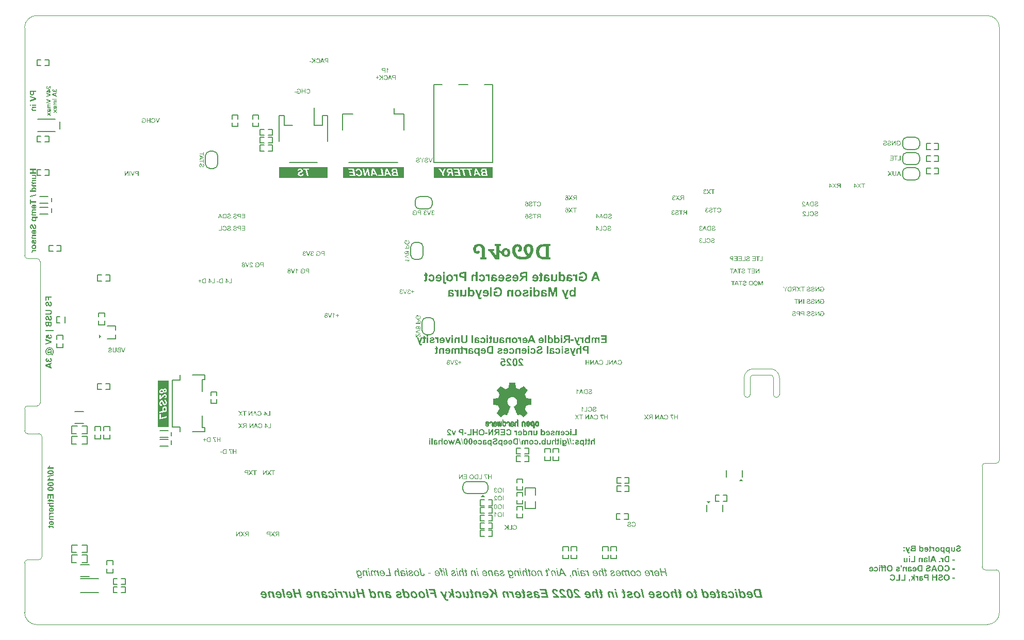
<source format=gbr>
%TF.GenerationSoftware,KiCad,Pcbnew,9.0.2*%
%TF.CreationDate,2025-05-19T09:59:29-04:00*%
%TF.ProjectId,mainBoard,6d61696e-426f-4617-9264-2e6b69636164,01*%
%TF.SameCoordinates,PX42c1d80PY2faf080*%
%TF.FileFunction,Legend,Bot*%
%TF.FilePolarity,Positive*%
%FSLAX46Y46*%
G04 Gerber Fmt 4.6, Leading zero omitted, Abs format (unit mm)*
G04 Created by KiCad (PCBNEW 9.0.2) date 2025-05-19 09:59:29*
%MOMM*%
%LPD*%
G01*
G04 APERTURE LIST*
%ADD10C,0.250000*%
%ADD11C,0.093750*%
%ADD12C,0.125000*%
%ADD13C,0.187500*%
%ADD14C,0.150000*%
%ADD15C,0.100000*%
%ADD16C,0.000000*%
%ADD17C,0.010000*%
%TA.AperFunction,Profile*%
%ADD18C,0.050000*%
%TD*%
%TA.AperFunction,Profile*%
%ADD19C,0.100000*%
%TD*%
G04 APERTURE END LIST*
D10*
G36*
X92555684Y-55518750D02*
G01*
X92302969Y-55518750D01*
X92302969Y-55044918D01*
X92138182Y-55044918D01*
X91976665Y-55039682D01*
X91876002Y-55026905D01*
X91811061Y-55005312D01*
X91744874Y-54967448D01*
X91705109Y-54934422D01*
X91669710Y-54893507D01*
X91638552Y-54843723D01*
X91616100Y-54789653D01*
X91601815Y-54725537D01*
X91596986Y-54653290D01*
X91857226Y-54653290D01*
X91864554Y-54706892D01*
X91885848Y-54752361D01*
X91919633Y-54789027D01*
X91964846Y-54814872D01*
X92027556Y-54828502D01*
X92164667Y-54834870D01*
X92302969Y-54834870D01*
X92302969Y-54473390D01*
X92180848Y-54473390D01*
X92055535Y-54476173D01*
X91998963Y-54482091D01*
X91960022Y-54493532D01*
X91926457Y-54512249D01*
X91897373Y-54538572D01*
X91875409Y-54570728D01*
X91861948Y-54608462D01*
X91857226Y-54653290D01*
X91596986Y-54653290D01*
X91596726Y-54649398D01*
X91605499Y-54551942D01*
X91630121Y-54471637D01*
X91669312Y-54405078D01*
X91722476Y-54348605D01*
X91782154Y-54308142D01*
X91849517Y-54282194D01*
X91939276Y-54269476D01*
X92150088Y-54263341D01*
X92555684Y-54263341D01*
X92555684Y-55518750D01*
G37*
G36*
X91152051Y-54263341D02*
G01*
X91152051Y-54723052D01*
X91089018Y-54661274D01*
X91022600Y-54619094D01*
X90951689Y-54594166D01*
X90874530Y-54585742D01*
X90794656Y-54593700D01*
X90725084Y-54616654D01*
X90665266Y-54652998D01*
X90624716Y-54695727D01*
X90596370Y-54746297D01*
X90578615Y-54802278D01*
X90569925Y-54868732D01*
X90566250Y-54983552D01*
X90566250Y-55518750D01*
X90806219Y-55518750D01*
X90806219Y-55037362D01*
X90810764Y-54906906D01*
X90819881Y-54855478D01*
X90838741Y-54820865D01*
X90868119Y-54794112D01*
X90905811Y-54777392D01*
X90954825Y-54771366D01*
X91011901Y-54778798D01*
X91061529Y-54800523D01*
X91101635Y-54836394D01*
X91130298Y-54888527D01*
X91145708Y-54954484D01*
X91152051Y-55062244D01*
X91152051Y-55518750D01*
X91392020Y-55518750D01*
X91392020Y-54263341D01*
X91152051Y-54263341D01*
G37*
G36*
X90436114Y-54610166D02*
G01*
X90180804Y-54610166D01*
X89963962Y-55256875D01*
X89752158Y-54610166D01*
X89503717Y-54610166D01*
X89823904Y-55485090D01*
X89881072Y-55646061D01*
X89913959Y-55720023D01*
X89941294Y-55767114D01*
X89972500Y-55805451D01*
X90007086Y-55834968D01*
X90047227Y-55857557D01*
X90098449Y-55875497D01*
X90154620Y-55886187D01*
X90220952Y-55889999D01*
X90289588Y-55886380D01*
X90356735Y-55875573D01*
X90378107Y-55688269D01*
X90322949Y-55696858D01*
X90276517Y-55699489D01*
X90222978Y-55693341D01*
X90182807Y-55676533D01*
X90152716Y-55649877D01*
X90118135Y-55595325D01*
X90091198Y-55523634D01*
X90436114Y-54610166D01*
G37*
G36*
X89435024Y-55259852D02*
G01*
X89194216Y-55230543D01*
X89179851Y-55274581D01*
X89159062Y-55309239D01*
X89131934Y-55336178D01*
X89098698Y-55355256D01*
X89055739Y-55367655D01*
X89000424Y-55372204D01*
X88939057Y-55367623D01*
X88893586Y-55355434D01*
X88860366Y-55337247D01*
X88836722Y-55308794D01*
X88828767Y-55271835D01*
X88833165Y-55245916D01*
X88845864Y-55225505D01*
X88870107Y-55210697D01*
X88926083Y-55193220D01*
X89123290Y-55143043D01*
X89236696Y-55103941D01*
X89294126Y-55074151D01*
X89341726Y-55032789D01*
X89374760Y-54985483D01*
X89394785Y-54931071D01*
X89401746Y-54867537D01*
X89395875Y-54810006D01*
X89378696Y-54758216D01*
X89350046Y-54710844D01*
X89308705Y-54667029D01*
X89260595Y-54634014D01*
X89198702Y-54608622D01*
X89119815Y-54591885D01*
X89020040Y-54585742D01*
X88923957Y-54590511D01*
X88848147Y-54603440D01*
X88789009Y-54622817D01*
X88743435Y-54647489D01*
X88690240Y-54694166D01*
X88648756Y-54754146D01*
X88618719Y-54829985D01*
X88844948Y-54873948D01*
X88866493Y-54822992D01*
X88900056Y-54786937D01*
X88928672Y-54771038D01*
X88966399Y-54760582D01*
X89015766Y-54756712D01*
X89079072Y-54760492D01*
X89122636Y-54770163D01*
X89151550Y-54783808D01*
X89172206Y-54806106D01*
X89178874Y-54833496D01*
X89173118Y-54857360D01*
X89154984Y-54878070D01*
X89102646Y-54901137D01*
X88930815Y-54947069D01*
X88803469Y-54983109D01*
X88717733Y-55019600D01*
X88663140Y-55055451D01*
X88622042Y-55103183D01*
X88596890Y-55162182D01*
X88587959Y-55235886D01*
X88594389Y-55296315D01*
X88613382Y-55351760D01*
X88645416Y-55403559D01*
X88692144Y-55452575D01*
X88746086Y-55489858D01*
X88813414Y-55518125D01*
X88897015Y-55536502D01*
X89000424Y-55543174D01*
X89094147Y-55537700D01*
X89172769Y-55522403D01*
X89238639Y-55498573D01*
X89293745Y-55466924D01*
X89343245Y-55425218D01*
X89382878Y-55377305D01*
X89413410Y-55322538D01*
X89435024Y-55259852D01*
G37*
G36*
X88378368Y-54483160D02*
G01*
X88378368Y-54263341D01*
X88138476Y-54263341D01*
X88138476Y-54483160D01*
X88378368Y-54483160D01*
G37*
G36*
X88378368Y-55518750D02*
G01*
X88378368Y-54610166D01*
X88138476Y-54610166D01*
X88138476Y-55518750D01*
X88378368Y-55518750D01*
G37*
G36*
X87101665Y-54869064D02*
G01*
X87338199Y-54913027D01*
X87350279Y-54868073D01*
X87368492Y-54833402D01*
X87392467Y-54807011D01*
X87422418Y-54787680D01*
X87458449Y-54775640D01*
X87502147Y-54771366D01*
X87558988Y-54778705D01*
X87605871Y-54799712D01*
X87645182Y-54834717D01*
X87672403Y-54880374D01*
X87691239Y-54948304D01*
X87698534Y-55046445D01*
X87690995Y-55156111D01*
X87671727Y-55230722D01*
X87644342Y-55279697D01*
X87604079Y-55317496D01*
X87556347Y-55339969D01*
X87498712Y-55347780D01*
X87454703Y-55343104D01*
X87417951Y-55329812D01*
X87386895Y-55308166D01*
X87362734Y-55278759D01*
X87341887Y-55234870D01*
X87325376Y-55171925D01*
X87089682Y-55211004D01*
X87113642Y-55291834D01*
X87145360Y-55358892D01*
X87184320Y-55414201D01*
X87230580Y-55459292D01*
X87284396Y-55494580D01*
X87347637Y-55520719D01*
X87422049Y-55537291D01*
X87509780Y-55543174D01*
X87607566Y-55534646D01*
X87691435Y-55510331D01*
X87763983Y-55471096D01*
X87827066Y-55416396D01*
X87876960Y-55350002D01*
X87913717Y-55271107D01*
X87937006Y-55177255D01*
X87945295Y-55065297D01*
X87936936Y-54951975D01*
X87913501Y-54857410D01*
X87876597Y-54778319D01*
X87826608Y-54712137D01*
X87763390Y-54657763D01*
X87690238Y-54618628D01*
X87605201Y-54594297D01*
X87505582Y-54585742D01*
X87421901Y-54590736D01*
X87351404Y-54604727D01*
X87292046Y-54626591D01*
X87242105Y-54655733D01*
X87184803Y-54708469D01*
X87137924Y-54778392D01*
X87101665Y-54869064D01*
G37*
G36*
X86656534Y-54590626D02*
G01*
X86729143Y-54603979D01*
X86786874Y-54624230D01*
X86832387Y-54650390D01*
X86884541Y-54699181D01*
X86926742Y-54764366D01*
X86958707Y-54849524D01*
X86740949Y-54888603D01*
X86713627Y-54830527D01*
X86682941Y-54797394D01*
X86642417Y-54778515D01*
X86583031Y-54771366D01*
X86519908Y-54775716D01*
X86479135Y-54786589D01*
X86454116Y-54801668D01*
X86436238Y-54824314D01*
X86424406Y-54856942D01*
X86419922Y-54903105D01*
X86419922Y-54927682D01*
X86498198Y-54953002D01*
X86653022Y-54986911D01*
X86769755Y-55015005D01*
X86843836Y-55043163D01*
X86885030Y-55067999D01*
X86919079Y-55098741D01*
X86946724Y-55135823D01*
X86966928Y-55177515D01*
X86979216Y-55223136D01*
X86983436Y-55273591D01*
X86978190Y-55330523D01*
X86963006Y-55380898D01*
X86938080Y-55426013D01*
X86902760Y-55466772D01*
X86860411Y-55499169D01*
X86810551Y-55522905D01*
X86751720Y-55537868D01*
X86682025Y-55543174D01*
X86604575Y-55535467D01*
X86532579Y-55512643D01*
X86465685Y-55475187D01*
X86401070Y-55421052D01*
X86392521Y-55448835D01*
X86369471Y-55518750D01*
X86132097Y-55518750D01*
X86159284Y-55453783D01*
X86175221Y-55396323D01*
X86183322Y-55331266D01*
X86186747Y-55218941D01*
X86185970Y-55132006D01*
X86419922Y-55132006D01*
X86422882Y-55211721D01*
X86429310Y-55249548D01*
X86450083Y-55292556D01*
X86486555Y-55329309D01*
X86527439Y-55353578D01*
X86568430Y-55367588D01*
X86610355Y-55372204D01*
X86647567Y-55367921D01*
X86679010Y-55355633D01*
X86705992Y-55335338D01*
X86727060Y-55308885D01*
X86739376Y-55280027D01*
X86743544Y-55247793D01*
X86738448Y-55215848D01*
X86723281Y-55187969D01*
X86696604Y-55162918D01*
X86656677Y-55144802D01*
X86565934Y-55120863D01*
X86419922Y-55083997D01*
X86419922Y-55132006D01*
X86185970Y-55132006D01*
X86184228Y-54937146D01*
X86188953Y-54830915D01*
X86200651Y-54762470D01*
X86216285Y-54721068D01*
X86241468Y-54685583D01*
X86277592Y-54653252D01*
X86326881Y-54623981D01*
X86380987Y-54604582D01*
X86458390Y-54590975D01*
X86565934Y-54585742D01*
X86656534Y-54590626D01*
G37*
G36*
X85948152Y-55518750D02*
G01*
X85948152Y-54263341D01*
X85708260Y-54263341D01*
X85708260Y-55518750D01*
X85948152Y-55518750D01*
G37*
G36*
X85038424Y-55118191D02*
G01*
X84792502Y-55093767D01*
X84771059Y-55171369D01*
X84740741Y-55229263D01*
X84702437Y-55271530D01*
X84654167Y-55301994D01*
X84594145Y-55321291D01*
X84519255Y-55328240D01*
X84439214Y-55321657D01*
X84379429Y-55304015D01*
X84335233Y-55277331D01*
X84299864Y-55240115D01*
X84279924Y-55200907D01*
X84273333Y-55158262D01*
X84279979Y-55117396D01*
X84299360Y-55083845D01*
X84331916Y-55057066D01*
X84390341Y-55030416D01*
X84592680Y-54974851D01*
X84727117Y-54933590D01*
X84818698Y-54891463D01*
X84877910Y-54849600D01*
X84929114Y-54793646D01*
X84964623Y-54733477D01*
X84985902Y-54668038D01*
X84993162Y-54595741D01*
X84987177Y-54533091D01*
X84969292Y-54473364D01*
X84938971Y-54415535D01*
X84898154Y-54364692D01*
X84846568Y-54322194D01*
X84782656Y-54287689D01*
X84713260Y-54264157D01*
X84631845Y-54249141D01*
X84536352Y-54243802D01*
X84416831Y-54251477D01*
X84320501Y-54272589D01*
X84243197Y-54305003D01*
X84181513Y-54347681D01*
X84129353Y-54403479D01*
X84091428Y-54467190D01*
X84066963Y-54540266D01*
X84056415Y-54624821D01*
X84309206Y-54634590D01*
X84325496Y-54572831D01*
X84348973Y-54527894D01*
X84378815Y-54496059D01*
X84416790Y-54474042D01*
X84468734Y-54459360D01*
X84538871Y-54453851D01*
X84611149Y-54459585D01*
X84667543Y-54475228D01*
X84711367Y-54499265D01*
X84733874Y-54521111D01*
X84747004Y-54546632D01*
X84751515Y-54577117D01*
X84742366Y-54617978D01*
X84713962Y-54653367D01*
X84677994Y-54675466D01*
X84606536Y-54703368D01*
X84481703Y-54737859D01*
X84310259Y-54786458D01*
X84208914Y-54828763D01*
X84153719Y-54864030D01*
X84107926Y-54906337D01*
X84070611Y-54956151D01*
X84043619Y-55012091D01*
X84026634Y-55077942D01*
X84020618Y-55155820D01*
X84027221Y-55225915D01*
X84046951Y-55292810D01*
X84080381Y-55357626D01*
X84125377Y-55414597D01*
X84181239Y-55461001D01*
X84249443Y-55497455D01*
X84323729Y-55521743D01*
X84413580Y-55537497D01*
X84521850Y-55543174D01*
X84641665Y-55535309D01*
X84740013Y-55513487D01*
X84820604Y-55479641D01*
X84886459Y-55434638D01*
X84941912Y-55376422D01*
X84985836Y-55305802D01*
X85018320Y-55220671D01*
X85038424Y-55118191D01*
G37*
G36*
X83019146Y-54869064D02*
G01*
X83255680Y-54913027D01*
X83267760Y-54868073D01*
X83285972Y-54833402D01*
X83309948Y-54807011D01*
X83339898Y-54787680D01*
X83375930Y-54775640D01*
X83419628Y-54771366D01*
X83476468Y-54778705D01*
X83523352Y-54799712D01*
X83562663Y-54834717D01*
X83589883Y-54880374D01*
X83608720Y-54948304D01*
X83616014Y-55046445D01*
X83608476Y-55156111D01*
X83589208Y-55230722D01*
X83561823Y-55279697D01*
X83521559Y-55317496D01*
X83473827Y-55339969D01*
X83416193Y-55347780D01*
X83372184Y-55343104D01*
X83335432Y-55329812D01*
X83304376Y-55308166D01*
X83280215Y-55278759D01*
X83259368Y-55234870D01*
X83242857Y-55171925D01*
X83007163Y-55211004D01*
X83031123Y-55291834D01*
X83062841Y-55358892D01*
X83101801Y-55414201D01*
X83148060Y-55459292D01*
X83201877Y-55494580D01*
X83265117Y-55520719D01*
X83339530Y-55537291D01*
X83427260Y-55543174D01*
X83525047Y-55534646D01*
X83608916Y-55510331D01*
X83681463Y-55471096D01*
X83744547Y-55416396D01*
X83794441Y-55350002D01*
X83831198Y-55271107D01*
X83854487Y-55177255D01*
X83862776Y-55065297D01*
X83854417Y-54951975D01*
X83830981Y-54857410D01*
X83794078Y-54778319D01*
X83744089Y-54712137D01*
X83680871Y-54657763D01*
X83607719Y-54618628D01*
X83522682Y-54594297D01*
X83423063Y-54585742D01*
X83339382Y-54590736D01*
X83268885Y-54604727D01*
X83209527Y-54626591D01*
X83159586Y-54655733D01*
X83102284Y-54708469D01*
X83055405Y-54778392D01*
X83019146Y-54869064D01*
G37*
G36*
X82837719Y-54483160D02*
G01*
X82837719Y-54263341D01*
X82597827Y-54263341D01*
X82597827Y-54483160D01*
X82837719Y-54483160D01*
G37*
G36*
X82837719Y-55518750D02*
G01*
X82837719Y-54610166D01*
X82597827Y-54610166D01*
X82597827Y-55518750D01*
X82837719Y-55518750D01*
G37*
G36*
X82093473Y-54594077D02*
G01*
X82171070Y-54618246D01*
X82240748Y-54658059D01*
X82303896Y-54714733D01*
X82353555Y-54782097D01*
X82390210Y-54862207D01*
X82413462Y-54957558D01*
X82421743Y-55071327D01*
X82415600Y-55166641D01*
X82398081Y-55249897D01*
X82370126Y-55322884D01*
X82332060Y-55387087D01*
X82283077Y-55442041D01*
X82225183Y-55484858D01*
X82157104Y-55516299D01*
X82076887Y-55536139D01*
X81982030Y-55543174D01*
X81884553Y-55534796D01*
X81802560Y-55511116D01*
X81733131Y-55473259D01*
X81673903Y-55420879D01*
X81625414Y-55353852D01*
X81587501Y-55269622D01*
X81826554Y-55230543D01*
X81852242Y-55290438D01*
X81884638Y-55327477D01*
X81926659Y-55349751D01*
X81979435Y-55357549D01*
X82032091Y-55350847D01*
X82077594Y-55331329D01*
X82117737Y-55298397D01*
X82147783Y-55255799D01*
X82167495Y-55201666D01*
X82175821Y-55132846D01*
X81574678Y-55132846D01*
X81578383Y-55017041D01*
X81582983Y-54986300D01*
X81812892Y-54986300D01*
X82171547Y-54986300D01*
X82165774Y-54921954D01*
X82148656Y-54870529D01*
X82121172Y-54829221D01*
X82083834Y-54796984D01*
X82041158Y-54777921D01*
X81991342Y-54771366D01*
X81944745Y-54777487D01*
X81903702Y-54795481D01*
X81866701Y-54826168D01*
X81839242Y-54865743D01*
X81820855Y-54917913D01*
X81812892Y-54986300D01*
X81582983Y-54986300D01*
X81592808Y-54920631D01*
X81616297Y-54840686D01*
X81647726Y-54774643D01*
X81686572Y-54720381D01*
X81749475Y-54662140D01*
X81822221Y-54620532D01*
X81906762Y-54594781D01*
X82005920Y-54585742D01*
X82093473Y-54594077D01*
G37*
G36*
X80554736Y-55518750D02*
G01*
X80794704Y-55518750D01*
X80794704Y-55053696D01*
X80799753Y-54918923D01*
X80810122Y-54862805D01*
X80830548Y-54823908D01*
X80860039Y-54795409D01*
X80897384Y-54777599D01*
X80943311Y-54771366D01*
X81002634Y-54780023D01*
X81055128Y-54805713D01*
X81096927Y-54845640D01*
X81123058Y-54896617D01*
X81135647Y-54965204D01*
X81141376Y-55105979D01*
X81141376Y-55518750D01*
X81381345Y-55518750D01*
X81381345Y-54610166D01*
X81158473Y-54610166D01*
X81158473Y-54743355D01*
X81106615Y-54684775D01*
X81051510Y-54641061D01*
X80992649Y-54610455D01*
X80929100Y-54592027D01*
X80859581Y-54585742D01*
X80782717Y-54593115D01*
X80714486Y-54614517D01*
X80655139Y-54648447D01*
X80614957Y-54688019D01*
X80586467Y-54735439D01*
X80568016Y-54789379D01*
X80558582Y-54852194D01*
X80554736Y-54951724D01*
X80554736Y-55518750D01*
G37*
G36*
X79520367Y-54869064D02*
G01*
X79756901Y-54913027D01*
X79768981Y-54868073D01*
X79787194Y-54833402D01*
X79811169Y-54807011D01*
X79841120Y-54787680D01*
X79877151Y-54775640D01*
X79920849Y-54771366D01*
X79977690Y-54778705D01*
X80024573Y-54799712D01*
X80063884Y-54834717D01*
X80091105Y-54880374D01*
X80109941Y-54948304D01*
X80117236Y-55046445D01*
X80109697Y-55156111D01*
X80090429Y-55230722D01*
X80063044Y-55279697D01*
X80022781Y-55317496D01*
X79975049Y-55339969D01*
X79917414Y-55347780D01*
X79873405Y-55343104D01*
X79836653Y-55329812D01*
X79805597Y-55308166D01*
X79781436Y-55278759D01*
X79760589Y-55234870D01*
X79744078Y-55171925D01*
X79508384Y-55211004D01*
X79532344Y-55291834D01*
X79564062Y-55358892D01*
X79603022Y-55414201D01*
X79649282Y-55459292D01*
X79703098Y-55494580D01*
X79766339Y-55520719D01*
X79840751Y-55537291D01*
X79928482Y-55543174D01*
X80026268Y-55534646D01*
X80110137Y-55510331D01*
X80182685Y-55471096D01*
X80245768Y-55416396D01*
X80295662Y-55350002D01*
X80332419Y-55271107D01*
X80355708Y-55177255D01*
X80363997Y-55065297D01*
X80355638Y-54951975D01*
X80332203Y-54857410D01*
X80295299Y-54778319D01*
X80245310Y-54712137D01*
X80182092Y-54657763D01*
X80108940Y-54618628D01*
X80023904Y-54594297D01*
X79924284Y-54585742D01*
X79840603Y-54590736D01*
X79770106Y-54604727D01*
X79710748Y-54626591D01*
X79660807Y-54655733D01*
X79603505Y-54708469D01*
X79556626Y-54778392D01*
X79520367Y-54869064D01*
G37*
G36*
X79080737Y-54594077D02*
G01*
X79158335Y-54618246D01*
X79228012Y-54658059D01*
X79291161Y-54714733D01*
X79340820Y-54782097D01*
X79377475Y-54862207D01*
X79400727Y-54957558D01*
X79409008Y-55071327D01*
X79402864Y-55166641D01*
X79385346Y-55249897D01*
X79357390Y-55322884D01*
X79319325Y-55387087D01*
X79270342Y-55442041D01*
X79212447Y-55484858D01*
X79144369Y-55516299D01*
X79064151Y-55536139D01*
X78969294Y-55543174D01*
X78871818Y-55534796D01*
X78789824Y-55511116D01*
X78720396Y-55473259D01*
X78661167Y-55420879D01*
X78612678Y-55353852D01*
X78574766Y-55269622D01*
X78813818Y-55230543D01*
X78839506Y-55290438D01*
X78871902Y-55327477D01*
X78913923Y-55349751D01*
X78966699Y-55357549D01*
X79019356Y-55350847D01*
X79064859Y-55331329D01*
X79105002Y-55298397D01*
X79135047Y-55255799D01*
X79154759Y-55201666D01*
X79163086Y-55132846D01*
X78561943Y-55132846D01*
X78565647Y-55017041D01*
X78570247Y-54986300D01*
X78800156Y-54986300D01*
X79158811Y-54986300D01*
X79153038Y-54921954D01*
X79135921Y-54870529D01*
X79108436Y-54829221D01*
X79071099Y-54796984D01*
X79028423Y-54777921D01*
X78978606Y-54771366D01*
X78932009Y-54777487D01*
X78890966Y-54795481D01*
X78853966Y-54826168D01*
X78826507Y-54865743D01*
X78808119Y-54917913D01*
X78800156Y-54986300D01*
X78570247Y-54986300D01*
X78580073Y-54920631D01*
X78603561Y-54840686D01*
X78634990Y-54774643D01*
X78673837Y-54720381D01*
X78736739Y-54662140D01*
X78809485Y-54620532D01*
X78894027Y-54594781D01*
X78993184Y-54585742D01*
X79080737Y-54594077D01*
G37*
G36*
X78451423Y-55259852D02*
G01*
X78210615Y-55230543D01*
X78196250Y-55274581D01*
X78175461Y-55309239D01*
X78148333Y-55336178D01*
X78115097Y-55355256D01*
X78072138Y-55367655D01*
X78016823Y-55372204D01*
X77955456Y-55367623D01*
X77909985Y-55355434D01*
X77876765Y-55337247D01*
X77853121Y-55308794D01*
X77845167Y-55271835D01*
X77849564Y-55245916D01*
X77862264Y-55225505D01*
X77886507Y-55210697D01*
X77942482Y-55193220D01*
X78139689Y-55143043D01*
X78253095Y-55103941D01*
X78310525Y-55074151D01*
X78358126Y-55032789D01*
X78391159Y-54985483D01*
X78411184Y-54931071D01*
X78418145Y-54867537D01*
X78412274Y-54810006D01*
X78395095Y-54758216D01*
X78366445Y-54710844D01*
X78325104Y-54667029D01*
X78276994Y-54634014D01*
X78215101Y-54608622D01*
X78136214Y-54591885D01*
X78036439Y-54585742D01*
X77940357Y-54590511D01*
X77864546Y-54603440D01*
X77805408Y-54622817D01*
X77759834Y-54647489D01*
X77706639Y-54694166D01*
X77665156Y-54754146D01*
X77635118Y-54829985D01*
X77861348Y-54873948D01*
X77882892Y-54822992D01*
X77916455Y-54786937D01*
X77945071Y-54771038D01*
X77982798Y-54760582D01*
X78032165Y-54756712D01*
X78095471Y-54760492D01*
X78139035Y-54770163D01*
X78167949Y-54783808D01*
X78188605Y-54806106D01*
X78195273Y-54833496D01*
X78189517Y-54857360D01*
X78171383Y-54878070D01*
X78119045Y-54901137D01*
X77947214Y-54947069D01*
X77819868Y-54983109D01*
X77734132Y-55019600D01*
X77679539Y-55055451D01*
X77638441Y-55103183D01*
X77613289Y-55162182D01*
X77604358Y-55235886D01*
X77610788Y-55296315D01*
X77629781Y-55351760D01*
X77661815Y-55403559D01*
X77708543Y-55452575D01*
X77762485Y-55489858D01*
X77829813Y-55518125D01*
X77913414Y-55536502D01*
X78016823Y-55543174D01*
X78110546Y-55537700D01*
X78189168Y-55522403D01*
X78255038Y-55498573D01*
X78310144Y-55466924D01*
X78359644Y-55425218D01*
X78399277Y-55377305D01*
X78429809Y-55322538D01*
X78451423Y-55259852D01*
G37*
G36*
X76907885Y-55518750D02*
G01*
X76432298Y-55518750D01*
X76299472Y-55511262D01*
X76208587Y-55492188D01*
X76136312Y-55463743D01*
X76077782Y-55430216D01*
X76030976Y-55391972D01*
X75978714Y-55331535D01*
X75933937Y-55258270D01*
X75896872Y-55170245D01*
X75876324Y-55094495D01*
X75863160Y-55006060D01*
X75858480Y-54903029D01*
X75858981Y-54891503D01*
X76119743Y-54891503D01*
X76127032Y-55029944D01*
X76145389Y-55122465D01*
X76165893Y-55177600D01*
X76188101Y-55217055D01*
X76211564Y-55244205D01*
X76256415Y-55275307D01*
X76313611Y-55296641D01*
X76367905Y-55305063D01*
X76466416Y-55308701D01*
X76655170Y-55308701D01*
X76655170Y-54473390D01*
X76541597Y-54473390D01*
X76399628Y-54477222D01*
X76334067Y-54485450D01*
X76268469Y-54508527D01*
X76217135Y-54544831D01*
X76177298Y-54595264D01*
X76145389Y-54666953D01*
X76127158Y-54753874D01*
X76119743Y-54891503D01*
X75858981Y-54891503D01*
X75863583Y-54785531D01*
X75877738Y-54687573D01*
X75899467Y-54606350D01*
X75931649Y-54528876D01*
X75971502Y-54461446D01*
X76018993Y-54402941D01*
X76074974Y-54353076D01*
X76137571Y-54314715D01*
X76207747Y-54287308D01*
X76299039Y-54270312D01*
X76445960Y-54263341D01*
X76907885Y-54263341D01*
X76907885Y-55518750D01*
G37*
G36*
X75387786Y-54594077D02*
G01*
X75465383Y-54618246D01*
X75535061Y-54658059D01*
X75598209Y-54714733D01*
X75647868Y-54782097D01*
X75684523Y-54862207D01*
X75707775Y-54957558D01*
X75716056Y-55071327D01*
X75709912Y-55166641D01*
X75692394Y-55249897D01*
X75664438Y-55322884D01*
X75626373Y-55387087D01*
X75577390Y-55442041D01*
X75519496Y-55484858D01*
X75451417Y-55516299D01*
X75371199Y-55536139D01*
X75276342Y-55543174D01*
X75178866Y-55534796D01*
X75096872Y-55511116D01*
X75027444Y-55473259D01*
X74968215Y-55420879D01*
X74919727Y-55353852D01*
X74881814Y-55269622D01*
X75120867Y-55230543D01*
X75146554Y-55290438D01*
X75178951Y-55327477D01*
X75220971Y-55349751D01*
X75273747Y-55357549D01*
X75326404Y-55350847D01*
X75371907Y-55331329D01*
X75412050Y-55298397D01*
X75442096Y-55255799D01*
X75461807Y-55201666D01*
X75470134Y-55132846D01*
X74868991Y-55132846D01*
X74872695Y-55017041D01*
X74877295Y-54986300D01*
X75107204Y-54986300D01*
X75465860Y-54986300D01*
X75460086Y-54921954D01*
X75442969Y-54870529D01*
X75415484Y-54829221D01*
X75378147Y-54796984D01*
X75335471Y-54777921D01*
X75285654Y-54771366D01*
X75239057Y-54777487D01*
X75198015Y-54795481D01*
X75161014Y-54826168D01*
X75133555Y-54865743D01*
X75115167Y-54917913D01*
X75107204Y-54986300D01*
X74877295Y-54986300D01*
X74887121Y-54920631D01*
X74910609Y-54840686D01*
X74942038Y-54774643D01*
X74980885Y-54720381D01*
X75043787Y-54662140D01*
X75116534Y-54620532D01*
X75201075Y-54594781D01*
X75300232Y-54585742D01*
X75387786Y-54594077D01*
G37*
G36*
X74233525Y-54590801D02*
G01*
X74288137Y-54605677D01*
X74339213Y-54630392D01*
X74406292Y-54681423D01*
X74457060Y-54743355D01*
X74457060Y-54610166D01*
X74680771Y-54610166D01*
X74680771Y-55865574D01*
X74440803Y-55865574D01*
X74440803Y-55410748D01*
X74371754Y-55475197D01*
X74312346Y-55513254D01*
X74248598Y-55535508D01*
X74176105Y-55543174D01*
X74100187Y-55535245D01*
X74031100Y-55511920D01*
X73967142Y-55472772D01*
X73907209Y-55415939D01*
X73860778Y-55349837D01*
X73826186Y-55270253D01*
X73804072Y-55174507D01*
X73796154Y-55059268D01*
X73796175Y-55058962D01*
X74040321Y-55058962D01*
X74047883Y-55162449D01*
X74067482Y-55234810D01*
X74095886Y-55284047D01*
X74136740Y-55322681D01*
X74182481Y-55345069D01*
X74235028Y-55352664D01*
X74289626Y-55344528D01*
X74338244Y-55320282D01*
X74382795Y-55277941D01*
X74414222Y-55224527D01*
X74435386Y-55149726D01*
X74443398Y-55046750D01*
X74435915Y-54957460D01*
X74415817Y-54890560D01*
X74385314Y-54840899D01*
X74342709Y-54801886D01*
X74294708Y-54779123D01*
X74239303Y-54771366D01*
X74186238Y-54779152D01*
X74139628Y-54802206D01*
X74097565Y-54842197D01*
X74067813Y-54892731D01*
X74047853Y-54962935D01*
X74040321Y-55058962D01*
X73796175Y-55058962D01*
X73803970Y-54947227D01*
X73825837Y-54853825D01*
X73860131Y-54775878D01*
X73906293Y-54710840D01*
X73965687Y-54655089D01*
X74029334Y-54616580D01*
X74098346Y-54593576D01*
X74174426Y-54585742D01*
X74233525Y-54590801D01*
G37*
G36*
X73341635Y-54590626D02*
G01*
X73414244Y-54603979D01*
X73471975Y-54624230D01*
X73517489Y-54650390D01*
X73569642Y-54699181D01*
X73611843Y-54764366D01*
X73643808Y-54849524D01*
X73426050Y-54888603D01*
X73398728Y-54830527D01*
X73368042Y-54797394D01*
X73327518Y-54778515D01*
X73268132Y-54771366D01*
X73205009Y-54775716D01*
X73164236Y-54786589D01*
X73139217Y-54801668D01*
X73121339Y-54824314D01*
X73109507Y-54856942D01*
X73105023Y-54903105D01*
X73105023Y-54927682D01*
X73183299Y-54953002D01*
X73338123Y-54986911D01*
X73454856Y-55015005D01*
X73528937Y-55043163D01*
X73570131Y-55067999D01*
X73604180Y-55098741D01*
X73631825Y-55135823D01*
X73652029Y-55177515D01*
X73664317Y-55223136D01*
X73668538Y-55273591D01*
X73663291Y-55330523D01*
X73648107Y-55380898D01*
X73623181Y-55426013D01*
X73587861Y-55466772D01*
X73545512Y-55499169D01*
X73495652Y-55522905D01*
X73436821Y-55537868D01*
X73367127Y-55543174D01*
X73289676Y-55535467D01*
X73217680Y-55512643D01*
X73150786Y-55475187D01*
X73086171Y-55421052D01*
X73077622Y-55448835D01*
X73054572Y-55518750D01*
X72817199Y-55518750D01*
X72844385Y-55453783D01*
X72860323Y-55396323D01*
X72868423Y-55331266D01*
X72871848Y-55218941D01*
X72871071Y-55132006D01*
X73105023Y-55132006D01*
X73107983Y-55211721D01*
X73114412Y-55249548D01*
X73135184Y-55292556D01*
X73171656Y-55329309D01*
X73212541Y-55353578D01*
X73253532Y-55367588D01*
X73295457Y-55372204D01*
X73332668Y-55367921D01*
X73364111Y-55355633D01*
X73391093Y-55335338D01*
X73412161Y-55308885D01*
X73424478Y-55280027D01*
X73428645Y-55247793D01*
X73423549Y-55215848D01*
X73408382Y-55187969D01*
X73381705Y-55162918D01*
X73341778Y-55144802D01*
X73251035Y-55120863D01*
X73105023Y-55083997D01*
X73105023Y-55132006D01*
X72871071Y-55132006D01*
X72869329Y-54937146D01*
X72874055Y-54830915D01*
X72885752Y-54762470D01*
X72901386Y-54721068D01*
X72926569Y-54685583D01*
X72962693Y-54653252D01*
X73011982Y-54623981D01*
X73066088Y-54604582D01*
X73143492Y-54590975D01*
X73251035Y-54585742D01*
X73341635Y-54590626D01*
G37*
G36*
X72403589Y-55518750D02*
G01*
X72643557Y-55518750D01*
X72643557Y-54610166D01*
X72420686Y-54610166D01*
X72420686Y-54739081D01*
X72361807Y-54657512D01*
X72317798Y-54616730D01*
X72269324Y-54593584D01*
X72214071Y-54585742D01*
X72160611Y-54590664D01*
X72108205Y-54605521D01*
X72056077Y-54630927D01*
X72130342Y-54839907D01*
X72191204Y-54809672D01*
X72243075Y-54800676D01*
X72290243Y-54807886D01*
X72328484Y-54828687D01*
X72357762Y-54864429D01*
X72383515Y-54929819D01*
X72397098Y-55022763D01*
X72403589Y-55236344D01*
X72403589Y-55518750D01*
G37*
G36*
X71537213Y-54610166D02*
G01*
X71537213Y-54800676D01*
X71701161Y-54800676D01*
X71701161Y-55169635D01*
X71696506Y-55300228D01*
X71688893Y-55317016D01*
X71675134Y-55330835D01*
X71657058Y-55339761D01*
X71634529Y-55342895D01*
X71598137Y-55338142D01*
X71538053Y-55319844D01*
X71517598Y-55507072D01*
X71574421Y-55526750D01*
X71637299Y-55538947D01*
X71707191Y-55543174D01*
X71769873Y-55537490D01*
X71824199Y-55521192D01*
X71870713Y-55494942D01*
X71900601Y-55464329D01*
X71920382Y-55425445D01*
X71934261Y-55370067D01*
X71939500Y-55317195D01*
X71941970Y-55199478D01*
X71941970Y-54800676D01*
X72052108Y-54800676D01*
X72052108Y-54610166D01*
X71941970Y-54610166D01*
X71941970Y-54434311D01*
X71701161Y-54292650D01*
X71701161Y-54610166D01*
X71537213Y-54610166D01*
G37*
G36*
X71388454Y-54610166D02*
G01*
X71167338Y-54610166D01*
X71167338Y-54733967D01*
X71102440Y-54666808D01*
X71034575Y-54621367D01*
X70962618Y-54594710D01*
X70884703Y-54585742D01*
X70827537Y-54590022D01*
X70777531Y-54602273D01*
X70733502Y-54621997D01*
X70694102Y-54649668D01*
X70659174Y-54685844D01*
X70628477Y-54731677D01*
X70564801Y-54666219D01*
X70499563Y-54621997D01*
X70428053Y-54594817D01*
X70351796Y-54585742D01*
X70286246Y-54590645D01*
X70230448Y-54604516D01*
X70182734Y-54626576D01*
X70140831Y-54657714D01*
X70106542Y-54697268D01*
X70079389Y-54746408D01*
X70062071Y-54814042D01*
X70054659Y-54935391D01*
X70054659Y-55518750D01*
X70294628Y-55518750D01*
X70294628Y-54997902D01*
X70298505Y-54905618D01*
X70307718Y-54851521D01*
X70319357Y-54822886D01*
X70345212Y-54794538D01*
X70378557Y-54777453D01*
X70421863Y-54771366D01*
X70470325Y-54778956D01*
X70516660Y-54802278D01*
X70554225Y-54839460D01*
X70580697Y-54892801D01*
X70594456Y-54961084D01*
X70600313Y-55081097D01*
X70600313Y-55518750D01*
X70840282Y-55518750D01*
X70840282Y-55019349D01*
X70844491Y-54897924D01*
X70853104Y-54847769D01*
X70870001Y-54813311D01*
X70892870Y-54790295D01*
X70922947Y-54776525D01*
X70965838Y-54771366D01*
X71018770Y-54778948D01*
X71065748Y-54801439D01*
X71103431Y-54837496D01*
X71129404Y-54888069D01*
X71142755Y-54954056D01*
X71148562Y-55075983D01*
X71148562Y-55518750D01*
X71388454Y-55518750D01*
X71388454Y-54610166D01*
G37*
G36*
X69556488Y-54594077D02*
G01*
X69634085Y-54618246D01*
X69703763Y-54658059D01*
X69766911Y-54714733D01*
X69816570Y-54782097D01*
X69853225Y-54862207D01*
X69876477Y-54957558D01*
X69884758Y-55071327D01*
X69878614Y-55166641D01*
X69861096Y-55249897D01*
X69833140Y-55322884D01*
X69795075Y-55387087D01*
X69746092Y-55442041D01*
X69688198Y-55484858D01*
X69620119Y-55516299D01*
X69539901Y-55536139D01*
X69445044Y-55543174D01*
X69347568Y-55534796D01*
X69265574Y-55511116D01*
X69196146Y-55473259D01*
X69136917Y-55420879D01*
X69088429Y-55353852D01*
X69050516Y-55269622D01*
X69289569Y-55230543D01*
X69315256Y-55290438D01*
X69347653Y-55327477D01*
X69389673Y-55349751D01*
X69442449Y-55357549D01*
X69495106Y-55350847D01*
X69540609Y-55331329D01*
X69580752Y-55298397D01*
X69610798Y-55255799D01*
X69630509Y-55201666D01*
X69638836Y-55132846D01*
X69037693Y-55132846D01*
X69041397Y-55017041D01*
X69045997Y-54986300D01*
X69275906Y-54986300D01*
X69634562Y-54986300D01*
X69628788Y-54921954D01*
X69611671Y-54870529D01*
X69584187Y-54829221D01*
X69546849Y-54796984D01*
X69504173Y-54777921D01*
X69454356Y-54771366D01*
X69407759Y-54777487D01*
X69366717Y-54795481D01*
X69329716Y-54826168D01*
X69302257Y-54865743D01*
X69283869Y-54917913D01*
X69275906Y-54986300D01*
X69045997Y-54986300D01*
X69055823Y-54920631D01*
X69079311Y-54840686D01*
X69110740Y-54774643D01*
X69149587Y-54720381D01*
X69212489Y-54662140D01*
X69285236Y-54620532D01*
X69369777Y-54594781D01*
X69468934Y-54585742D01*
X69556488Y-54594077D01*
G37*
G36*
X68017750Y-55518750D02*
G01*
X68257719Y-55518750D01*
X68257719Y-55053696D01*
X68262767Y-54918923D01*
X68273137Y-54862805D01*
X68293563Y-54823908D01*
X68323054Y-54795409D01*
X68360399Y-54777599D01*
X68406325Y-54771366D01*
X68465649Y-54780023D01*
X68518143Y-54805713D01*
X68559942Y-54845640D01*
X68586073Y-54896617D01*
X68598661Y-54965204D01*
X68604391Y-55105979D01*
X68604391Y-55518750D01*
X68844360Y-55518750D01*
X68844360Y-54610166D01*
X68621488Y-54610166D01*
X68621488Y-54743355D01*
X68569630Y-54684775D01*
X68514525Y-54641061D01*
X68455663Y-54610455D01*
X68392115Y-54592027D01*
X68322596Y-54585742D01*
X68245731Y-54593115D01*
X68177500Y-54614517D01*
X68118154Y-54648447D01*
X68077971Y-54688019D01*
X68049482Y-54735439D01*
X68031031Y-54789379D01*
X68021597Y-54852194D01*
X68017750Y-54951724D01*
X68017750Y-55518750D01*
G37*
G36*
X67358218Y-54610166D02*
G01*
X67358218Y-54800676D01*
X67522166Y-54800676D01*
X67522166Y-55169635D01*
X67517510Y-55300228D01*
X67509897Y-55317016D01*
X67496139Y-55330835D01*
X67478063Y-55339761D01*
X67455534Y-55342895D01*
X67419142Y-55338142D01*
X67359058Y-55319844D01*
X67338603Y-55507072D01*
X67395426Y-55526750D01*
X67458304Y-55538947D01*
X67528196Y-55543174D01*
X67590878Y-55537490D01*
X67645204Y-55521192D01*
X67691718Y-55494942D01*
X67721606Y-55464329D01*
X67741387Y-55425445D01*
X67755266Y-55370067D01*
X67760505Y-55317195D01*
X67762974Y-55199478D01*
X67762974Y-54800676D01*
X67873113Y-54800676D01*
X67873113Y-54610166D01*
X67762974Y-54610166D01*
X67762974Y-54434311D01*
X67522166Y-54292650D01*
X67522166Y-54610166D01*
X67358218Y-54610166D01*
G37*
D11*
G36*
X71487179Y-57188151D02*
G01*
X71487179Y-56982987D01*
X71691610Y-56982987D01*
X71691610Y-56897991D01*
X71487179Y-56897991D01*
X71487179Y-56692827D01*
X71400076Y-56692827D01*
X71400076Y-56897991D01*
X71195645Y-56897991D01*
X71195645Y-56982987D01*
X71400076Y-56982987D01*
X71400076Y-57188151D01*
X71487179Y-57188151D01*
G37*
G36*
X70609233Y-57223322D02*
G01*
X70609233Y-57311250D01*
X71105656Y-57311250D01*
X71103486Y-57278592D01*
X71094894Y-57247273D01*
X71070910Y-57198110D01*
X71034215Y-57147530D01*
X70986707Y-57097767D01*
X70913544Y-57033271D01*
X70832487Y-56962937D01*
X70779694Y-56910852D01*
X70748085Y-56873169D01*
X70723019Y-56832318D01*
X70709324Y-56795578D01*
X70705037Y-56761840D01*
X70709461Y-56726831D01*
X70722385Y-56696284D01*
X70744238Y-56669059D01*
X70772402Y-56648398D01*
X70805952Y-56635735D01*
X70846408Y-56631277D01*
X70889146Y-56636075D01*
X70924104Y-56649638D01*
X70953020Y-56671715D01*
X70974645Y-56700973D01*
X70988317Y-56737601D01*
X70993457Y-56783685D01*
X71088254Y-56771961D01*
X71079378Y-56719652D01*
X71063942Y-56676254D01*
X71042483Y-56640268D01*
X71014981Y-56610578D01*
X70981902Y-56587086D01*
X70943199Y-56569820D01*
X70897810Y-56558930D01*
X70844393Y-56555074D01*
X70790683Y-56559229D01*
X70745154Y-56570974D01*
X70706376Y-56589661D01*
X70673255Y-56615249D01*
X70645540Y-56647325D01*
X70626081Y-56682385D01*
X70614293Y-56721083D01*
X70610240Y-56764359D01*
X70614801Y-56808968D01*
X70628696Y-56853340D01*
X70652002Y-56896336D01*
X70689924Y-56945389D01*
X70740829Y-56997075D01*
X70832120Y-57078150D01*
X70907291Y-57143217D01*
X70938686Y-57173130D01*
X70960547Y-57198638D01*
X70977566Y-57223322D01*
X70609233Y-57223322D01*
G37*
G36*
X70258576Y-57311250D02*
G01*
X70549561Y-56558005D01*
X70441987Y-56558005D01*
X70246761Y-57104574D01*
X70207331Y-57227718D01*
X70166848Y-57104574D01*
X69963974Y-56558005D01*
X69862537Y-56558005D01*
X70156590Y-57311250D01*
X70258576Y-57311250D01*
G37*
G36*
X69614455Y-56558883D02*
G01*
X69655995Y-56569703D01*
X69691793Y-56587017D01*
X69722769Y-56610853D01*
X69748723Y-56640641D01*
X69766902Y-56673073D01*
X69777890Y-56708745D01*
X69781662Y-56748514D01*
X69778434Y-56783774D01*
X69769149Y-56814533D01*
X69754001Y-56841662D01*
X69733222Y-56864742D01*
X69705347Y-56884722D01*
X69668959Y-56901517D01*
X69712272Y-56917545D01*
X69747080Y-56940047D01*
X69774747Y-56969111D01*
X69794964Y-57003873D01*
X69807485Y-57044437D01*
X69811887Y-57092209D01*
X69807476Y-57140312D01*
X69794677Y-57183154D01*
X69773620Y-57221783D01*
X69743743Y-57256936D01*
X69707816Y-57285300D01*
X69666673Y-57305779D01*
X69619315Y-57318509D01*
X69564408Y-57322973D01*
X69509508Y-57318526D01*
X69462159Y-57305844D01*
X69421029Y-57285448D01*
X69385118Y-57257211D01*
X69355144Y-57222148D01*
X69334098Y-57183906D01*
X69321353Y-57141782D01*
X69317081Y-57095919D01*
X69411267Y-57095919D01*
X69416242Y-57137899D01*
X69430555Y-57173493D01*
X69454315Y-57204180D01*
X69485259Y-57227664D01*
X69521146Y-57241840D01*
X69563446Y-57246769D01*
X69604594Y-57241697D01*
X69642855Y-57226528D01*
X69665537Y-57211050D01*
X69683938Y-57192084D01*
X69698451Y-57169283D01*
X69712518Y-57131466D01*
X69717136Y-57092805D01*
X69712226Y-57051492D01*
X69698031Y-57016047D01*
X69674363Y-56985094D01*
X69643570Y-56961243D01*
X69608097Y-56946918D01*
X69566514Y-56941954D01*
X69523886Y-56946975D01*
X69487389Y-56961472D01*
X69455597Y-56985597D01*
X69431093Y-57017018D01*
X69416372Y-57053297D01*
X69411267Y-57095919D01*
X69317081Y-57095919D01*
X69316974Y-57094774D01*
X69321181Y-57049355D01*
X69333299Y-57009641D01*
X69353107Y-56974515D01*
X69380135Y-56944655D01*
X69414772Y-56920338D01*
X69458391Y-56901517D01*
X69423024Y-56884809D01*
X69395720Y-56864929D01*
X69375181Y-56841937D01*
X69360095Y-56815027D01*
X69350918Y-56785001D01*
X69347749Y-56751079D01*
X69347797Y-56750575D01*
X69442500Y-56750575D01*
X69446350Y-56781420D01*
X69457592Y-56808353D01*
X69476572Y-56832366D01*
X69501061Y-56850713D01*
X69529779Y-56861856D01*
X69563950Y-56865751D01*
X69599122Y-56861802D01*
X69628407Y-56850556D01*
X69653114Y-56832137D01*
X69672001Y-56807840D01*
X69683427Y-56779357D01*
X69687414Y-56745446D01*
X69683538Y-56715643D01*
X69672104Y-56689115D01*
X69652564Y-56664937D01*
X69627588Y-56646373D01*
X69598764Y-56635169D01*
X69564957Y-56631277D01*
X69531532Y-56635228D01*
X69502788Y-56646658D01*
X69477625Y-56665716D01*
X69458089Y-56690467D01*
X69446484Y-56718403D01*
X69442500Y-56750575D01*
X69347797Y-56750575D01*
X69351558Y-56711376D01*
X69362694Y-56675498D01*
X69381191Y-56642609D01*
X69407695Y-56612135D01*
X69439232Y-56587687D01*
X69475476Y-56569982D01*
X69517325Y-56558949D01*
X69565965Y-56555074D01*
X69614455Y-56558883D01*
G37*
G36*
X21904389Y-17611250D02*
G01*
X22195374Y-16858005D01*
X22087800Y-16858005D01*
X21892574Y-17404574D01*
X21853144Y-17527718D01*
X21812661Y-17404574D01*
X21609787Y-16858005D01*
X21508350Y-16858005D01*
X21802403Y-17611250D01*
X21904389Y-17611250D01*
G37*
G36*
X20883378Y-17345773D02*
G01*
X20784002Y-17370640D01*
X20803737Y-17430976D01*
X20829193Y-17481526D01*
X20860074Y-17523646D01*
X20896475Y-17558356D01*
X20938601Y-17586232D01*
X20985159Y-17606311D01*
X21036954Y-17618686D01*
X21094999Y-17622973D01*
X21156243Y-17619493D01*
X21208769Y-17609675D01*
X21253835Y-17594232D01*
X21292515Y-17573560D01*
X21327736Y-17546549D01*
X21358654Y-17514060D01*
X21385500Y-17475576D01*
X21408286Y-17430357D01*
X21430213Y-17366786D01*
X21443488Y-17299886D01*
X21447991Y-17228994D01*
X21442687Y-17151830D01*
X21427510Y-17084096D01*
X21403157Y-17024334D01*
X21378021Y-16982775D01*
X21348534Y-16947132D01*
X21314526Y-16916856D01*
X21275617Y-16891618D01*
X21218967Y-16866558D01*
X21158549Y-16851428D01*
X21093442Y-16846281D01*
X21037436Y-16850162D01*
X20987797Y-16861318D01*
X20943548Y-16879303D01*
X20903894Y-16904075D01*
X20868949Y-16935309D01*
X20839559Y-16972325D01*
X20815487Y-17015791D01*
X20796824Y-17066649D01*
X20894644Y-17089501D01*
X20916036Y-17037683D01*
X20941413Y-16999099D01*
X20970481Y-16971257D01*
X21005323Y-16951157D01*
X21046474Y-16938634D01*
X21095457Y-16934208D01*
X21151908Y-16939118D01*
X21199610Y-16953029D01*
X21240217Y-16975333D01*
X21275118Y-17005819D01*
X21302205Y-17042316D01*
X21321962Y-17085700D01*
X21335038Y-17132343D01*
X21342875Y-17179863D01*
X21345501Y-17228536D01*
X21342157Y-17291362D01*
X21332654Y-17346239D01*
X21317611Y-17394224D01*
X21294991Y-17438295D01*
X21266145Y-17473152D01*
X21230737Y-17500058D01*
X21190269Y-17519532D01*
X21147961Y-17531136D01*
X21103151Y-17535046D01*
X21061940Y-17531898D01*
X21025103Y-17522800D01*
X20991907Y-17507998D01*
X20961780Y-17487373D01*
X20936139Y-17461819D01*
X20914471Y-17430355D01*
X20896777Y-17392069D01*
X20883378Y-17345773D01*
G37*
G36*
X20658568Y-17611250D02*
G01*
X20658568Y-16858005D01*
X20559191Y-16858005D01*
X20559191Y-17168681D01*
X20168784Y-17168681D01*
X20168784Y-16858005D01*
X20069408Y-16858005D01*
X20069408Y-17611250D01*
X20168784Y-17611250D01*
X20168784Y-17256609D01*
X20559191Y-17256609D01*
X20559191Y-17611250D01*
X20658568Y-17611250D01*
G37*
G36*
X19552560Y-17315227D02*
G01*
X19552560Y-17227300D01*
X19234372Y-17227300D01*
X19234372Y-17505737D01*
X19284747Y-17542105D01*
X19335066Y-17571206D01*
X19385543Y-17593572D01*
X19438092Y-17609953D01*
X19491246Y-17619715D01*
X19545370Y-17622973D01*
X19617975Y-17617544D01*
X19684677Y-17601673D01*
X19746504Y-17575575D01*
X19789258Y-17549001D01*
X19825941Y-17517512D01*
X19857097Y-17480861D01*
X19883020Y-17438555D01*
X19908368Y-17377294D01*
X19923833Y-17310855D01*
X19929136Y-17238199D01*
X19923960Y-17166170D01*
X19908672Y-17098218D01*
X19883295Y-17033539D01*
X19857262Y-16988228D01*
X19826722Y-16950053D01*
X19791551Y-16918265D01*
X19751358Y-16892397D01*
X19692371Y-16867204D01*
X19626701Y-16851667D01*
X19553063Y-16846281D01*
X19499265Y-16849382D01*
X19450386Y-16858360D01*
X19405785Y-16872888D01*
X19363946Y-16893582D01*
X19329865Y-16918281D01*
X19302516Y-16946985D01*
X19280486Y-16980199D01*
X19261412Y-17021058D01*
X19245638Y-17070862D01*
X19335306Y-17095454D01*
X19355298Y-17042319D01*
X19377346Y-17005833D01*
X19395773Y-16986207D01*
X19419391Y-16968838D01*
X19449062Y-16953763D01*
X19497495Y-16939240D01*
X19552560Y-16934208D01*
X19597656Y-16936704D01*
X19636649Y-16943766D01*
X19670392Y-16954908D01*
X19716124Y-16979445D01*
X19750580Y-17009359D01*
X19777752Y-17044938D01*
X19797932Y-17083502D01*
X19813742Y-17130634D01*
X19823366Y-17180746D01*
X19826646Y-17234352D01*
X19822411Y-17300510D01*
X19810571Y-17355835D01*
X19792070Y-17402101D01*
X19765267Y-17443553D01*
X19731931Y-17476685D01*
X19691412Y-17502348D01*
X19646385Y-17520524D01*
X19599761Y-17531391D01*
X19551003Y-17535046D01*
X19508464Y-17532275D01*
X19466579Y-17523958D01*
X19425019Y-17509950D01*
X19368229Y-17482441D01*
X19331734Y-17456415D01*
X19331734Y-17315227D01*
X19552560Y-17315227D01*
G37*
G36*
X93852876Y-64767984D02*
G01*
X93759087Y-64759191D01*
X93752288Y-64796683D01*
X93741834Y-64827647D01*
X93728129Y-64853118D01*
X93709735Y-64875202D01*
X93684931Y-64894975D01*
X93652520Y-64912423D01*
X93617693Y-64924785D01*
X93579456Y-64932412D01*
X93537253Y-64935046D01*
X93482480Y-64930538D01*
X93436869Y-64917872D01*
X93409243Y-64904369D01*
X93387984Y-64888659D01*
X93372069Y-64870795D01*
X93356016Y-64839487D01*
X93350774Y-64806360D01*
X93355971Y-64773345D01*
X93371290Y-64745177D01*
X93396585Y-64722296D01*
X93438884Y-64701076D01*
X93478326Y-64688530D01*
X93572607Y-64664394D01*
X93667879Y-64637788D01*
X93717596Y-64617408D01*
X93751524Y-64596271D01*
X93777904Y-64572933D01*
X93797784Y-64547341D01*
X93812382Y-64518472D01*
X93821169Y-64487436D01*
X93824162Y-64453643D01*
X93820597Y-64416603D01*
X93809943Y-64381317D01*
X93791876Y-64347168D01*
X93767551Y-64317282D01*
X93736482Y-64292272D01*
X93697629Y-64271972D01*
X93655582Y-64257913D01*
X93609826Y-64249260D01*
X93559784Y-64246281D01*
X93504639Y-64249488D01*
X93455834Y-64258669D01*
X93412506Y-64273346D01*
X93372549Y-64294664D01*
X93340168Y-64321117D01*
X93314412Y-64352939D01*
X93295153Y-64389271D01*
X93282848Y-64428706D01*
X93277501Y-64471961D01*
X93372801Y-64477823D01*
X93382594Y-64432594D01*
X93400044Y-64397531D01*
X93424825Y-64370524D01*
X93456423Y-64351466D01*
X93498968Y-64338892D01*
X93555709Y-64334208D01*
X93615231Y-64338655D01*
X93657620Y-64350283D01*
X93687142Y-64367318D01*
X93710573Y-64391614D01*
X93723906Y-64417866D01*
X93728358Y-64447094D01*
X93725031Y-64472811D01*
X93715384Y-64494723D01*
X93699140Y-64513773D01*
X93677143Y-64527899D01*
X93631466Y-64545659D01*
X93549297Y-64567445D01*
X93438021Y-64595815D01*
X93383060Y-64615347D01*
X93341484Y-64638365D01*
X93309730Y-64663868D01*
X93286248Y-64691826D01*
X93269006Y-64723899D01*
X93258558Y-64759166D01*
X93254969Y-64798438D01*
X93258742Y-64837352D01*
X93270056Y-64874737D01*
X93289316Y-64911232D01*
X93315044Y-64943428D01*
X93347591Y-64970811D01*
X93387914Y-64993572D01*
X93431664Y-65009649D01*
X93479677Y-65019554D01*
X93532674Y-65022973D01*
X93600261Y-65019289D01*
X93656638Y-65009036D01*
X93703537Y-64993160D01*
X93746615Y-64969649D01*
X93782381Y-64939877D01*
X93811660Y-64903447D01*
X93833530Y-64862045D01*
X93847266Y-64817171D01*
X93852876Y-64767984D01*
G37*
G36*
X92583378Y-64745773D02*
G01*
X92484002Y-64770640D01*
X92503737Y-64830976D01*
X92529193Y-64881526D01*
X92560074Y-64923646D01*
X92596475Y-64958356D01*
X92638601Y-64986232D01*
X92685159Y-65006311D01*
X92736954Y-65018686D01*
X92794999Y-65022973D01*
X92856243Y-65019493D01*
X92908769Y-65009675D01*
X92953835Y-64994232D01*
X92992515Y-64973560D01*
X93027736Y-64946549D01*
X93058654Y-64914060D01*
X93085500Y-64875576D01*
X93108286Y-64830357D01*
X93130213Y-64766786D01*
X93143488Y-64699886D01*
X93147991Y-64628994D01*
X93142687Y-64551830D01*
X93127510Y-64484096D01*
X93103157Y-64424334D01*
X93078021Y-64382775D01*
X93048534Y-64347132D01*
X93014526Y-64316856D01*
X92975617Y-64291618D01*
X92918967Y-64266558D01*
X92858549Y-64251428D01*
X92793442Y-64246281D01*
X92737436Y-64250162D01*
X92687797Y-64261318D01*
X92643548Y-64279303D01*
X92603894Y-64304075D01*
X92568949Y-64335309D01*
X92539559Y-64372325D01*
X92515487Y-64415791D01*
X92496824Y-64466649D01*
X92594644Y-64489501D01*
X92616036Y-64437683D01*
X92641413Y-64399099D01*
X92670481Y-64371257D01*
X92705323Y-64351157D01*
X92746474Y-64338634D01*
X92795457Y-64334208D01*
X92851908Y-64339118D01*
X92899610Y-64353029D01*
X92940217Y-64375333D01*
X92975118Y-64405819D01*
X93002205Y-64442316D01*
X93021962Y-64485700D01*
X93035038Y-64532343D01*
X93042875Y-64579863D01*
X93045501Y-64628536D01*
X93042157Y-64691362D01*
X93032654Y-64746239D01*
X93017611Y-64794224D01*
X92994991Y-64838295D01*
X92966145Y-64873152D01*
X92930737Y-64900058D01*
X92890269Y-64919532D01*
X92847961Y-64931136D01*
X92803151Y-64935046D01*
X92761940Y-64931898D01*
X92725103Y-64922800D01*
X92691907Y-64907998D01*
X92661780Y-64887373D01*
X92636139Y-64861819D01*
X92614471Y-64830355D01*
X92596777Y-64792069D01*
X92583378Y-64745773D01*
G37*
G36*
X92365758Y-65011250D02*
G01*
X92365758Y-64258005D01*
X92266335Y-64258005D01*
X92266335Y-64923322D01*
X91896445Y-64923322D01*
X91896445Y-65011250D01*
X92365758Y-65011250D01*
G37*
G36*
X91468440Y-65011250D02*
G01*
X91560672Y-65011250D01*
X91560672Y-64422044D01*
X91597373Y-64452580D01*
X91648004Y-64485746D01*
X91701288Y-64514577D01*
X91745091Y-64533510D01*
X91745091Y-64444118D01*
X91694916Y-64417647D01*
X91649976Y-64388193D01*
X91609856Y-64355778D01*
X91573051Y-64319363D01*
X91546275Y-64285938D01*
X91527882Y-64255074D01*
X91468440Y-64255074D01*
X91468440Y-65011250D01*
G37*
G36*
X78602134Y-82311250D02*
G01*
X78602134Y-81558005D01*
X78502758Y-81558005D01*
X78502758Y-82311250D01*
X78602134Y-82311250D01*
G37*
G36*
X78061003Y-81550775D02*
G01*
X78117511Y-81563767D01*
X78168547Y-81584855D01*
X78214933Y-81614101D01*
X78257248Y-81652023D01*
X78292111Y-81695626D01*
X78319744Y-81745621D01*
X78340199Y-81802943D01*
X78353093Y-81868799D01*
X78357632Y-81944610D01*
X78352831Y-82009510D01*
X78338543Y-82071746D01*
X78314630Y-82132006D01*
X78290421Y-82174190D01*
X78261430Y-82211280D01*
X78227456Y-82243720D01*
X78188097Y-82271774D01*
X78145372Y-82293980D01*
X78099866Y-82309920D01*
X78051098Y-82319648D01*
X77998504Y-82322973D01*
X77934448Y-82317774D01*
X77873945Y-82302370D01*
X77816146Y-82276628D01*
X77776412Y-82250825D01*
X77741608Y-82219761D01*
X77711354Y-82183082D01*
X77685491Y-82140203D01*
X77660237Y-82078609D01*
X77644726Y-82010897D01*
X77639375Y-81935909D01*
X77639429Y-81935131D01*
X77741820Y-81935131D01*
X77746980Y-82007107D01*
X77761386Y-82066689D01*
X77783943Y-82116053D01*
X77814314Y-82156919D01*
X77853073Y-82191121D01*
X77896117Y-82215252D01*
X77944335Y-82229959D01*
X77999007Y-82235046D01*
X78052643Y-82230040D01*
X78100311Y-82215521D01*
X78143215Y-82191618D01*
X78182189Y-82157651D01*
X78213128Y-82117045D01*
X78235809Y-82069207D01*
X78250114Y-82012732D01*
X78255187Y-81945801D01*
X78251405Y-81875668D01*
X78240993Y-81818619D01*
X78225077Y-81772498D01*
X78204370Y-81735455D01*
X78179121Y-81706016D01*
X78138921Y-81674403D01*
X78095756Y-81652198D01*
X78048931Y-81638791D01*
X77997496Y-81634208D01*
X77949026Y-81638454D01*
X77904642Y-81650899D01*
X77863498Y-81671532D01*
X77827118Y-81699568D01*
X77797020Y-81734306D01*
X77772823Y-81776587D01*
X77756036Y-81822724D01*
X77745510Y-81875216D01*
X77741820Y-81935131D01*
X77639429Y-81935131D01*
X77644473Y-81861836D01*
X77659232Y-81795057D01*
X77683201Y-81734455D01*
X77707808Y-81692142D01*
X77737071Y-81655247D01*
X77771175Y-81623286D01*
X77810513Y-81595969D01*
X77853175Y-81574383D01*
X77898337Y-81558913D01*
X77946440Y-81549493D01*
X77998000Y-81546281D01*
X78061003Y-81550775D01*
G37*
G36*
X77201203Y-82311250D02*
G01*
X77293435Y-82311250D01*
X77293435Y-81722044D01*
X77330137Y-81752580D01*
X77380768Y-81785746D01*
X77434051Y-81814577D01*
X77477854Y-81833510D01*
X77477854Y-81744118D01*
X77427680Y-81717647D01*
X77382739Y-81688193D01*
X77342620Y-81655778D01*
X77305814Y-81619363D01*
X77279039Y-81585938D01*
X77260646Y-81555074D01*
X77201203Y-81555074D01*
X77201203Y-82311250D01*
G37*
G36*
X121143531Y-40311250D02*
G01*
X121143531Y-39558005D01*
X121044108Y-39558005D01*
X121044108Y-40223322D01*
X120674218Y-40223322D01*
X120674218Y-40311250D01*
X121143531Y-40311250D01*
G37*
G36*
X120403887Y-40311250D02*
G01*
X120403887Y-39645932D01*
X120651366Y-39645932D01*
X120651366Y-39558005D01*
X120056024Y-39558005D01*
X120056024Y-39645932D01*
X120304511Y-39645932D01*
X120304511Y-40311250D01*
X120403887Y-40311250D01*
G37*
G36*
X119990674Y-40311250D02*
G01*
X119990674Y-39558005D01*
X119447585Y-39558005D01*
X119447585Y-39645932D01*
X119891252Y-39645932D01*
X119891252Y-39877474D01*
X119475749Y-39877474D01*
X119475749Y-39965402D01*
X119891252Y-39965402D01*
X119891252Y-40223322D01*
X119430136Y-40223322D01*
X119430136Y-40311250D01*
X119990674Y-40311250D01*
G37*
G36*
X119035150Y-40067984D02*
G01*
X118941361Y-40059191D01*
X118934562Y-40096683D01*
X118924108Y-40127647D01*
X118910403Y-40153118D01*
X118892009Y-40175202D01*
X118867205Y-40194975D01*
X118834795Y-40212423D01*
X118799967Y-40224785D01*
X118761730Y-40232412D01*
X118719527Y-40235046D01*
X118664754Y-40230538D01*
X118619143Y-40217872D01*
X118591517Y-40204369D01*
X118570258Y-40188659D01*
X118554343Y-40170795D01*
X118538290Y-40139487D01*
X118533048Y-40106360D01*
X118538245Y-40073345D01*
X118553564Y-40045177D01*
X118578859Y-40022296D01*
X118621158Y-40001076D01*
X118660600Y-39988530D01*
X118754881Y-39964394D01*
X118850153Y-39937788D01*
X118899870Y-39917408D01*
X118933798Y-39896271D01*
X118960178Y-39872933D01*
X118980058Y-39847341D01*
X118994656Y-39818472D01*
X119003443Y-39787436D01*
X119006436Y-39753643D01*
X119002871Y-39716603D01*
X118992217Y-39681317D01*
X118974150Y-39647168D01*
X118949825Y-39617282D01*
X118918756Y-39592272D01*
X118879903Y-39571972D01*
X118837856Y-39557913D01*
X118792100Y-39549260D01*
X118742059Y-39546281D01*
X118686914Y-39549488D01*
X118638108Y-39558669D01*
X118594780Y-39573346D01*
X118554823Y-39594664D01*
X118522442Y-39621117D01*
X118496686Y-39652939D01*
X118477427Y-39689271D01*
X118465122Y-39728706D01*
X118459775Y-39771961D01*
X118555075Y-39777823D01*
X118564868Y-39732594D01*
X118582318Y-39697531D01*
X118607099Y-39670524D01*
X118638697Y-39651466D01*
X118681242Y-39638892D01*
X118737983Y-39634208D01*
X118797505Y-39638655D01*
X118839895Y-39650283D01*
X118869416Y-39667318D01*
X118892847Y-39691614D01*
X118906181Y-39717866D01*
X118910632Y-39747094D01*
X118907305Y-39772811D01*
X118897658Y-39794723D01*
X118881414Y-39813773D01*
X118859417Y-39827899D01*
X118813740Y-39845659D01*
X118731571Y-39867445D01*
X118620295Y-39895815D01*
X118565334Y-39915347D01*
X118523758Y-39938365D01*
X118492004Y-39963868D01*
X118468522Y-39991826D01*
X118451280Y-40023899D01*
X118440832Y-40059166D01*
X118437244Y-40098438D01*
X118441016Y-40137352D01*
X118452330Y-40174737D01*
X118471590Y-40211232D01*
X118497319Y-40243428D01*
X118529865Y-40270811D01*
X118570188Y-40293572D01*
X118613938Y-40309649D01*
X118661951Y-40319554D01*
X118714948Y-40322973D01*
X118782536Y-40319289D01*
X118838912Y-40309036D01*
X118885811Y-40293160D01*
X118928889Y-40269649D01*
X118964656Y-40239877D01*
X118993934Y-40203447D01*
X119015804Y-40162045D01*
X119029541Y-40117171D01*
X119035150Y-40067984D01*
G37*
G36*
X118305673Y-40311250D02*
G01*
X118305673Y-39558005D01*
X118206251Y-39558005D01*
X118206251Y-40223322D01*
X117836360Y-40223322D01*
X117836360Y-40311250D01*
X118305673Y-40311250D01*
G37*
G36*
X117716284Y-40311250D02*
G01*
X117716284Y-39558005D01*
X117173195Y-39558005D01*
X117173195Y-39645932D01*
X117616862Y-39645932D01*
X117616862Y-39877474D01*
X117201359Y-39877474D01*
X117201359Y-39965402D01*
X117616862Y-39965402D01*
X117616862Y-40223322D01*
X117155747Y-40223322D01*
X117155747Y-40311250D01*
X117716284Y-40311250D01*
G37*
G36*
X117016529Y-40311250D02*
G01*
X117016529Y-39558005D01*
X116473439Y-39558005D01*
X116473439Y-39645932D01*
X116917107Y-39645932D01*
X116917107Y-39877474D01*
X116501604Y-39877474D01*
X116501604Y-39965402D01*
X116917107Y-39965402D01*
X116917107Y-40223322D01*
X116455991Y-40223322D01*
X116455991Y-40311250D01*
X117016529Y-40311250D01*
G37*
G36*
X116318788Y-40311250D02*
G01*
X116219412Y-40311250D01*
X116219412Y-40003504D01*
X116026796Y-40003504D01*
X115959418Y-40000074D01*
X115905961Y-39990747D01*
X115863989Y-39976708D01*
X115831405Y-39958746D01*
X115806519Y-39937192D01*
X115779900Y-39902305D01*
X115761008Y-39864149D01*
X115749488Y-39822055D01*
X115745778Y-39778189D01*
X115847964Y-39778189D01*
X115852824Y-39819957D01*
X115866426Y-39853087D01*
X115888447Y-39879581D01*
X115909318Y-39893865D01*
X115937673Y-39905129D01*
X115975511Y-39912733D01*
X116025239Y-39915576D01*
X116219412Y-39915576D01*
X116219412Y-39645932D01*
X116027299Y-39645932D01*
X115964946Y-39648024D01*
X115934563Y-39652618D01*
X115910246Y-39662379D01*
X115889486Y-39677071D01*
X115871778Y-39697131D01*
X115858756Y-39720620D01*
X115850752Y-39747380D01*
X115847964Y-39778189D01*
X115745778Y-39778189D01*
X115745519Y-39775121D01*
X115748124Y-39738443D01*
X115755759Y-39704463D01*
X115768326Y-39672722D01*
X115785603Y-39643310D01*
X115805651Y-39619377D01*
X115828547Y-39600274D01*
X115869176Y-39579036D01*
X115921237Y-39565194D01*
X115965099Y-39560094D01*
X116035497Y-39558005D01*
X116318788Y-39558005D01*
X116318788Y-40311250D01*
G37*
G36*
X95715965Y-66311250D02*
G01*
X95715965Y-65558005D01*
X95616588Y-65558005D01*
X95616588Y-65868681D01*
X95226181Y-65868681D01*
X95226181Y-65558005D01*
X95126805Y-65558005D01*
X95126805Y-66311250D01*
X95226181Y-66311250D01*
X95226181Y-65956609D01*
X95616588Y-65956609D01*
X95616588Y-66311250D01*
X95715965Y-66311250D01*
G37*
G36*
X94992670Y-65654725D02*
G01*
X94992670Y-65566797D01*
X94506459Y-65566797D01*
X94506459Y-65637964D01*
X94551413Y-65691078D01*
X94598767Y-65758286D01*
X94648654Y-65841799D01*
X94692320Y-65928028D01*
X94728528Y-66015214D01*
X94757510Y-66103567D01*
X94773418Y-66167293D01*
X94785293Y-66236365D01*
X94792864Y-66311250D01*
X94887615Y-66311250D01*
X94883574Y-66252177D01*
X94872445Y-66181007D01*
X94852765Y-66095827D01*
X94827415Y-66012834D01*
X94795618Y-65931740D01*
X94757235Y-65852332D01*
X94713190Y-65775580D01*
X94669025Y-65710094D01*
X94624795Y-65654725D01*
X94992670Y-65654725D01*
G37*
G36*
X93550614Y-66045773D02*
G01*
X93451238Y-66070640D01*
X93470974Y-66130976D01*
X93496430Y-66181526D01*
X93527311Y-66223646D01*
X93563712Y-66258356D01*
X93605838Y-66286232D01*
X93652396Y-66306311D01*
X93704191Y-66318686D01*
X93762236Y-66322973D01*
X93823480Y-66319493D01*
X93876006Y-66309675D01*
X93921071Y-66294232D01*
X93959752Y-66273560D01*
X93994973Y-66246549D01*
X94025891Y-66214060D01*
X94052737Y-66175576D01*
X94075523Y-66130357D01*
X94097450Y-66066786D01*
X94110725Y-65999886D01*
X94115228Y-65928994D01*
X94109923Y-65851830D01*
X94094746Y-65784096D01*
X94070394Y-65724334D01*
X94045258Y-65682775D01*
X94015770Y-65647132D01*
X93981763Y-65616856D01*
X93942853Y-65591618D01*
X93886203Y-65566558D01*
X93825785Y-65551428D01*
X93760679Y-65546281D01*
X93704672Y-65550162D01*
X93655034Y-65561318D01*
X93610785Y-65579303D01*
X93571131Y-65604075D01*
X93536186Y-65635309D01*
X93506796Y-65672325D01*
X93482723Y-65715791D01*
X93464061Y-65766649D01*
X93561880Y-65789501D01*
X93583272Y-65737683D01*
X93608650Y-65699099D01*
X93637718Y-65671257D01*
X93672559Y-65651157D01*
X93713711Y-65638634D01*
X93762694Y-65634208D01*
X93819144Y-65639118D01*
X93866847Y-65653029D01*
X93907453Y-65675333D01*
X93942354Y-65705819D01*
X93969442Y-65742316D01*
X93989198Y-65785700D01*
X94002275Y-65832343D01*
X94010112Y-65879863D01*
X94012737Y-65928536D01*
X94009393Y-65991362D01*
X93999891Y-66046239D01*
X93984848Y-66094224D01*
X93962228Y-66138295D01*
X93933381Y-66173152D01*
X93897974Y-66200058D01*
X93857505Y-66219532D01*
X93815197Y-66231136D01*
X93770387Y-66235046D01*
X93729176Y-66231898D01*
X93692339Y-66222800D01*
X93659143Y-66207998D01*
X93629016Y-66187373D01*
X93603376Y-66161819D01*
X93581707Y-66130355D01*
X93564013Y-66092069D01*
X93550614Y-66045773D01*
G37*
G36*
X93411396Y-66311250D02*
G01*
X93305837Y-66311250D01*
X93223360Y-66082638D01*
X92909294Y-66082638D01*
X92821687Y-66311250D01*
X92708435Y-66311250D01*
X92835233Y-66000573D01*
X92940023Y-66000573D01*
X93194646Y-66000573D01*
X93112168Y-65782265D01*
X93088929Y-65710016D01*
X93071685Y-65637139D01*
X93051147Y-65702992D01*
X93018425Y-65794126D01*
X92940023Y-66000573D01*
X92835233Y-66000573D01*
X93015860Y-65558005D01*
X93122930Y-65558005D01*
X93411396Y-66311250D01*
G37*
G36*
X92630170Y-66311250D02*
G01*
X92630170Y-65558005D01*
X92528183Y-65558005D01*
X92133701Y-66149500D01*
X92133701Y-65558005D01*
X92038400Y-65558005D01*
X92038400Y-66311250D01*
X92140341Y-66311250D01*
X92534870Y-65719663D01*
X92534870Y-66311250D01*
X92630170Y-66311250D01*
G37*
G36*
X91398270Y-66311250D02*
G01*
X91398270Y-65645932D01*
X91645749Y-65645932D01*
X91645749Y-65558005D01*
X91050407Y-65558005D01*
X91050407Y-65645932D01*
X91298894Y-65645932D01*
X91298894Y-66311250D01*
X91398270Y-66311250D01*
G37*
G36*
X91034104Y-66311250D02*
G01*
X90743852Y-65920843D01*
X90999803Y-65558005D01*
X90881422Y-65558005D01*
X90745180Y-65751720D01*
X90684684Y-65841937D01*
X90625287Y-65760146D01*
X90474116Y-65558005D01*
X90366039Y-65558005D01*
X90626799Y-65915942D01*
X90345522Y-66311250D01*
X90468483Y-66311250D01*
X90657527Y-66043254D01*
X90690317Y-65995993D01*
X90726221Y-66050444D01*
X90914761Y-66311250D01*
X91034104Y-66311250D01*
G37*
G36*
X36217018Y-33311250D02*
G01*
X36217018Y-32558005D01*
X35673929Y-32558005D01*
X35673929Y-32645932D01*
X36117596Y-32645932D01*
X36117596Y-32877474D01*
X35702093Y-32877474D01*
X35702093Y-32965402D01*
X36117596Y-32965402D01*
X36117596Y-33223322D01*
X35656481Y-33223322D01*
X35656481Y-33311250D01*
X36217018Y-33311250D01*
G37*
G36*
X35519277Y-33311250D02*
G01*
X35419901Y-33311250D01*
X35419901Y-33003504D01*
X35227285Y-33003504D01*
X35159907Y-33000074D01*
X35106450Y-32990747D01*
X35064478Y-32976708D01*
X35031894Y-32958746D01*
X35007008Y-32937192D01*
X34980389Y-32902305D01*
X34961497Y-32864149D01*
X34949977Y-32822055D01*
X34946268Y-32778189D01*
X35048453Y-32778189D01*
X35053314Y-32819957D01*
X35066916Y-32853087D01*
X35088937Y-32879581D01*
X35109807Y-32893865D01*
X35138162Y-32905129D01*
X35176000Y-32912733D01*
X35225728Y-32915576D01*
X35419901Y-32915576D01*
X35419901Y-32645932D01*
X35227789Y-32645932D01*
X35165435Y-32648024D01*
X35135053Y-32652618D01*
X35110735Y-32662379D01*
X35089976Y-32677071D01*
X35072267Y-32697131D01*
X35059245Y-32720620D01*
X35051242Y-32747380D01*
X35048453Y-32778189D01*
X34946268Y-32778189D01*
X34946009Y-32775121D01*
X34948614Y-32738443D01*
X34956248Y-32704463D01*
X34968815Y-32672722D01*
X34986093Y-32643310D01*
X35006140Y-32619377D01*
X35029036Y-32600274D01*
X35069665Y-32579036D01*
X35121726Y-32565194D01*
X35165588Y-32560094D01*
X35235986Y-32558005D01*
X35519277Y-32558005D01*
X35519277Y-33311250D01*
G37*
G36*
X34853364Y-33067984D02*
G01*
X34759575Y-33059191D01*
X34752777Y-33096683D01*
X34742322Y-33127647D01*
X34728617Y-33153118D01*
X34710224Y-33175202D01*
X34685419Y-33194975D01*
X34653009Y-33212423D01*
X34618181Y-33224785D01*
X34579944Y-33232412D01*
X34537742Y-33235046D01*
X34482969Y-33230538D01*
X34437358Y-33217872D01*
X34409731Y-33204369D01*
X34388473Y-33188659D01*
X34372557Y-33170795D01*
X34356505Y-33139487D01*
X34351262Y-33106360D01*
X34356460Y-33073345D01*
X34371779Y-33045177D01*
X34397074Y-33022296D01*
X34439373Y-33001076D01*
X34478815Y-32988530D01*
X34573096Y-32964394D01*
X34668367Y-32937788D01*
X34718084Y-32917408D01*
X34752013Y-32896271D01*
X34778393Y-32872933D01*
X34798272Y-32847341D01*
X34812870Y-32818472D01*
X34821657Y-32787436D01*
X34824651Y-32753643D01*
X34821085Y-32716603D01*
X34810432Y-32681317D01*
X34792365Y-32647168D01*
X34768039Y-32617282D01*
X34736971Y-32592272D01*
X34698118Y-32571972D01*
X34656070Y-32557913D01*
X34610315Y-32549260D01*
X34560273Y-32546281D01*
X34505128Y-32549488D01*
X34456322Y-32558669D01*
X34412995Y-32573346D01*
X34373038Y-32594664D01*
X34340657Y-32621117D01*
X34314900Y-32652939D01*
X34295642Y-32689271D01*
X34283337Y-32728706D01*
X34277989Y-32771961D01*
X34373290Y-32777823D01*
X34383082Y-32732594D01*
X34400533Y-32697531D01*
X34425314Y-32670524D01*
X34456911Y-32651466D01*
X34499456Y-32638892D01*
X34556197Y-32634208D01*
X34615719Y-32638655D01*
X34658109Y-32650283D01*
X34687630Y-32667318D01*
X34711061Y-32691614D01*
X34724395Y-32717866D01*
X34728846Y-32747094D01*
X34725519Y-32772811D01*
X34715872Y-32794723D01*
X34699629Y-32813773D01*
X34677632Y-32827899D01*
X34631954Y-32845659D01*
X34549786Y-32867445D01*
X34438509Y-32895815D01*
X34383548Y-32915347D01*
X34341973Y-32938365D01*
X34310219Y-32963868D01*
X34286736Y-32991826D01*
X34269495Y-33023899D01*
X34259047Y-33059166D01*
X34255458Y-33098438D01*
X34259231Y-33137352D01*
X34270544Y-33174737D01*
X34289805Y-33211232D01*
X34315533Y-33243428D01*
X34348079Y-33270811D01*
X34388402Y-33293572D01*
X34432152Y-33309649D01*
X34480165Y-33319554D01*
X34533162Y-33322973D01*
X34600750Y-33319289D01*
X34657126Y-33309036D01*
X34704025Y-33293160D01*
X34747104Y-33269649D01*
X34782870Y-33239877D01*
X34812148Y-33203447D01*
X34834018Y-33162045D01*
X34847755Y-33117171D01*
X34853364Y-33067984D01*
G37*
G36*
X34105432Y-33311250D02*
G01*
X34105432Y-33208668D01*
X34000423Y-33208668D01*
X34000423Y-33311250D01*
X34105432Y-33311250D01*
G37*
G36*
X33861983Y-33067984D02*
G01*
X33768193Y-33059191D01*
X33761395Y-33096683D01*
X33750940Y-33127647D01*
X33737236Y-33153118D01*
X33718842Y-33175202D01*
X33694037Y-33194975D01*
X33661627Y-33212423D01*
X33626799Y-33224785D01*
X33588562Y-33232412D01*
X33546360Y-33235046D01*
X33491587Y-33230538D01*
X33445976Y-33217872D01*
X33418350Y-33204369D01*
X33397091Y-33188659D01*
X33381175Y-33170795D01*
X33365123Y-33139487D01*
X33359880Y-33106360D01*
X33365078Y-33073345D01*
X33380397Y-33045177D01*
X33405692Y-33022296D01*
X33447991Y-33001076D01*
X33487433Y-32988530D01*
X33581714Y-32964394D01*
X33676985Y-32937788D01*
X33726703Y-32917408D01*
X33760631Y-32896271D01*
X33787011Y-32872933D01*
X33806891Y-32847341D01*
X33821488Y-32818472D01*
X33830276Y-32787436D01*
X33833269Y-32753643D01*
X33829703Y-32716603D01*
X33819050Y-32681317D01*
X33800983Y-32647168D01*
X33776658Y-32617282D01*
X33745589Y-32592272D01*
X33706736Y-32571972D01*
X33664689Y-32557913D01*
X33618933Y-32549260D01*
X33568891Y-32546281D01*
X33513746Y-32549488D01*
X33464940Y-32558669D01*
X33421613Y-32573346D01*
X33381656Y-32594664D01*
X33349275Y-32621117D01*
X33323519Y-32652939D01*
X33304260Y-32689271D01*
X33291955Y-32728706D01*
X33286608Y-32771961D01*
X33381908Y-32777823D01*
X33391700Y-32732594D01*
X33409151Y-32697531D01*
X33433932Y-32670524D01*
X33465530Y-32651466D01*
X33508075Y-32638892D01*
X33564815Y-32634208D01*
X33624337Y-32638655D01*
X33666727Y-32650283D01*
X33696249Y-32667318D01*
X33719680Y-32691614D01*
X33733013Y-32717866D01*
X33737465Y-32747094D01*
X33734137Y-32772811D01*
X33724491Y-32794723D01*
X33708247Y-32813773D01*
X33686250Y-32827899D01*
X33640572Y-32845659D01*
X33558404Y-32867445D01*
X33447128Y-32895815D01*
X33392166Y-32915347D01*
X33350591Y-32938365D01*
X33318837Y-32963868D01*
X33295355Y-32991826D01*
X33278113Y-33023899D01*
X33267665Y-33059166D01*
X33264076Y-33098438D01*
X33267849Y-33137352D01*
X33279162Y-33174737D01*
X33298423Y-33211232D01*
X33324151Y-33243428D01*
X33356697Y-33270811D01*
X33397021Y-33293572D01*
X33440771Y-33309649D01*
X33488784Y-33319554D01*
X33541780Y-33322973D01*
X33609368Y-33319289D01*
X33665745Y-33309036D01*
X33712643Y-33293160D01*
X33755722Y-33269649D01*
X33791488Y-33239877D01*
X33820767Y-33203447D01*
X33842636Y-33162045D01*
X33856373Y-33117171D01*
X33861983Y-33067984D01*
G37*
G36*
X33128384Y-33311250D02*
G01*
X32857366Y-33311250D01*
X32791309Y-33307846D01*
X32736741Y-33298427D01*
X32686986Y-33282092D01*
X32647073Y-33260645D01*
X32612142Y-33231870D01*
X32578654Y-33192318D01*
X32551096Y-33145016D01*
X32527455Y-33082638D01*
X32516659Y-33038001D01*
X32509836Y-32987537D01*
X32507442Y-32930505D01*
X32507524Y-32928948D01*
X32609933Y-32928948D01*
X32612369Y-32985939D01*
X32619166Y-33034097D01*
X32629671Y-33074624D01*
X32645225Y-33113351D01*
X32663633Y-33144880D01*
X32684717Y-33170245D01*
X32713155Y-33192093D01*
X32752082Y-33209400D01*
X32798444Y-33219354D01*
X32868632Y-33223322D01*
X33029008Y-33223322D01*
X33029008Y-32645932D01*
X32871196Y-32645932D01*
X32811452Y-32648119D01*
X32770056Y-32653699D01*
X32742602Y-32661411D01*
X32708721Y-32679703D01*
X32677508Y-32707556D01*
X32648630Y-32746728D01*
X32632979Y-32778653D01*
X32620834Y-32818556D01*
X32612844Y-32868044D01*
X32609933Y-32928948D01*
X32507524Y-32928948D01*
X32510934Y-32863850D01*
X32520943Y-32804466D01*
X32536935Y-32751445D01*
X32560269Y-32701666D01*
X32589823Y-32659046D01*
X32625778Y-32622759D01*
X32657806Y-32599695D01*
X32694311Y-32581702D01*
X32735962Y-32568812D01*
X32787216Y-32561149D01*
X32869639Y-32558005D01*
X33128384Y-32558005D01*
X33128384Y-33311250D01*
G37*
G36*
X32453266Y-33311250D02*
G01*
X32347708Y-33311250D01*
X32265230Y-33082638D01*
X31951164Y-33082638D01*
X31863557Y-33311250D01*
X31750305Y-33311250D01*
X31877103Y-33000573D01*
X31981893Y-33000573D01*
X32236516Y-33000573D01*
X32154038Y-32782265D01*
X32130799Y-32710016D01*
X32113555Y-32637139D01*
X32093017Y-32702992D01*
X32060295Y-32794126D01*
X31981893Y-33000573D01*
X31877103Y-33000573D01*
X32057730Y-32558005D01*
X32164800Y-32558005D01*
X32453266Y-33311250D01*
G37*
G36*
X130867598Y-45015227D02*
G01*
X130867598Y-44927300D01*
X130549411Y-44927300D01*
X130549411Y-45205737D01*
X130599785Y-45242105D01*
X130650104Y-45271206D01*
X130700582Y-45293572D01*
X130753131Y-45309953D01*
X130806285Y-45319715D01*
X130860408Y-45322973D01*
X130933013Y-45317544D01*
X130999715Y-45301673D01*
X131061542Y-45275575D01*
X131104296Y-45249001D01*
X131140979Y-45217512D01*
X131172136Y-45180861D01*
X131198059Y-45138555D01*
X131223406Y-45077294D01*
X131238871Y-45010855D01*
X131244175Y-44938199D01*
X131238999Y-44866170D01*
X131223710Y-44798218D01*
X131198333Y-44733539D01*
X131172300Y-44688228D01*
X131141761Y-44650053D01*
X131106589Y-44618265D01*
X131066396Y-44592397D01*
X131007409Y-44567204D01*
X130941739Y-44551667D01*
X130868102Y-44546281D01*
X130814303Y-44549382D01*
X130765424Y-44558360D01*
X130720823Y-44572888D01*
X130678984Y-44593582D01*
X130644903Y-44618281D01*
X130617554Y-44646985D01*
X130595525Y-44680199D01*
X130576450Y-44721058D01*
X130560676Y-44770862D01*
X130650344Y-44795454D01*
X130670336Y-44742319D01*
X130692384Y-44705833D01*
X130710811Y-44686207D01*
X130734429Y-44668838D01*
X130764100Y-44653763D01*
X130812533Y-44639240D01*
X130867598Y-44634208D01*
X130912694Y-44636704D01*
X130951687Y-44643766D01*
X130985430Y-44654908D01*
X131031162Y-44679445D01*
X131065618Y-44709359D01*
X131092790Y-44744938D01*
X131112971Y-44783502D01*
X131128780Y-44830634D01*
X131138404Y-44880746D01*
X131141684Y-44934352D01*
X131137449Y-45000510D01*
X131125610Y-45055835D01*
X131107109Y-45102101D01*
X131080305Y-45143553D01*
X131046969Y-45176685D01*
X131006450Y-45202348D01*
X130961423Y-45220524D01*
X130914799Y-45231391D01*
X130866041Y-45235046D01*
X130823502Y-45232275D01*
X130781617Y-45223958D01*
X130740058Y-45209950D01*
X130683268Y-45182441D01*
X130646772Y-45156415D01*
X130646772Y-45015227D01*
X130867598Y-45015227D01*
G37*
G36*
X130403827Y-45311250D02*
G01*
X130403827Y-44558005D01*
X130301840Y-44558005D01*
X129907357Y-45149500D01*
X129907357Y-44558005D01*
X129812057Y-44558005D01*
X129812057Y-45311250D01*
X129913998Y-45311250D01*
X130308526Y-44719663D01*
X130308526Y-45311250D01*
X130403827Y-45311250D01*
G37*
G36*
X129678975Y-45067984D02*
G01*
X129585186Y-45059191D01*
X129578387Y-45096683D01*
X129567933Y-45127647D01*
X129554228Y-45153118D01*
X129535834Y-45175202D01*
X129511030Y-45194975D01*
X129478620Y-45212423D01*
X129443792Y-45224785D01*
X129405555Y-45232412D01*
X129363352Y-45235046D01*
X129308579Y-45230538D01*
X129262968Y-45217872D01*
X129235342Y-45204369D01*
X129214083Y-45188659D01*
X129198168Y-45170795D01*
X129182115Y-45139487D01*
X129176873Y-45106360D01*
X129182070Y-45073345D01*
X129197389Y-45045177D01*
X129222684Y-45022296D01*
X129264983Y-45001076D01*
X129304425Y-44988530D01*
X129398706Y-44964394D01*
X129493978Y-44937788D01*
X129543695Y-44917408D01*
X129577623Y-44896271D01*
X129604003Y-44872933D01*
X129623883Y-44847341D01*
X129638481Y-44818472D01*
X129647268Y-44787436D01*
X129650261Y-44753643D01*
X129646696Y-44716603D01*
X129636042Y-44681317D01*
X129617975Y-44647168D01*
X129593650Y-44617282D01*
X129562581Y-44592272D01*
X129523728Y-44571972D01*
X129481681Y-44557913D01*
X129435925Y-44549260D01*
X129385884Y-44546281D01*
X129330738Y-44549488D01*
X129281933Y-44558669D01*
X129238605Y-44573346D01*
X129198648Y-44594664D01*
X129166267Y-44621117D01*
X129140511Y-44652939D01*
X129121252Y-44689271D01*
X129108947Y-44728706D01*
X129103600Y-44771961D01*
X129198900Y-44777823D01*
X129208693Y-44732594D01*
X129226143Y-44697531D01*
X129250924Y-44670524D01*
X129282522Y-44651466D01*
X129325067Y-44638892D01*
X129381808Y-44634208D01*
X129441330Y-44638655D01*
X129483720Y-44650283D01*
X129513241Y-44667318D01*
X129536672Y-44691614D01*
X129550005Y-44717866D01*
X129554457Y-44747094D01*
X129551130Y-44772811D01*
X129541483Y-44794723D01*
X129525239Y-44813773D01*
X129503242Y-44827899D01*
X129457565Y-44845659D01*
X129375396Y-44867445D01*
X129264120Y-44895815D01*
X129209159Y-44915347D01*
X129167583Y-44938365D01*
X129135829Y-44963868D01*
X129112347Y-44991826D01*
X129095105Y-45023899D01*
X129084657Y-45059166D01*
X129081068Y-45098438D01*
X129084841Y-45137352D01*
X129096155Y-45174737D01*
X129115415Y-45211232D01*
X129141144Y-45243428D01*
X129173690Y-45270811D01*
X129214013Y-45293572D01*
X129257763Y-45309649D01*
X129305776Y-45319554D01*
X129358773Y-45322973D01*
X129426361Y-45319289D01*
X129482737Y-45309036D01*
X129529636Y-45293160D01*
X129572714Y-45269649D01*
X129608481Y-45239877D01*
X129637759Y-45203447D01*
X129659629Y-45162045D01*
X129673366Y-45117171D01*
X129678975Y-45067984D01*
G37*
G36*
X128979219Y-45067984D02*
G01*
X128885430Y-45059191D01*
X128878632Y-45096683D01*
X128868177Y-45127647D01*
X128854472Y-45153118D01*
X128836078Y-45175202D01*
X128811274Y-45194975D01*
X128778864Y-45212423D01*
X128744036Y-45224785D01*
X128705799Y-45232412D01*
X128663596Y-45235046D01*
X128608824Y-45230538D01*
X128563213Y-45217872D01*
X128535586Y-45204369D01*
X128514328Y-45188659D01*
X128498412Y-45170795D01*
X128482359Y-45139487D01*
X128477117Y-45106360D01*
X128482314Y-45073345D01*
X128497633Y-45045177D01*
X128522929Y-45022296D01*
X128565228Y-45001076D01*
X128604669Y-44988530D01*
X128698951Y-44964394D01*
X128794222Y-44937788D01*
X128843939Y-44917408D01*
X128877868Y-44896271D01*
X128904247Y-44872933D01*
X128924127Y-44847341D01*
X128938725Y-44818472D01*
X128947512Y-44787436D01*
X128950505Y-44753643D01*
X128946940Y-44716603D01*
X128936287Y-44681317D01*
X128918220Y-44647168D01*
X128893894Y-44617282D01*
X128862825Y-44592272D01*
X128823972Y-44571972D01*
X128781925Y-44557913D01*
X128736170Y-44549260D01*
X128686128Y-44546281D01*
X128630983Y-44549488D01*
X128582177Y-44558669D01*
X128538849Y-44573346D01*
X128498893Y-44594664D01*
X128466512Y-44621117D01*
X128440755Y-44652939D01*
X128421497Y-44689271D01*
X128409192Y-44728706D01*
X128403844Y-44771961D01*
X128499145Y-44777823D01*
X128508937Y-44732594D01*
X128526388Y-44697531D01*
X128551168Y-44670524D01*
X128582766Y-44651466D01*
X128625311Y-44638892D01*
X128682052Y-44634208D01*
X128741574Y-44638655D01*
X128783964Y-44650283D01*
X128813485Y-44667318D01*
X128836916Y-44691614D01*
X128850250Y-44717866D01*
X128854701Y-44747094D01*
X128851374Y-44772811D01*
X128841727Y-44794723D01*
X128825484Y-44813773D01*
X128803486Y-44827899D01*
X128757809Y-44845659D01*
X128675641Y-44867445D01*
X128564364Y-44895815D01*
X128509403Y-44915347D01*
X128467828Y-44938365D01*
X128436074Y-44963868D01*
X128412591Y-44991826D01*
X128395350Y-45023899D01*
X128384901Y-45059166D01*
X128381313Y-45098438D01*
X128385085Y-45137352D01*
X128396399Y-45174737D01*
X128415659Y-45211232D01*
X128441388Y-45243428D01*
X128473934Y-45270811D01*
X128514257Y-45293572D01*
X128558007Y-45309649D01*
X128606020Y-45319554D01*
X128659017Y-45322973D01*
X128726605Y-45319289D01*
X128782981Y-45309036D01*
X128829880Y-45293160D01*
X128872958Y-45269649D01*
X128908725Y-45239877D01*
X128938003Y-45203447D01*
X128959873Y-45162045D01*
X128973610Y-45117171D01*
X128979219Y-45067984D01*
G37*
G36*
X127772415Y-45311250D02*
G01*
X127772415Y-44645932D01*
X128019894Y-44645932D01*
X128019894Y-44558005D01*
X127424552Y-44558005D01*
X127424552Y-44645932D01*
X127673039Y-44645932D01*
X127673039Y-45311250D01*
X127772415Y-45311250D01*
G37*
G36*
X127408249Y-45311250D02*
G01*
X127117997Y-44920843D01*
X127373948Y-44558005D01*
X127255567Y-44558005D01*
X127119325Y-44751720D01*
X127058829Y-44841937D01*
X126999433Y-44760146D01*
X126848261Y-44558005D01*
X126740184Y-44558005D01*
X127000944Y-44915942D01*
X126719668Y-45311250D01*
X126842629Y-45311250D01*
X127031673Y-45043254D01*
X127064462Y-44995993D01*
X127100366Y-45050444D01*
X127288906Y-45311250D01*
X127408249Y-45311250D01*
G37*
G36*
X126630641Y-45311250D02*
G01*
X126531219Y-45311250D01*
X126531219Y-44977125D01*
X126415952Y-44977125D01*
X126360631Y-44980652D01*
X126338050Y-44988263D01*
X126315293Y-45000435D01*
X126293347Y-45018258D01*
X126264826Y-45050581D01*
X126193111Y-45154446D01*
X126093688Y-45311250D01*
X125968712Y-45311250D01*
X126099367Y-45106131D01*
X126140460Y-45049780D01*
X126181845Y-45005885D01*
X126205244Y-44988392D01*
X126241745Y-44968333D01*
X126187502Y-44957378D01*
X126143918Y-44941719D01*
X126109204Y-44922007D01*
X126081919Y-44898494D01*
X126059326Y-44869520D01*
X126043305Y-44837768D01*
X126033537Y-44802667D01*
X126030170Y-44763443D01*
X126030266Y-44762344D01*
X126132660Y-44762344D01*
X126137635Y-44797401D01*
X126152627Y-44829893D01*
X126167754Y-44848485D01*
X126186996Y-44863500D01*
X126211017Y-44875093D01*
X126253301Y-44885179D01*
X126317583Y-44889198D01*
X126531219Y-44889198D01*
X126531219Y-44640070D01*
X126293494Y-44640070D01*
X126238743Y-44644617D01*
X126199294Y-44656619D01*
X126171358Y-44674508D01*
X126149839Y-44699586D01*
X126137066Y-44728449D01*
X126132660Y-44762344D01*
X126030266Y-44762344D01*
X126033702Y-44722896D01*
X126044110Y-44685286D01*
X126061448Y-44649962D01*
X126085006Y-44618733D01*
X126112671Y-44595112D01*
X126144934Y-44578292D01*
X126180556Y-44567959D01*
X126230216Y-44560753D01*
X126297616Y-44558005D01*
X126630641Y-44558005D01*
X126630641Y-45311250D01*
G37*
G36*
X125874511Y-45311250D02*
G01*
X125603493Y-45311250D01*
X125537436Y-45307846D01*
X125482868Y-45298427D01*
X125433113Y-45282092D01*
X125393200Y-45260645D01*
X125358269Y-45231870D01*
X125324781Y-45192318D01*
X125297223Y-45145016D01*
X125273582Y-45082638D01*
X125262786Y-45038001D01*
X125255963Y-44987537D01*
X125253569Y-44930505D01*
X125253651Y-44928948D01*
X125356060Y-44928948D01*
X125358496Y-44985939D01*
X125365293Y-45034097D01*
X125375798Y-45074624D01*
X125391352Y-45113351D01*
X125409760Y-45144880D01*
X125430844Y-45170245D01*
X125459282Y-45192093D01*
X125498209Y-45209400D01*
X125544571Y-45219354D01*
X125614759Y-45223322D01*
X125775135Y-45223322D01*
X125775135Y-44645932D01*
X125617323Y-44645932D01*
X125557579Y-44648119D01*
X125516183Y-44653699D01*
X125488729Y-44661411D01*
X125454848Y-44679703D01*
X125423635Y-44707556D01*
X125394757Y-44746728D01*
X125379106Y-44778653D01*
X125366961Y-44818556D01*
X125358971Y-44868044D01*
X125356060Y-44928948D01*
X125253651Y-44928948D01*
X125257061Y-44863850D01*
X125267070Y-44804466D01*
X125283062Y-44751445D01*
X125306396Y-44701666D01*
X125335950Y-44659046D01*
X125371905Y-44622759D01*
X125403933Y-44599695D01*
X125440438Y-44581702D01*
X125482089Y-44568812D01*
X125533343Y-44561149D01*
X125615766Y-44558005D01*
X125874511Y-44558005D01*
X125874511Y-45311250D01*
G37*
G36*
X124905294Y-45311250D02*
G01*
X124905294Y-44992192D01*
X125194768Y-44558005D01*
X125073868Y-44558005D01*
X124925765Y-44786066D01*
X124849424Y-44909760D01*
X124767450Y-44779976D01*
X124621957Y-44558005D01*
X124506186Y-44558005D01*
X124805918Y-44992192D01*
X124805918Y-45311250D01*
X124905294Y-45311250D01*
G37*
G36*
X76685312Y-76122500D02*
G01*
X76685312Y-75369255D01*
X76585935Y-75369255D01*
X76585935Y-75679931D01*
X76195528Y-75679931D01*
X76195528Y-75369255D01*
X76096152Y-75369255D01*
X76096152Y-76122500D01*
X76195528Y-76122500D01*
X76195528Y-75767859D01*
X76585935Y-75767859D01*
X76585935Y-76122500D01*
X76685312Y-76122500D01*
G37*
G36*
X75962017Y-75465975D02*
G01*
X75962017Y-75378047D01*
X75475806Y-75378047D01*
X75475806Y-75449214D01*
X75520760Y-75502328D01*
X75568114Y-75569536D01*
X75618001Y-75653049D01*
X75661667Y-75739278D01*
X75697875Y-75826464D01*
X75726857Y-75914817D01*
X75742765Y-75978543D01*
X75754640Y-76047615D01*
X75762211Y-76122500D01*
X75856962Y-76122500D01*
X75852921Y-76063427D01*
X75841792Y-75992257D01*
X75822112Y-75907077D01*
X75796762Y-75824084D01*
X75764965Y-75742990D01*
X75726582Y-75663582D01*
X75682537Y-75586830D01*
X75638372Y-75521344D01*
X75594142Y-75465975D01*
X75962017Y-75465975D01*
G37*
G36*
X75059982Y-76122500D02*
G01*
X75059982Y-75369255D01*
X74960560Y-75369255D01*
X74960560Y-76034572D01*
X74590670Y-76034572D01*
X74590670Y-76122500D01*
X75059982Y-76122500D01*
G37*
G36*
X74472609Y-76122500D02*
G01*
X74201591Y-76122500D01*
X74135534Y-76119096D01*
X74080965Y-76109677D01*
X74031211Y-76093342D01*
X73991298Y-76071895D01*
X73956367Y-76043120D01*
X73922879Y-76003568D01*
X73895321Y-75956266D01*
X73871680Y-75893888D01*
X73860884Y-75849251D01*
X73854061Y-75798787D01*
X73851667Y-75741755D01*
X73851749Y-75740198D01*
X73954158Y-75740198D01*
X73956594Y-75797189D01*
X73963391Y-75845347D01*
X73973896Y-75885874D01*
X73989450Y-75924601D01*
X74007858Y-75956130D01*
X74028942Y-75981495D01*
X74057380Y-76003343D01*
X74096307Y-76020650D01*
X74142669Y-76030604D01*
X74212857Y-76034572D01*
X74373233Y-76034572D01*
X74373233Y-75457182D01*
X74215421Y-75457182D01*
X74155677Y-75459369D01*
X74114281Y-75464949D01*
X74086827Y-75472661D01*
X74052946Y-75490953D01*
X74021732Y-75518806D01*
X73992855Y-75557978D01*
X73977204Y-75589903D01*
X73965059Y-75629806D01*
X73957068Y-75679294D01*
X73954158Y-75740198D01*
X73851749Y-75740198D01*
X73855159Y-75675100D01*
X73865168Y-75615716D01*
X73881160Y-75562695D01*
X73904494Y-75512916D01*
X73934048Y-75470296D01*
X73970003Y-75434009D01*
X74002031Y-75410945D01*
X74038536Y-75392952D01*
X74080187Y-75380062D01*
X74131441Y-75372399D01*
X74213864Y-75369255D01*
X74472609Y-75369255D01*
X74472609Y-76122500D01*
G37*
G36*
X73448564Y-75362025D02*
G01*
X73505072Y-75375017D01*
X73556107Y-75396105D01*
X73602493Y-75425351D01*
X73644809Y-75463273D01*
X73679671Y-75506876D01*
X73707305Y-75556871D01*
X73727759Y-75614193D01*
X73740653Y-75680049D01*
X73745193Y-75755860D01*
X73740391Y-75820760D01*
X73726104Y-75882996D01*
X73702191Y-75943256D01*
X73677981Y-75985440D01*
X73648990Y-76022530D01*
X73615016Y-76054970D01*
X73575658Y-76083024D01*
X73532933Y-76105230D01*
X73487426Y-76121170D01*
X73438659Y-76130898D01*
X73386064Y-76134223D01*
X73322009Y-76129024D01*
X73261505Y-76113620D01*
X73203706Y-76087878D01*
X73163972Y-76062075D01*
X73129168Y-76031011D01*
X73098915Y-75994332D01*
X73073052Y-75951453D01*
X73047797Y-75889859D01*
X73032286Y-75822147D01*
X73026935Y-75747159D01*
X73026989Y-75746381D01*
X73129380Y-75746381D01*
X73134541Y-75818357D01*
X73148946Y-75877939D01*
X73171504Y-75927303D01*
X73201874Y-75968169D01*
X73240633Y-76002371D01*
X73283678Y-76026502D01*
X73331896Y-76041209D01*
X73386568Y-76046296D01*
X73440204Y-76041290D01*
X73487872Y-76026771D01*
X73530776Y-76002868D01*
X73569750Y-75968901D01*
X73600688Y-75928295D01*
X73623369Y-75880457D01*
X73637674Y-75823982D01*
X73642748Y-75757051D01*
X73638966Y-75686918D01*
X73628553Y-75629869D01*
X73612637Y-75583748D01*
X73591931Y-75546705D01*
X73566682Y-75517266D01*
X73526482Y-75485653D01*
X73483316Y-75463448D01*
X73436491Y-75450041D01*
X73385057Y-75445458D01*
X73336586Y-75449704D01*
X73292203Y-75462149D01*
X73251059Y-75482782D01*
X73214679Y-75510818D01*
X73184580Y-75545556D01*
X73160384Y-75587837D01*
X73143597Y-75633974D01*
X73133070Y-75686466D01*
X73129380Y-75746381D01*
X73026989Y-75746381D01*
X73032034Y-75673086D01*
X73046793Y-75606307D01*
X73070762Y-75545705D01*
X73095368Y-75503392D01*
X73124631Y-75466497D01*
X73158736Y-75434536D01*
X73198073Y-75407219D01*
X73240735Y-75385633D01*
X73285898Y-75370163D01*
X73334001Y-75360743D01*
X73385560Y-75357531D01*
X73448564Y-75362025D01*
G37*
G36*
X72605067Y-76122500D02*
G01*
X72605067Y-75369255D01*
X72061978Y-75369255D01*
X72061978Y-75457182D01*
X72505645Y-75457182D01*
X72505645Y-75688724D01*
X72090142Y-75688724D01*
X72090142Y-75776652D01*
X72505645Y-75776652D01*
X72505645Y-76034572D01*
X72044530Y-76034572D01*
X72044530Y-76122500D01*
X72605067Y-76122500D01*
G37*
G36*
X71908380Y-76122500D02*
G01*
X71908380Y-75369255D01*
X71806393Y-75369255D01*
X71411910Y-75960750D01*
X71411910Y-75369255D01*
X71316610Y-75369255D01*
X71316610Y-76122500D01*
X71418551Y-76122500D01*
X71813079Y-75530913D01*
X71813079Y-76122500D01*
X71908380Y-76122500D01*
G37*
D10*
G36*
X94479448Y-43622500D02*
G01*
X94157688Y-43622500D01*
X94033674Y-43282513D01*
X93433294Y-43282513D01*
X93302136Y-43622500D01*
X92972133Y-43622500D01*
X93208512Y-43030455D01*
X93530564Y-43030455D01*
X93940434Y-43030455D01*
X93737560Y-42467719D01*
X93530564Y-43030455D01*
X93208512Y-43030455D01*
X93573612Y-42116010D01*
X93894364Y-42116010D01*
X94479448Y-43622500D01*
G37*
G36*
X91607060Y-43071488D02*
G01*
X91607060Y-42819429D01*
X90953375Y-42819429D01*
X90953375Y-43420358D01*
X91021025Y-43475407D01*
X91111500Y-43529443D01*
X91229522Y-43582016D01*
X91351644Y-43621049D01*
X91473477Y-43644146D01*
X91595886Y-43651809D01*
X91713642Y-43645185D01*
X91820476Y-43626024D01*
X91917782Y-43595068D01*
X92006763Y-43552616D01*
X92089138Y-43497471D01*
X92159942Y-43432270D01*
X92220113Y-43356378D01*
X92270088Y-43268683D01*
X92318733Y-43143007D01*
X92348185Y-43009678D01*
X92358198Y-42867056D01*
X92351713Y-42749544D01*
X92332833Y-42641367D01*
X92302142Y-42541354D01*
X92259830Y-42448485D01*
X92204900Y-42362216D01*
X92139119Y-42287189D01*
X92061827Y-42222484D01*
X91971867Y-42167667D01*
X91872792Y-42127479D01*
X91754188Y-42101763D01*
X91612189Y-42092562D01*
X91470529Y-42101017D01*
X91352973Y-42124540D01*
X91255625Y-42161028D01*
X91175208Y-42209341D01*
X91103938Y-42272894D01*
X91046881Y-42346930D01*
X91003150Y-42432720D01*
X90972792Y-42532199D01*
X91274035Y-42590818D01*
X91301917Y-42520858D01*
X91341541Y-42462814D01*
X91393470Y-42414963D01*
X91454789Y-42379947D01*
X91526840Y-42358165D01*
X91612189Y-42350483D01*
X91709844Y-42359041D01*
X91793446Y-42383429D01*
X91865629Y-42422766D01*
X91928270Y-42477611D01*
X91976782Y-42543842D01*
X92013341Y-42626274D01*
X92037018Y-42728406D01*
X92045598Y-42854600D01*
X92036797Y-42991399D01*
X92012621Y-43101311D01*
X91975555Y-43189208D01*
X91926804Y-43259066D01*
X91862895Y-43317946D01*
X91790894Y-43359570D01*
X91709166Y-43385038D01*
X91615303Y-43393888D01*
X91520742Y-43384609D01*
X91424153Y-43356061D01*
X91333432Y-43313242D01*
X91259747Y-43264287D01*
X91259747Y-43071488D01*
X91607060Y-43071488D01*
G37*
G36*
X90399798Y-43622500D02*
G01*
X90687760Y-43622500D01*
X90687760Y-42532199D01*
X90420315Y-42532199D01*
X90420315Y-42686897D01*
X90349661Y-42589014D01*
X90296850Y-42540076D01*
X90238680Y-42512301D01*
X90172378Y-42502890D01*
X90108225Y-42508796D01*
X90045338Y-42526626D01*
X89982784Y-42557112D01*
X90071902Y-42807889D01*
X90144936Y-42771607D01*
X90207182Y-42760811D01*
X90263783Y-42769463D01*
X90309673Y-42794425D01*
X90344806Y-42837315D01*
X90375710Y-42915783D01*
X90392009Y-43027316D01*
X90399798Y-43283613D01*
X90399798Y-43622500D01*
G37*
G36*
X89542691Y-42508752D02*
G01*
X89629821Y-42524775D01*
X89699099Y-42549076D01*
X89753715Y-42580468D01*
X89816299Y-42639018D01*
X89866941Y-42717239D01*
X89905298Y-42819429D01*
X89643989Y-42866324D01*
X89611202Y-42796632D01*
X89574379Y-42756872D01*
X89525751Y-42734218D01*
X89454487Y-42725640D01*
X89378739Y-42730859D01*
X89329811Y-42743906D01*
X89299789Y-42762001D01*
X89278335Y-42789177D01*
X89264137Y-42828330D01*
X89258757Y-42883726D01*
X89258757Y-42913218D01*
X89352687Y-42943602D01*
X89538476Y-42984293D01*
X89678556Y-43018006D01*
X89767453Y-43051796D01*
X89816885Y-43081599D01*
X89857745Y-43118489D01*
X89890918Y-43162987D01*
X89915164Y-43213018D01*
X89929909Y-43267763D01*
X89934973Y-43328309D01*
X89928678Y-43396628D01*
X89910457Y-43457078D01*
X89880545Y-43511216D01*
X89838162Y-43560126D01*
X89787343Y-43599002D01*
X89727511Y-43627486D01*
X89656914Y-43645442D01*
X89573280Y-43651809D01*
X89480340Y-43642561D01*
X89393945Y-43615172D01*
X89313672Y-43570224D01*
X89236134Y-43505263D01*
X89225875Y-43538602D01*
X89198215Y-43622500D01*
X88913367Y-43622500D01*
X88945991Y-43544540D01*
X88965116Y-43475587D01*
X88974836Y-43397519D01*
X88978946Y-43262730D01*
X88978013Y-43158408D01*
X89258757Y-43158408D01*
X89262308Y-43254066D01*
X89270022Y-43299458D01*
X89294950Y-43351067D01*
X89338716Y-43395170D01*
X89387777Y-43424294D01*
X89436966Y-43441105D01*
X89487276Y-43446645D01*
X89531930Y-43441505D01*
X89569662Y-43426760D01*
X89602040Y-43402406D01*
X89627322Y-43370662D01*
X89642102Y-43336032D01*
X89647103Y-43297351D01*
X89640988Y-43259018D01*
X89622787Y-43225563D01*
X89590774Y-43195502D01*
X89542862Y-43173763D01*
X89433970Y-43145035D01*
X89258757Y-43100797D01*
X89258757Y-43158408D01*
X88978013Y-43158408D01*
X88975923Y-42924576D01*
X88981594Y-42797098D01*
X88995631Y-42714964D01*
X89014392Y-42665281D01*
X89044611Y-42622699D01*
X89087960Y-42583902D01*
X89147107Y-42548777D01*
X89212034Y-42525498D01*
X89304918Y-42509170D01*
X89433970Y-42502890D01*
X89542691Y-42508752D01*
G37*
G36*
X87982527Y-42654565D02*
G01*
X88054465Y-42586442D01*
X88130112Y-42539811D01*
X88210704Y-42512215D01*
X88298150Y-42502890D01*
X88394572Y-42512250D01*
X88480141Y-42539425D01*
X88557127Y-42584287D01*
X88627053Y-42648337D01*
X88680950Y-42723944D01*
X88721516Y-42817312D01*
X88747730Y-42932191D01*
X88757204Y-43073228D01*
X88747702Y-43210320D01*
X88721129Y-43324528D01*
X88679484Y-43419754D01*
X88623481Y-43499126D01*
X88551272Y-43567462D01*
X88474646Y-43614427D01*
X88392310Y-43642341D01*
X88302271Y-43651809D01*
X88211627Y-43640145D01*
X88119364Y-43603907D01*
X88062483Y-43567563D01*
X88010172Y-43520853D01*
X87962102Y-43462673D01*
X87962102Y-43622500D01*
X87694656Y-43622500D01*
X87694656Y-43085226D01*
X87981519Y-43085226D01*
X87990573Y-43197697D01*
X88014770Y-43281358D01*
X88051220Y-43342872D01*
X88102352Y-43391762D01*
X88157983Y-43419700D01*
X88220297Y-43429059D01*
X88279439Y-43421842D01*
X88330443Y-43400896D01*
X88375285Y-43365775D01*
X88414928Y-43314112D01*
X88439221Y-43258465D01*
X88456412Y-43175741D01*
X88463105Y-43056925D01*
X88454153Y-42948716D01*
X88430186Y-42868113D01*
X88393954Y-42808713D01*
X88343261Y-42761952D01*
X88286811Y-42734833D01*
X88222312Y-42725640D01*
X88155963Y-42735059D01*
X88099102Y-42762617D01*
X88049205Y-42809812D01*
X88014608Y-42870104D01*
X87990730Y-42958656D01*
X87981519Y-43085226D01*
X87694656Y-43085226D01*
X87694656Y-42116010D01*
X87982527Y-42116010D01*
X87982527Y-42654565D01*
G37*
G36*
X86694115Y-43622500D02*
G01*
X86694115Y-43459559D01*
X86737656Y-43513528D01*
X86789499Y-43559953D01*
X86850461Y-43599235D01*
X86916607Y-43628587D01*
X86984426Y-43645987D01*
X87054801Y-43651809D01*
X87126676Y-43646228D01*
X87191898Y-43629983D01*
X87251630Y-43603357D01*
X87304830Y-43566280D01*
X87346452Y-43521201D01*
X87377659Y-43467253D01*
X87397825Y-43407388D01*
X87411482Y-43328175D01*
X87416585Y-43224994D01*
X87416585Y-42532199D01*
X87128623Y-42532199D01*
X87128623Y-43034118D01*
X87123172Y-43242951D01*
X87112778Y-43316402D01*
X87090166Y-43363198D01*
X87054892Y-43398743D01*
X87008711Y-43421049D01*
X86948280Y-43429059D01*
X86878014Y-43418819D01*
X86816114Y-43388484D01*
X86766367Y-43342256D01*
X86736155Y-43287643D01*
X86721859Y-43206204D01*
X86714632Y-42992994D01*
X86714632Y-42532199D01*
X86426669Y-42532199D01*
X86426669Y-43622500D01*
X86694115Y-43622500D01*
G37*
G36*
X85811637Y-42508752D02*
G01*
X85898768Y-42524775D01*
X85968045Y-42549076D01*
X86022661Y-42580468D01*
X86085245Y-42639018D01*
X86135887Y-42717239D01*
X86174244Y-42819429D01*
X85912935Y-42866324D01*
X85880148Y-42796632D01*
X85843326Y-42756872D01*
X85794697Y-42734218D01*
X85723433Y-42725640D01*
X85647686Y-42730859D01*
X85598758Y-42743906D01*
X85568736Y-42762001D01*
X85547282Y-42789177D01*
X85533083Y-42828330D01*
X85527703Y-42883726D01*
X85527703Y-42913218D01*
X85621633Y-42943602D01*
X85807422Y-42984293D01*
X85947502Y-43018006D01*
X86036400Y-43051796D01*
X86085832Y-43081599D01*
X86126691Y-43118489D01*
X86159864Y-43162987D01*
X86184110Y-43213018D01*
X86198856Y-43267763D01*
X86203920Y-43328309D01*
X86197624Y-43396628D01*
X86179403Y-43457078D01*
X86149492Y-43511216D01*
X86107108Y-43560126D01*
X86056289Y-43599002D01*
X85996457Y-43627486D01*
X85925860Y-43645442D01*
X85842227Y-43651809D01*
X85749287Y-43642561D01*
X85662891Y-43615172D01*
X85582618Y-43570224D01*
X85505080Y-43505263D01*
X85494822Y-43538602D01*
X85467161Y-43622500D01*
X85182313Y-43622500D01*
X85214937Y-43544540D01*
X85234062Y-43475587D01*
X85243783Y-43397519D01*
X85247892Y-43262730D01*
X85246960Y-43158408D01*
X85527703Y-43158408D01*
X85531254Y-43254066D01*
X85538969Y-43299458D01*
X85563896Y-43351067D01*
X85607662Y-43395170D01*
X85656723Y-43424294D01*
X85705913Y-43441105D01*
X85756223Y-43446645D01*
X85800876Y-43441505D01*
X85838608Y-43426760D01*
X85870986Y-43402406D01*
X85896268Y-43370662D01*
X85911048Y-43336032D01*
X85916049Y-43297351D01*
X85909934Y-43259018D01*
X85891734Y-43225563D01*
X85859721Y-43195502D01*
X85811808Y-43173763D01*
X85702917Y-43145035D01*
X85527703Y-43100797D01*
X85527703Y-43158408D01*
X85246960Y-43158408D01*
X85244870Y-42924576D01*
X85250540Y-42797098D01*
X85264578Y-42714964D01*
X85283338Y-42665281D01*
X85313557Y-42622699D01*
X85356906Y-42583902D01*
X85416053Y-42548777D01*
X85480981Y-42525498D01*
X85573865Y-42509170D01*
X85702917Y-42502890D01*
X85811637Y-42508752D01*
G37*
G36*
X84462590Y-42532199D02*
G01*
X84462590Y-42760811D01*
X84659328Y-42760811D01*
X84659328Y-43203562D01*
X84653741Y-43360274D01*
X84644605Y-43380419D01*
X84628095Y-43397002D01*
X84606404Y-43407714D01*
X84579369Y-43411474D01*
X84535699Y-43405770D01*
X84463598Y-43383813D01*
X84439051Y-43608486D01*
X84507240Y-43632100D01*
X84582693Y-43646736D01*
X84666564Y-43651809D01*
X84741782Y-43644988D01*
X84806973Y-43625430D01*
X84862790Y-43593931D01*
X84898655Y-43557195D01*
X84922392Y-43510534D01*
X84939047Y-43444080D01*
X84945335Y-43380634D01*
X84948298Y-43239374D01*
X84948298Y-42760811D01*
X85080464Y-42760811D01*
X85080464Y-42532199D01*
X84948298Y-42532199D01*
X84948298Y-42321174D01*
X84659328Y-42151181D01*
X84659328Y-42532199D01*
X84462590Y-42532199D01*
G37*
G36*
X83952712Y-42512892D02*
G01*
X84045828Y-42541896D01*
X84129442Y-42589671D01*
X84205219Y-42657679D01*
X84264811Y-42738517D01*
X84308796Y-42834649D01*
X84336699Y-42949070D01*
X84346636Y-43085593D01*
X84339264Y-43199969D01*
X84318242Y-43299876D01*
X84284695Y-43387461D01*
X84239017Y-43464505D01*
X84180237Y-43530450D01*
X84110764Y-43581829D01*
X84029069Y-43619559D01*
X83932808Y-43643367D01*
X83818980Y-43651809D01*
X83702008Y-43641755D01*
X83603616Y-43613340D01*
X83520301Y-43567911D01*
X83449227Y-43505054D01*
X83391041Y-43424622D01*
X83345546Y-43323546D01*
X83632409Y-43276652D01*
X83663234Y-43348526D01*
X83702110Y-43392972D01*
X83752534Y-43419701D01*
X83815866Y-43429059D01*
X83879054Y-43421016D01*
X83933657Y-43397595D01*
X83981829Y-43358076D01*
X84017884Y-43306959D01*
X84041538Y-43241999D01*
X84051530Y-43159415D01*
X83330158Y-43159415D01*
X83334603Y-43020449D01*
X83340123Y-42983560D01*
X83616014Y-42983560D01*
X84046401Y-42983560D01*
X84039473Y-42906344D01*
X84018932Y-42844635D01*
X83985950Y-42795066D01*
X83941145Y-42756381D01*
X83889934Y-42733505D01*
X83830154Y-42725640D01*
X83774238Y-42732985D01*
X83724987Y-42754577D01*
X83680586Y-42791402D01*
X83647635Y-42838892D01*
X83625570Y-42901496D01*
X83616014Y-42983560D01*
X83340123Y-42983560D01*
X83351914Y-42904757D01*
X83380100Y-42808823D01*
X83417815Y-42729572D01*
X83464431Y-42664457D01*
X83539914Y-42594568D01*
X83627209Y-42544639D01*
X83728659Y-42513738D01*
X83847648Y-42502890D01*
X83952712Y-42512892D01*
G37*
G36*
X82509777Y-43622500D02*
G01*
X82206428Y-43622500D01*
X82206428Y-42995284D01*
X82144970Y-42995284D01*
X82047564Y-43000345D01*
X81992288Y-43012228D01*
X81946574Y-43035446D01*
X81901063Y-43074602D01*
X81850757Y-43137226D01*
X81741237Y-43295153D01*
X81521968Y-43622500D01*
X81159267Y-43622500D01*
X81342632Y-43329408D01*
X81448437Y-43169155D01*
X81515373Y-43085501D01*
X81585986Y-43021180D01*
X81677764Y-42959380D01*
X81579424Y-42938215D01*
X81498936Y-42907369D01*
X81433424Y-42867850D01*
X81380643Y-42819887D01*
X81337757Y-42761881D01*
X81306893Y-42696739D01*
X81287818Y-42623116D01*
X81282612Y-42557387D01*
X81593683Y-42557387D01*
X81601810Y-42621868D01*
X81624458Y-42671784D01*
X81660819Y-42710582D01*
X81709454Y-42736264D01*
X81783714Y-42748638D01*
X81982029Y-42754949D01*
X82206428Y-42754949D01*
X82206428Y-42368068D01*
X81969756Y-42368068D01*
X81748381Y-42373289D01*
X81681630Y-42395174D01*
X81634167Y-42433098D01*
X81612253Y-42466702D01*
X81598561Y-42507500D01*
X81593683Y-42557387D01*
X81282612Y-42557387D01*
X81281175Y-42539252D01*
X81288712Y-42451899D01*
X81310651Y-42373164D01*
X81346754Y-42301390D01*
X81396011Y-42238352D01*
X81453896Y-42190616D01*
X81521510Y-42156676D01*
X81596343Y-42136414D01*
X81709018Y-42121752D01*
X81871387Y-42116010D01*
X82509777Y-42116010D01*
X82509777Y-43622500D01*
G37*
G36*
X80687673Y-42512892D02*
G01*
X80780790Y-42541896D01*
X80864403Y-42589671D01*
X80940181Y-42657679D01*
X80999772Y-42738517D01*
X81043758Y-42834649D01*
X81071660Y-42949070D01*
X81081598Y-43085593D01*
X81074225Y-43199969D01*
X81053204Y-43299876D01*
X81019657Y-43387461D01*
X80973978Y-43464505D01*
X80915198Y-43530450D01*
X80845725Y-43581829D01*
X80764031Y-43619559D01*
X80667770Y-43643367D01*
X80553942Y-43651809D01*
X80436970Y-43641755D01*
X80338578Y-43613340D01*
X80255263Y-43567911D01*
X80184189Y-43505054D01*
X80126003Y-43424622D01*
X80080507Y-43323546D01*
X80367371Y-43276652D01*
X80398196Y-43348526D01*
X80437071Y-43392972D01*
X80487496Y-43419701D01*
X80550827Y-43429059D01*
X80614015Y-43421016D01*
X80668619Y-43397595D01*
X80716790Y-43358076D01*
X80752845Y-43306959D01*
X80776500Y-43241999D01*
X80786491Y-43159415D01*
X80065120Y-43159415D01*
X80069565Y-43020449D01*
X80075085Y-42983560D01*
X80350976Y-42983560D01*
X80781362Y-42983560D01*
X80774434Y-42906344D01*
X80753894Y-42844635D01*
X80720912Y-42795066D01*
X80676107Y-42756381D01*
X80624896Y-42733505D01*
X80565116Y-42725640D01*
X80509199Y-42732985D01*
X80459948Y-42754577D01*
X80415547Y-42791402D01*
X80382596Y-42838892D01*
X80360531Y-42901496D01*
X80350976Y-42983560D01*
X80075085Y-42983560D01*
X80086876Y-42904757D01*
X80115062Y-42808823D01*
X80152777Y-42729572D01*
X80199393Y-42664457D01*
X80274876Y-42594568D01*
X80362171Y-42544639D01*
X80463621Y-42513738D01*
X80582610Y-42502890D01*
X80687673Y-42512892D01*
G37*
G36*
X79932496Y-43311823D02*
G01*
X79643526Y-43276652D01*
X79626289Y-43329497D01*
X79601341Y-43371087D01*
X79568788Y-43403414D01*
X79528905Y-43426307D01*
X79477354Y-43441186D01*
X79410977Y-43446645D01*
X79337336Y-43441147D01*
X79282771Y-43426521D01*
X79242907Y-43404696D01*
X79214533Y-43370553D01*
X79204988Y-43326202D01*
X79210265Y-43295099D01*
X79225505Y-43270607D01*
X79254596Y-43252836D01*
X79321767Y-43231864D01*
X79558416Y-43171652D01*
X79694502Y-43124729D01*
X79763419Y-43088982D01*
X79820539Y-43039347D01*
X79860179Y-42982579D01*
X79884209Y-42917285D01*
X79892562Y-42841045D01*
X79885517Y-42772007D01*
X79864903Y-42709859D01*
X79830522Y-42653013D01*
X79780913Y-42600435D01*
X79723181Y-42560817D01*
X79648909Y-42530347D01*
X79554245Y-42510262D01*
X79434516Y-42502890D01*
X79319216Y-42508614D01*
X79228244Y-42524128D01*
X79157279Y-42547381D01*
X79102590Y-42576987D01*
X79038756Y-42632999D01*
X78988975Y-42704975D01*
X78952930Y-42795982D01*
X79224406Y-42848738D01*
X79250259Y-42787591D01*
X79290534Y-42744324D01*
X79324874Y-42725245D01*
X79370146Y-42712698D01*
X79429386Y-42708054D01*
X79505353Y-42712590D01*
X79557630Y-42724195D01*
X79592327Y-42740569D01*
X79617114Y-42767328D01*
X79625117Y-42800195D01*
X79618209Y-42828832D01*
X79596449Y-42853684D01*
X79533643Y-42881365D01*
X79327446Y-42936482D01*
X79174631Y-42979731D01*
X79071747Y-43023521D01*
X79006236Y-43066542D01*
X78956918Y-43123820D01*
X78926735Y-43194618D01*
X78916019Y-43283063D01*
X78923734Y-43355578D01*
X78946526Y-43422112D01*
X78984967Y-43484271D01*
X79041040Y-43543090D01*
X79105771Y-43587830D01*
X79186564Y-43621750D01*
X79286885Y-43643803D01*
X79410977Y-43651809D01*
X79523444Y-43645241D01*
X79617791Y-43626884D01*
X79696834Y-43598287D01*
X79762961Y-43560309D01*
X79822361Y-43510261D01*
X79869921Y-43452766D01*
X79906560Y-43387045D01*
X79932496Y-43311823D01*
G37*
G36*
X78354666Y-42512892D02*
G01*
X78447782Y-42541896D01*
X78531396Y-42589671D01*
X78607173Y-42657679D01*
X78666765Y-42738517D01*
X78710750Y-42834649D01*
X78738653Y-42949070D01*
X78748590Y-43085593D01*
X78741218Y-43199969D01*
X78720196Y-43299876D01*
X78686649Y-43387461D01*
X78640971Y-43464505D01*
X78582191Y-43530450D01*
X78512718Y-43581829D01*
X78431023Y-43619559D01*
X78334762Y-43643367D01*
X78220934Y-43651809D01*
X78103962Y-43641755D01*
X78005570Y-43613340D01*
X77922255Y-43567911D01*
X77851181Y-43505054D01*
X77792995Y-43424622D01*
X77747500Y-43323546D01*
X78034363Y-43276652D01*
X78065188Y-43348526D01*
X78104064Y-43392972D01*
X78154488Y-43419701D01*
X78217820Y-43429059D01*
X78281008Y-43421016D01*
X78335611Y-43397595D01*
X78383783Y-43358076D01*
X78419838Y-43306959D01*
X78443492Y-43241999D01*
X78453484Y-43159415D01*
X77732112Y-43159415D01*
X77736557Y-43020449D01*
X77742077Y-42983560D01*
X78017968Y-42983560D01*
X78448355Y-42983560D01*
X78441427Y-42906344D01*
X78420886Y-42844635D01*
X78387904Y-42795066D01*
X78343099Y-42756381D01*
X78291888Y-42733505D01*
X78232108Y-42725640D01*
X78176192Y-42732985D01*
X78126940Y-42754577D01*
X78082540Y-42791402D01*
X78049589Y-42838892D01*
X78027524Y-42901496D01*
X78017968Y-42983560D01*
X77742077Y-42983560D01*
X77753868Y-42904757D01*
X77782054Y-42808823D01*
X77819769Y-42729572D01*
X77866385Y-42664457D01*
X77941868Y-42594568D01*
X78029163Y-42544639D01*
X78130613Y-42513738D01*
X78249602Y-42502890D01*
X78354666Y-42512892D01*
G37*
G36*
X77181560Y-42508752D02*
G01*
X77268691Y-42524775D01*
X77337968Y-42549076D01*
X77392584Y-42580468D01*
X77455168Y-42639018D01*
X77505810Y-42717239D01*
X77544167Y-42819429D01*
X77282858Y-42866324D01*
X77250071Y-42796632D01*
X77213249Y-42756872D01*
X77164620Y-42734218D01*
X77093356Y-42725640D01*
X77017609Y-42730859D01*
X76968681Y-42743906D01*
X76938659Y-42762001D01*
X76917205Y-42789177D01*
X76903006Y-42828330D01*
X76897626Y-42883726D01*
X76897626Y-42913218D01*
X76991557Y-42943602D01*
X77177345Y-42984293D01*
X77317426Y-43018006D01*
X77406323Y-43051796D01*
X77455755Y-43081599D01*
X77496615Y-43118489D01*
X77529788Y-43162987D01*
X77554033Y-43213018D01*
X77568779Y-43267763D01*
X77573843Y-43328309D01*
X77567548Y-43396628D01*
X77549327Y-43457078D01*
X77519415Y-43511216D01*
X77477031Y-43560126D01*
X77426212Y-43599002D01*
X77366380Y-43627486D01*
X77295783Y-43645442D01*
X77212150Y-43651809D01*
X77119210Y-43642561D01*
X77032815Y-43615172D01*
X76952542Y-43570224D01*
X76875003Y-43505263D01*
X76864745Y-43538602D01*
X76837084Y-43622500D01*
X76552236Y-43622500D01*
X76584860Y-43544540D01*
X76603985Y-43475587D01*
X76613706Y-43397519D01*
X76617815Y-43262730D01*
X76616883Y-43158408D01*
X76897626Y-43158408D01*
X76901178Y-43254066D01*
X76908892Y-43299458D01*
X76933819Y-43351067D01*
X76977585Y-43395170D01*
X77026647Y-43424294D01*
X77075836Y-43441105D01*
X77126146Y-43446645D01*
X77170799Y-43441505D01*
X77208532Y-43426760D01*
X77240909Y-43402406D01*
X77266191Y-43370662D01*
X77280971Y-43336032D01*
X77285972Y-43297351D01*
X77279857Y-43259018D01*
X77261657Y-43225563D01*
X77229644Y-43195502D01*
X77181732Y-43173763D01*
X77072840Y-43145035D01*
X76897626Y-43100797D01*
X76897626Y-43158408D01*
X76616883Y-43158408D01*
X76614793Y-42924576D01*
X76620463Y-42797098D01*
X76634501Y-42714964D01*
X76653261Y-42665281D01*
X76683481Y-42622699D01*
X76726830Y-42583902D01*
X76785977Y-42548777D01*
X76850904Y-42525498D01*
X76943788Y-42509170D01*
X77072840Y-42502890D01*
X77181560Y-42508752D01*
G37*
G36*
X76055904Y-43622500D02*
G01*
X76343867Y-43622500D01*
X76343867Y-42532199D01*
X76076421Y-42532199D01*
X76076421Y-42686897D01*
X76005767Y-42589014D01*
X75952956Y-42540076D01*
X75894787Y-42512301D01*
X75828484Y-42502890D01*
X75764331Y-42508796D01*
X75701444Y-42526626D01*
X75638890Y-42557112D01*
X75728008Y-42807889D01*
X75801042Y-42771607D01*
X75863288Y-42760811D01*
X75919889Y-42769463D01*
X75965779Y-42794425D01*
X76000912Y-42837315D01*
X76031816Y-42915783D01*
X76048115Y-43027316D01*
X76055904Y-43283613D01*
X76055904Y-43622500D01*
G37*
G36*
X74566450Y-42842876D02*
G01*
X74850291Y-42895633D01*
X74864787Y-42841687D01*
X74886642Y-42800082D01*
X74915412Y-42768413D01*
X74951353Y-42745216D01*
X74994591Y-42730768D01*
X75047029Y-42725640D01*
X75115237Y-42734446D01*
X75171498Y-42759655D01*
X75218670Y-42801660D01*
X75251335Y-42856449D01*
X75273939Y-42937964D01*
X75282692Y-43055734D01*
X75273646Y-43187334D01*
X75250525Y-43276866D01*
X75217663Y-43335636D01*
X75169347Y-43380995D01*
X75112068Y-43407963D01*
X75042907Y-43417336D01*
X74990096Y-43411725D01*
X74945993Y-43395775D01*
X74908726Y-43369800D01*
X74879733Y-43334511D01*
X74854717Y-43281844D01*
X74834904Y-43206310D01*
X74552070Y-43253204D01*
X74580822Y-43350201D01*
X74618884Y-43430671D01*
X74665636Y-43497041D01*
X74721148Y-43551150D01*
X74785727Y-43593496D01*
X74861616Y-43624863D01*
X74950911Y-43644749D01*
X75056188Y-43651809D01*
X75173532Y-43641576D01*
X75274175Y-43612397D01*
X75361231Y-43565315D01*
X75436932Y-43499676D01*
X75496804Y-43420003D01*
X75540913Y-43325328D01*
X75568859Y-43212706D01*
X75578806Y-43078357D01*
X75568775Y-42942370D01*
X75540653Y-42828892D01*
X75496368Y-42733983D01*
X75436382Y-42654565D01*
X75360520Y-42589316D01*
X75272738Y-42542354D01*
X75170694Y-42513156D01*
X75051150Y-42502890D01*
X74950733Y-42508884D01*
X74866137Y-42525673D01*
X74794907Y-42551909D01*
X74734978Y-42586879D01*
X74666216Y-42650163D01*
X74609961Y-42734071D01*
X74566450Y-42842876D01*
G37*
G36*
X74061875Y-42116010D02*
G01*
X74061875Y-42667663D01*
X73986235Y-42593529D01*
X73906534Y-42542913D01*
X73821440Y-42512999D01*
X73728850Y-42502890D01*
X73633001Y-42512441D01*
X73549515Y-42539985D01*
X73477732Y-42583597D01*
X73429072Y-42634873D01*
X73395058Y-42695556D01*
X73373751Y-42762734D01*
X73363324Y-42842478D01*
X73358914Y-42980263D01*
X73358914Y-43622500D01*
X73646876Y-43622500D01*
X73646876Y-43044835D01*
X73652331Y-42888287D01*
X73663271Y-42826573D01*
X73685903Y-42785038D01*
X73721156Y-42752934D01*
X73766387Y-42732871D01*
X73825204Y-42725640D01*
X73893695Y-42734558D01*
X73953248Y-42760628D01*
X74001375Y-42803673D01*
X74035772Y-42866232D01*
X74054264Y-42945381D01*
X74061875Y-43074693D01*
X74061875Y-43622500D01*
X74349837Y-43622500D01*
X74349837Y-42116010D01*
X74061875Y-42116010D01*
G37*
G36*
X72481196Y-43622500D02*
G01*
X72177938Y-43622500D01*
X72177938Y-43053902D01*
X71980193Y-43053902D01*
X71786373Y-43047619D01*
X71665578Y-43032287D01*
X71587649Y-43006375D01*
X71508225Y-42960937D01*
X71460506Y-42921306D01*
X71418028Y-42872208D01*
X71380638Y-42812468D01*
X71353696Y-42747584D01*
X71336553Y-42670644D01*
X71330758Y-42583948D01*
X71643047Y-42583948D01*
X71651840Y-42648271D01*
X71677393Y-42702834D01*
X71717935Y-42746833D01*
X71772190Y-42777847D01*
X71847442Y-42794203D01*
X72011975Y-42801844D01*
X72177938Y-42801844D01*
X72177938Y-42368068D01*
X72031393Y-42368068D01*
X71881017Y-42371408D01*
X71813131Y-42378510D01*
X71766402Y-42392238D01*
X71726124Y-42414698D01*
X71691223Y-42446287D01*
X71664867Y-42484874D01*
X71648713Y-42530155D01*
X71643047Y-42583948D01*
X71330758Y-42583948D01*
X71330446Y-42579277D01*
X71340974Y-42462330D01*
X71370520Y-42365965D01*
X71417549Y-42286094D01*
X71481346Y-42218326D01*
X71552960Y-42169771D01*
X71633796Y-42138633D01*
X71741506Y-42123372D01*
X71994482Y-42116010D01*
X72481196Y-42116010D01*
X72481196Y-43622500D01*
G37*
G36*
X70808102Y-43622500D02*
G01*
X71096065Y-43622500D01*
X71096065Y-42532199D01*
X70828619Y-42532199D01*
X70828619Y-42686897D01*
X70757965Y-42589014D01*
X70705154Y-42540076D01*
X70646985Y-42512301D01*
X70580682Y-42502890D01*
X70516530Y-42508796D01*
X70453642Y-42526626D01*
X70391088Y-42557112D01*
X70480206Y-42807889D01*
X70553240Y-42771607D01*
X70615486Y-42760811D01*
X70672088Y-42769463D01*
X70717977Y-42794425D01*
X70753111Y-42837315D01*
X70784014Y-42915783D01*
X70800313Y-43027316D01*
X70808102Y-43283613D01*
X70808102Y-43622500D01*
G37*
G36*
X69878326Y-42511069D02*
G01*
X69974303Y-42534974D01*
X70063101Y-42574331D01*
X70142791Y-42628942D01*
X70209215Y-42697434D01*
X70263410Y-42781327D01*
X70303033Y-42873739D01*
X70326367Y-42966851D01*
X70334119Y-43061779D01*
X70325585Y-43186505D01*
X70301501Y-43292661D01*
X70263410Y-43383264D01*
X70208993Y-43464192D01*
X70140684Y-43530512D01*
X70056964Y-43583482D01*
X69964452Y-43621581D01*
X69869682Y-43644228D01*
X69771566Y-43651809D01*
X69653470Y-43641122D01*
X69548866Y-43610198D01*
X69455128Y-43559488D01*
X69370397Y-43487769D01*
X69301115Y-43401091D01*
X69251769Y-43304681D01*
X69221515Y-43196608D01*
X69211115Y-43075243D01*
X69507143Y-43075243D01*
X69516829Y-43184044D01*
X69543099Y-43266935D01*
X69583530Y-43329774D01*
X69639153Y-43378886D01*
X69701344Y-43407573D01*
X69772574Y-43417336D01*
X69843825Y-43407585D01*
X69906208Y-43378904D01*
X69962167Y-43329774D01*
X70002940Y-43266933D01*
X70029319Y-43184665D01*
X70039012Y-43077349D01*
X70029317Y-42970035D01*
X70002936Y-42887801D01*
X69962167Y-42825016D01*
X69906201Y-42775831D01*
X69843819Y-42747123D01*
X69772574Y-42737363D01*
X69701350Y-42747134D01*
X69639160Y-42775849D01*
X69583530Y-42825016D01*
X69542940Y-42887729D01*
X69516746Y-42969335D01*
X69507143Y-43075243D01*
X69211115Y-43075243D01*
X69211029Y-43074235D01*
X69221425Y-42952874D01*
X69251402Y-42845842D01*
X69300266Y-42750499D01*
X69368840Y-42664915D01*
X69452695Y-42594449D01*
X69546632Y-42544323D01*
X69652658Y-42513571D01*
X69773581Y-42502890D01*
X69878326Y-42511069D01*
G37*
G36*
X68991394Y-42379792D02*
G01*
X68991394Y-42116010D01*
X68703431Y-42116010D01*
X68703431Y-42379792D01*
X68991394Y-42379792D01*
G37*
G36*
X68703431Y-42532199D02*
G01*
X68703431Y-43590717D01*
X68711764Y-43784192D01*
X68730634Y-43885366D01*
X68754365Y-43938586D01*
X68788856Y-43982950D01*
X68835139Y-44019638D01*
X68888746Y-44045554D01*
X68953641Y-44062077D01*
X69032335Y-44067998D01*
X69125117Y-44060213D01*
X69232187Y-44037041D01*
X69181903Y-43789104D01*
X69143435Y-43795790D01*
X69110187Y-43798354D01*
X69068916Y-43793268D01*
X69038013Y-43779303D01*
X69014130Y-43757860D01*
X69000644Y-43733599D01*
X68994643Y-43694089D01*
X68991394Y-43573315D01*
X68991394Y-42532199D01*
X68703431Y-42532199D01*
G37*
G36*
X68092070Y-42512892D02*
G01*
X68185186Y-42541896D01*
X68268800Y-42589671D01*
X68344577Y-42657679D01*
X68404169Y-42738517D01*
X68448154Y-42834649D01*
X68476057Y-42949070D01*
X68485994Y-43085593D01*
X68478622Y-43199969D01*
X68457600Y-43299876D01*
X68424053Y-43387461D01*
X68378375Y-43464505D01*
X68319595Y-43530450D01*
X68250122Y-43581829D01*
X68168427Y-43619559D01*
X68072166Y-43643367D01*
X67958338Y-43651809D01*
X67841366Y-43641755D01*
X67742974Y-43613340D01*
X67659659Y-43567911D01*
X67588585Y-43505054D01*
X67530399Y-43424622D01*
X67484904Y-43323546D01*
X67771767Y-43276652D01*
X67802592Y-43348526D01*
X67841468Y-43392972D01*
X67891892Y-43419701D01*
X67955224Y-43429059D01*
X68018412Y-43421016D01*
X68073015Y-43397595D01*
X68121187Y-43358076D01*
X68157242Y-43306959D01*
X68180896Y-43241999D01*
X68190888Y-43159415D01*
X67469516Y-43159415D01*
X67473961Y-43020449D01*
X67479481Y-42983560D01*
X67755372Y-42983560D01*
X68185759Y-42983560D01*
X68178831Y-42906344D01*
X68158290Y-42844635D01*
X68125308Y-42795066D01*
X68080503Y-42756381D01*
X68029292Y-42733505D01*
X67969512Y-42725640D01*
X67913596Y-42732985D01*
X67864345Y-42754577D01*
X67819944Y-42791402D01*
X67786993Y-42838892D01*
X67764928Y-42901496D01*
X67755372Y-42983560D01*
X67479481Y-42983560D01*
X67491272Y-42904757D01*
X67519458Y-42808823D01*
X67557173Y-42729572D01*
X67603789Y-42664457D01*
X67679272Y-42594568D01*
X67766567Y-42544639D01*
X67868017Y-42513738D01*
X67987006Y-42502890D01*
X68092070Y-42512892D01*
G37*
G36*
X66286618Y-42842876D02*
G01*
X66570458Y-42895633D01*
X66584955Y-42841687D01*
X66606810Y-42800082D01*
X66635580Y-42768413D01*
X66671521Y-42745216D01*
X66714758Y-42730768D01*
X66767196Y-42725640D01*
X66835405Y-42734446D01*
X66891665Y-42759655D01*
X66938838Y-42801660D01*
X66971503Y-42856449D01*
X66994106Y-42937964D01*
X67002860Y-43055734D01*
X66993814Y-43187334D01*
X66970692Y-43276866D01*
X66937830Y-43335636D01*
X66889514Y-43380995D01*
X66832235Y-43407963D01*
X66763075Y-43417336D01*
X66710264Y-43411725D01*
X66666161Y-43395775D01*
X66628894Y-43369800D01*
X66599900Y-43334511D01*
X66574884Y-43281844D01*
X66555071Y-43206310D01*
X66272238Y-43253204D01*
X66300990Y-43350201D01*
X66339051Y-43430671D01*
X66385803Y-43497041D01*
X66441315Y-43551150D01*
X66505895Y-43593496D01*
X66581784Y-43624863D01*
X66671078Y-43644749D01*
X66776355Y-43651809D01*
X66893699Y-43641576D01*
X66994342Y-43612397D01*
X67081399Y-43565315D01*
X67157099Y-43499676D01*
X67216971Y-43420003D01*
X67261080Y-43325328D01*
X67289026Y-43212706D01*
X67298974Y-43078357D01*
X67288943Y-42942370D01*
X67260820Y-42828892D01*
X67216536Y-42733983D01*
X67156550Y-42654565D01*
X67080688Y-42589316D01*
X66992905Y-42542354D01*
X66890861Y-42513156D01*
X66771318Y-42502890D01*
X66670901Y-42508884D01*
X66586304Y-42525673D01*
X66515075Y-42551909D01*
X66455145Y-42586879D01*
X66386384Y-42650163D01*
X66330129Y-42734071D01*
X66286618Y-42842876D01*
G37*
G36*
X65569918Y-42532199D02*
G01*
X65569918Y-42760811D01*
X65766655Y-42760811D01*
X65766655Y-43203562D01*
X65761068Y-43360274D01*
X65751933Y-43380419D01*
X65735423Y-43397002D01*
X65713731Y-43407714D01*
X65686696Y-43411474D01*
X65643026Y-43405770D01*
X65570925Y-43383813D01*
X65546379Y-43608486D01*
X65614567Y-43632100D01*
X65690021Y-43646736D01*
X65773891Y-43651809D01*
X65849109Y-43644988D01*
X65914300Y-43625430D01*
X65970117Y-43593931D01*
X66005983Y-43557195D01*
X66029720Y-43510534D01*
X66046374Y-43444080D01*
X66052662Y-43380634D01*
X66055625Y-43239374D01*
X66055625Y-42760811D01*
X66187791Y-42760811D01*
X66187791Y-42532199D01*
X66055625Y-42532199D01*
X66055625Y-42321174D01*
X65766655Y-42151181D01*
X65766655Y-42532199D01*
X65569918Y-42532199D01*
G37*
G36*
X4765000Y-74380452D02*
G01*
X4765000Y-74188477D01*
X4043628Y-74188477D01*
X4103851Y-74114532D01*
X4152728Y-74032209D01*
X4190540Y-73940510D01*
X4014685Y-73940510D01*
X3994883Y-73988916D01*
X3964411Y-74043034D01*
X3921263Y-74103786D01*
X3871516Y-74157575D01*
X3818185Y-74197358D01*
X3760673Y-74224686D01*
X3760673Y-74380452D01*
X4765000Y-74380452D01*
G37*
G36*
X4395203Y-74671080D02*
G01*
X4493318Y-74684069D01*
X4569643Y-74703384D01*
X4628100Y-74727583D01*
X4672065Y-74755731D01*
X4721676Y-74804527D01*
X4756295Y-74859151D01*
X4777280Y-74920810D01*
X4784539Y-74991425D01*
X4777684Y-75062386D01*
X4758164Y-75122518D01*
X4726529Y-75174000D01*
X4681957Y-75218266D01*
X4632847Y-75250019D01*
X4570342Y-75276770D01*
X4491713Y-75297718D01*
X4393779Y-75311575D01*
X4272972Y-75316635D01*
X4151670Y-75311586D01*
X4053649Y-75297777D01*
X3975242Y-75276941D01*
X3913180Y-75250390D01*
X3864659Y-75218938D01*
X3819386Y-75174266D01*
X3787328Y-75122518D01*
X3767592Y-75062289D01*
X3760673Y-74991425D01*
X3920896Y-74991425D01*
X3926435Y-75024315D01*
X3943061Y-75053280D01*
X3972287Y-75075934D01*
X4031111Y-75098037D01*
X4110632Y-75110256D01*
X4272972Y-75115806D01*
X4436199Y-75109768D01*
X4522650Y-75096022D01*
X4573913Y-75076383D01*
X4602151Y-75053585D01*
X4618786Y-75024365D01*
X4624316Y-74991425D01*
X4618862Y-74958562D01*
X4602517Y-74929632D01*
X4585830Y-74914536D01*
X4557997Y-74899488D01*
X4514834Y-74884874D01*
X4435266Y-74872654D01*
X4272972Y-74867106D01*
X4109611Y-74873133D01*
X4022562Y-74886889D01*
X3971292Y-74906516D01*
X3943061Y-74929266D01*
X3926421Y-74958528D01*
X3920896Y-74991425D01*
X3760673Y-74991425D01*
X3767526Y-74920497D01*
X3787045Y-74860385D01*
X3818680Y-74808912D01*
X3863255Y-74764646D01*
X3912386Y-74732859D01*
X3974807Y-74706103D01*
X4053210Y-74685167D01*
X4150732Y-74671327D01*
X4270896Y-74666277D01*
X4395203Y-74671080D01*
G37*
G36*
X4780631Y-75383130D02*
G01*
X3745041Y-75631158D01*
X3745041Y-75775262D01*
X4780631Y-75524546D01*
X4780631Y-75383130D01*
G37*
G36*
X4765000Y-76324625D02*
G01*
X4765000Y-76132650D01*
X4043628Y-76132650D01*
X4103851Y-76058705D01*
X4152728Y-75976382D01*
X4190540Y-75884683D01*
X4014685Y-75884683D01*
X3994883Y-75933089D01*
X3964411Y-75987207D01*
X3921263Y-76047959D01*
X3871516Y-76101749D01*
X3818185Y-76141531D01*
X3760673Y-76168859D01*
X3760673Y-76324625D01*
X4765000Y-76324625D01*
G37*
G36*
X4395203Y-76615253D02*
G01*
X4493318Y-76628242D01*
X4569643Y-76647557D01*
X4628100Y-76671756D01*
X4672065Y-76699904D01*
X4721676Y-76748700D01*
X4756295Y-76803324D01*
X4777280Y-76864983D01*
X4784539Y-76935598D01*
X4777684Y-77006560D01*
X4758164Y-77066691D01*
X4726529Y-77118173D01*
X4681957Y-77162439D01*
X4632847Y-77194192D01*
X4570342Y-77220943D01*
X4491713Y-77241891D01*
X4393779Y-77255748D01*
X4272972Y-77260808D01*
X4151670Y-77255759D01*
X4053649Y-77241950D01*
X3975242Y-77221114D01*
X3913180Y-77194563D01*
X3864659Y-77163111D01*
X3819386Y-77118439D01*
X3787328Y-77066691D01*
X3767592Y-77006462D01*
X3760673Y-76935598D01*
X3920896Y-76935598D01*
X3926435Y-76968488D01*
X3943061Y-76997453D01*
X3972287Y-77020107D01*
X4031111Y-77042210D01*
X4110632Y-77054429D01*
X4272972Y-77059979D01*
X4436199Y-77053941D01*
X4522650Y-77040195D01*
X4573913Y-77020556D01*
X4602151Y-76997758D01*
X4618786Y-76968538D01*
X4624316Y-76935598D01*
X4618862Y-76902735D01*
X4602517Y-76873805D01*
X4585830Y-76858710D01*
X4557997Y-76843661D01*
X4514834Y-76829048D01*
X4435266Y-76816827D01*
X4272972Y-76811279D01*
X4109611Y-76817306D01*
X4022562Y-76831063D01*
X3971292Y-76850689D01*
X3943061Y-76873439D01*
X3926421Y-76902701D01*
X3920896Y-76935598D01*
X3760673Y-76935598D01*
X3767526Y-76864670D01*
X3787045Y-76804558D01*
X3818680Y-76753085D01*
X3863255Y-76708819D01*
X3912386Y-76677032D01*
X3974807Y-76650276D01*
X4053210Y-76629340D01*
X4150732Y-76615500D01*
X4270896Y-76610450D01*
X4395203Y-76615253D01*
G37*
G36*
X4395203Y-77392922D02*
G01*
X4493318Y-77405911D01*
X4569643Y-77425226D01*
X4628100Y-77449425D01*
X4672065Y-77477573D01*
X4721676Y-77526369D01*
X4756295Y-77580993D01*
X4777280Y-77642653D01*
X4784539Y-77713268D01*
X4777684Y-77784229D01*
X4758164Y-77844360D01*
X4726529Y-77895843D01*
X4681957Y-77940108D01*
X4632847Y-77971862D01*
X4570342Y-77998612D01*
X4491713Y-78019560D01*
X4393779Y-78033418D01*
X4272972Y-78038477D01*
X4151670Y-78033428D01*
X4053649Y-78019619D01*
X3975242Y-77998784D01*
X3913180Y-77972232D01*
X3864659Y-77940780D01*
X3819386Y-77896108D01*
X3787328Y-77844360D01*
X3767592Y-77784132D01*
X3760673Y-77713268D01*
X3920896Y-77713268D01*
X3926435Y-77746158D01*
X3943061Y-77775122D01*
X3972287Y-77797776D01*
X4031111Y-77819880D01*
X4110632Y-77832099D01*
X4272972Y-77837648D01*
X4436199Y-77831610D01*
X4522650Y-77817865D01*
X4573913Y-77798225D01*
X4602151Y-77775428D01*
X4618786Y-77746207D01*
X4624316Y-77713268D01*
X4618862Y-77680404D01*
X4602517Y-77651474D01*
X4585830Y-77636379D01*
X4557997Y-77621330D01*
X4514834Y-77606717D01*
X4435266Y-77594496D01*
X4272972Y-77588948D01*
X4109611Y-77594976D01*
X4022562Y-77608732D01*
X3971292Y-77628358D01*
X3943061Y-77651108D01*
X3926421Y-77680371D01*
X3920896Y-77713268D01*
X3760673Y-77713268D01*
X3767526Y-77642340D01*
X3787045Y-77582228D01*
X3818680Y-77530754D01*
X3863255Y-77486488D01*
X3912386Y-77454701D01*
X3974807Y-77427945D01*
X4053210Y-77407009D01*
X4150732Y-77393170D01*
X4270896Y-77388119D01*
X4395203Y-77392922D01*
G37*
G36*
X4765000Y-78597671D02*
G01*
X3760673Y-78597671D01*
X3760673Y-79340230D01*
X3928712Y-79340230D01*
X3928712Y-78799843D01*
X4151461Y-78799843D01*
X4151461Y-79302617D01*
X4319501Y-79302617D01*
X4319501Y-78799843D01*
X4596960Y-78799843D01*
X4596960Y-79359342D01*
X4765000Y-79359342D01*
X4765000Y-78597671D01*
G37*
G36*
X4038133Y-79861994D02*
G01*
X4190540Y-79861994D01*
X4190540Y-79730836D01*
X4485708Y-79730836D01*
X4590183Y-79734560D01*
X4603613Y-79740651D01*
X4614668Y-79751657D01*
X4621809Y-79766119D01*
X4624316Y-79784142D01*
X4620513Y-79813255D01*
X4605875Y-79861322D01*
X4755657Y-79877687D01*
X4771400Y-79832228D01*
X4781157Y-79781925D01*
X4784539Y-79726012D01*
X4779992Y-79675866D01*
X4766953Y-79632406D01*
X4745954Y-79595195D01*
X4721463Y-79571284D01*
X4690356Y-79555459D01*
X4646053Y-79544356D01*
X4603756Y-79540165D01*
X4509583Y-79538189D01*
X4190540Y-79538189D01*
X4190540Y-79450079D01*
X4038133Y-79450079D01*
X4038133Y-79538189D01*
X3897449Y-79538189D01*
X3784120Y-79730836D01*
X4038133Y-79730836D01*
X4038133Y-79861994D01*
G37*
G36*
X3760673Y-80186593D02*
G01*
X4128442Y-80186593D01*
X4079019Y-80237019D01*
X4045275Y-80290154D01*
X4025333Y-80346883D01*
X4018593Y-80408610D01*
X4024960Y-80472509D01*
X4043323Y-80528167D01*
X4072398Y-80576021D01*
X4106582Y-80608461D01*
X4147037Y-80631137D01*
X4191823Y-80645342D01*
X4244985Y-80652294D01*
X4336842Y-80655234D01*
X4765000Y-80655234D01*
X4765000Y-80463259D01*
X4379890Y-80463259D01*
X4275525Y-80459623D01*
X4234382Y-80452329D01*
X4206692Y-80437241D01*
X4185289Y-80413739D01*
X4171914Y-80383585D01*
X4167093Y-80344374D01*
X4173038Y-80298713D01*
X4190418Y-80259011D01*
X4219115Y-80226926D01*
X4260821Y-80203995D01*
X4313587Y-80191667D01*
X4399795Y-80186593D01*
X4765000Y-80186593D01*
X4765000Y-79994618D01*
X3760673Y-79994618D01*
X3760673Y-80186593D01*
G37*
G36*
X4483313Y-80799062D02*
G01*
X4549917Y-80813076D01*
X4608307Y-80835441D01*
X4659670Y-80865893D01*
X4703633Y-80905080D01*
X4737886Y-80951395D01*
X4763039Y-81005858D01*
X4778911Y-81070032D01*
X4784539Y-81145918D01*
X4777836Y-81223899D01*
X4758893Y-81289494D01*
X4728607Y-81345037D01*
X4686703Y-81392419D01*
X4633081Y-81431210D01*
X4565697Y-81461541D01*
X4534434Y-81270298D01*
X4582351Y-81249748D01*
X4611981Y-81223831D01*
X4629800Y-81190215D01*
X4636039Y-81147994D01*
X4630677Y-81105869D01*
X4615063Y-81069466D01*
X4588717Y-81037352D01*
X4554639Y-81013315D01*
X4511333Y-80997546D01*
X4456277Y-80990885D01*
X4456277Y-81471799D01*
X4363633Y-81468835D01*
X4286504Y-81457295D01*
X4222549Y-81438504D01*
X4169714Y-81413361D01*
X4126304Y-81382284D01*
X4079712Y-81331962D01*
X4046426Y-81273765D01*
X4025825Y-81206132D01*
X4019656Y-81138468D01*
X4167093Y-81138468D01*
X4171990Y-81175746D01*
X4186385Y-81208580D01*
X4210935Y-81238180D01*
X4242595Y-81260148D01*
X4284331Y-81274858D01*
X4339040Y-81281228D01*
X4339040Y-80994304D01*
X4287563Y-80998922D01*
X4246423Y-81012616D01*
X4213377Y-81034604D01*
X4187587Y-81064474D01*
X4172336Y-81098615D01*
X4167093Y-81138468D01*
X4019656Y-81138468D01*
X4018593Y-81126806D01*
X4025261Y-81056763D01*
X4044597Y-80994685D01*
X4076447Y-80938943D01*
X4121786Y-80888425D01*
X4175678Y-80848697D01*
X4239766Y-80819373D01*
X4316047Y-80800772D01*
X4407062Y-80794147D01*
X4483313Y-80799062D01*
G37*
G36*
X4765000Y-81811602D02*
G01*
X4765000Y-81619627D01*
X4038133Y-81619627D01*
X4038133Y-81797924D01*
X4141264Y-81797924D01*
X4076009Y-81845026D01*
X4043384Y-81880234D01*
X4024867Y-81919013D01*
X4018593Y-81963215D01*
X4022531Y-82005984D01*
X4034417Y-82047908D01*
X4054741Y-82089611D01*
X4221926Y-82030199D01*
X4197738Y-81981510D01*
X4190540Y-81940012D01*
X4196309Y-81902278D01*
X4212950Y-81871685D01*
X4241543Y-81848263D01*
X4293855Y-81827661D01*
X4368211Y-81816794D01*
X4539075Y-81811602D01*
X4765000Y-81811602D01*
G37*
G36*
X4765000Y-82831926D02*
G01*
X4765000Y-82639951D01*
X4392957Y-82639951D01*
X4285138Y-82635913D01*
X4240244Y-82627617D01*
X4209126Y-82611276D01*
X4186327Y-82587683D01*
X4172079Y-82557807D01*
X4167093Y-82521066D01*
X4174019Y-82473607D01*
X4194570Y-82431612D01*
X4226512Y-82398173D01*
X4267294Y-82377268D01*
X4322163Y-82367197D01*
X4434783Y-82362613D01*
X4765000Y-82362613D01*
X4765000Y-82170639D01*
X4038133Y-82170639D01*
X4038133Y-82348936D01*
X4144684Y-82348936D01*
X4097820Y-82390422D01*
X4062849Y-82434507D01*
X4038364Y-82481596D01*
X4023622Y-82532434D01*
X4018593Y-82588050D01*
X4024492Y-82649541D01*
X4041613Y-82704126D01*
X4068758Y-82751603D01*
X4100415Y-82783749D01*
X4138351Y-82806541D01*
X4181503Y-82821302D01*
X4231755Y-82828849D01*
X4311379Y-82831926D01*
X4765000Y-82831926D01*
G37*
G36*
X4483313Y-82975754D02*
G01*
X4549917Y-82989769D01*
X4608307Y-83012133D01*
X4659670Y-83042586D01*
X4703633Y-83081772D01*
X4737886Y-83128087D01*
X4763039Y-83182551D01*
X4778911Y-83246725D01*
X4784539Y-83322610D01*
X4777836Y-83400591D01*
X4758893Y-83466186D01*
X4728607Y-83521729D01*
X4686703Y-83569112D01*
X4633081Y-83607903D01*
X4565697Y-83638233D01*
X4534434Y-83446991D01*
X4582351Y-83426440D01*
X4611981Y-83400523D01*
X4629800Y-83366907D01*
X4636039Y-83324686D01*
X4630677Y-83282561D01*
X4615063Y-83246158D01*
X4588717Y-83214044D01*
X4554639Y-83190007D01*
X4511333Y-83174238D01*
X4456277Y-83167577D01*
X4456277Y-83648491D01*
X4363633Y-83645528D01*
X4286504Y-83633987D01*
X4222549Y-83615196D01*
X4169714Y-83590053D01*
X4126304Y-83558976D01*
X4079712Y-83508654D01*
X4046426Y-83450457D01*
X4025825Y-83382824D01*
X4019656Y-83315161D01*
X4167093Y-83315161D01*
X4171990Y-83352438D01*
X4186385Y-83385272D01*
X4210935Y-83414873D01*
X4242595Y-83436840D01*
X4284331Y-83451550D01*
X4339040Y-83457921D01*
X4339040Y-83170996D01*
X4287563Y-83175615D01*
X4246423Y-83189309D01*
X4213377Y-83211296D01*
X4187587Y-83241166D01*
X4172336Y-83275307D01*
X4167093Y-83315161D01*
X4019656Y-83315161D01*
X4018593Y-83303498D01*
X4025261Y-83233455D01*
X4044597Y-83171378D01*
X4076447Y-83115635D01*
X4121786Y-83065117D01*
X4175678Y-83025390D01*
X4239766Y-82996066D01*
X4316047Y-82977464D01*
X4407062Y-82970839D01*
X4483313Y-82975754D01*
G37*
G36*
X4038133Y-84137221D02*
G01*
X4190540Y-84137221D01*
X4190540Y-84006063D01*
X4485708Y-84006063D01*
X4590183Y-84009787D01*
X4603613Y-84015878D01*
X4614668Y-84026884D01*
X4621809Y-84041345D01*
X4624316Y-84059369D01*
X4620513Y-84088482D01*
X4605875Y-84136549D01*
X4755657Y-84152914D01*
X4771400Y-84107455D01*
X4781157Y-84057152D01*
X4784539Y-84001239D01*
X4779992Y-83951093D01*
X4766953Y-83907633D01*
X4745954Y-83870421D01*
X4721463Y-83846511D01*
X4690356Y-83830686D01*
X4646053Y-83819583D01*
X4603756Y-83815391D01*
X4509583Y-83813416D01*
X4190540Y-83813416D01*
X4190540Y-83725305D01*
X4038133Y-83725305D01*
X4038133Y-83813416D01*
X3897449Y-83813416D01*
X3784120Y-84006063D01*
X4038133Y-84006063D01*
X4038133Y-84137221D01*
G37*
D11*
G36*
X37848252Y-75411250D02*
G01*
X37848252Y-74745932D01*
X38095731Y-74745932D01*
X38095731Y-74658005D01*
X37500389Y-74658005D01*
X37500389Y-74745932D01*
X37748876Y-74745932D01*
X37748876Y-75411250D01*
X37848252Y-75411250D01*
G37*
G36*
X37474561Y-75411250D02*
G01*
X37184309Y-75020843D01*
X37440260Y-74658005D01*
X37321878Y-74658005D01*
X37185637Y-74851720D01*
X37125141Y-74941937D01*
X37065744Y-74860146D01*
X36914573Y-74658005D01*
X36806495Y-74658005D01*
X37067255Y-75015942D01*
X36785979Y-75411250D01*
X36908940Y-75411250D01*
X37097984Y-75143254D01*
X37130774Y-75095993D01*
X37166677Y-75150444D01*
X37355218Y-75411250D01*
X37474561Y-75411250D01*
G37*
G36*
X36698464Y-75411250D02*
G01*
X36599087Y-75411250D01*
X36599087Y-75103504D01*
X36406471Y-75103504D01*
X36339094Y-75100074D01*
X36285636Y-75090747D01*
X36243665Y-75076708D01*
X36211080Y-75058746D01*
X36186195Y-75037192D01*
X36159576Y-75002305D01*
X36140684Y-74964149D01*
X36129164Y-74922055D01*
X36125454Y-74878189D01*
X36227640Y-74878189D01*
X36232500Y-74919957D01*
X36246102Y-74953087D01*
X36268123Y-74979581D01*
X36288994Y-74993865D01*
X36317349Y-75005129D01*
X36355187Y-75012733D01*
X36404914Y-75015576D01*
X36599087Y-75015576D01*
X36599087Y-74745932D01*
X36406975Y-74745932D01*
X36344622Y-74748024D01*
X36314239Y-74752618D01*
X36289922Y-74762379D01*
X36269162Y-74777071D01*
X36251454Y-74797131D01*
X36238432Y-74820620D01*
X36230428Y-74847380D01*
X36227640Y-74878189D01*
X36125454Y-74878189D01*
X36125195Y-74875121D01*
X36127800Y-74838443D01*
X36135435Y-74804463D01*
X36148001Y-74772722D01*
X36165279Y-74743310D01*
X36185327Y-74719377D01*
X36208223Y-74700274D01*
X36248852Y-74679036D01*
X36300913Y-74665194D01*
X36344775Y-74660094D01*
X36415173Y-74658005D01*
X36698464Y-74658005D01*
X36698464Y-75411250D01*
G37*
G36*
X99740531Y-83645773D02*
G01*
X99641154Y-83670640D01*
X99660890Y-83730976D01*
X99686346Y-83781526D01*
X99717227Y-83823646D01*
X99753628Y-83858356D01*
X99795754Y-83886232D01*
X99842312Y-83906311D01*
X99894107Y-83918686D01*
X99952152Y-83922973D01*
X100013396Y-83919493D01*
X100065922Y-83909675D01*
X100110987Y-83894232D01*
X100149668Y-83873560D01*
X100184889Y-83846549D01*
X100215807Y-83814060D01*
X100242653Y-83775576D01*
X100265439Y-83730357D01*
X100287366Y-83666786D01*
X100300641Y-83599886D01*
X100305144Y-83528994D01*
X100299839Y-83451830D01*
X100284663Y-83384096D01*
X100260310Y-83324334D01*
X100235174Y-83282775D01*
X100205687Y-83247132D01*
X100171679Y-83216856D01*
X100132769Y-83191618D01*
X100076119Y-83166558D01*
X100015702Y-83151428D01*
X99950595Y-83146281D01*
X99894588Y-83150162D01*
X99844950Y-83161318D01*
X99800701Y-83179303D01*
X99761047Y-83204075D01*
X99726102Y-83235309D01*
X99696712Y-83272325D01*
X99672639Y-83315791D01*
X99653977Y-83366649D01*
X99751796Y-83389501D01*
X99773188Y-83337683D01*
X99798566Y-83299099D01*
X99827634Y-83271257D01*
X99862475Y-83251157D01*
X99903627Y-83238634D01*
X99952610Y-83234208D01*
X100009060Y-83239118D01*
X100056763Y-83253029D01*
X100097369Y-83275333D01*
X100132270Y-83305819D01*
X100159358Y-83342316D01*
X100179114Y-83385700D01*
X100192191Y-83432343D01*
X100200028Y-83479863D01*
X100202653Y-83528536D01*
X100199309Y-83591362D01*
X100189807Y-83646239D01*
X100174764Y-83694224D01*
X100152144Y-83738295D01*
X100123298Y-83773152D01*
X100087890Y-83800058D01*
X100047422Y-83819532D01*
X100005114Y-83831136D01*
X99960303Y-83835046D01*
X99919092Y-83831898D01*
X99882255Y-83822800D01*
X99849059Y-83807998D01*
X99818933Y-83787373D01*
X99793292Y-83761819D01*
X99771624Y-83730355D01*
X99753929Y-83692069D01*
X99740531Y-83645773D01*
G37*
G36*
X99552632Y-83667984D02*
G01*
X99458842Y-83659191D01*
X99452044Y-83696683D01*
X99441589Y-83727647D01*
X99427885Y-83753118D01*
X99409491Y-83775202D01*
X99384686Y-83794975D01*
X99352276Y-83812423D01*
X99317448Y-83824785D01*
X99279211Y-83832412D01*
X99237009Y-83835046D01*
X99182236Y-83830538D01*
X99136625Y-83817872D01*
X99108999Y-83804369D01*
X99087740Y-83788659D01*
X99071824Y-83770795D01*
X99055772Y-83739487D01*
X99050529Y-83706360D01*
X99055727Y-83673345D01*
X99071046Y-83645177D01*
X99096341Y-83622296D01*
X99138640Y-83601076D01*
X99178082Y-83588530D01*
X99272363Y-83564394D01*
X99367634Y-83537788D01*
X99417352Y-83517408D01*
X99451280Y-83496271D01*
X99477660Y-83472933D01*
X99497540Y-83447341D01*
X99512137Y-83418472D01*
X99520925Y-83387436D01*
X99523918Y-83353643D01*
X99520352Y-83316603D01*
X99509699Y-83281317D01*
X99491632Y-83247168D01*
X99467307Y-83217282D01*
X99436238Y-83192272D01*
X99397385Y-83171972D01*
X99355338Y-83157913D01*
X99309582Y-83149260D01*
X99259540Y-83146281D01*
X99204395Y-83149488D01*
X99155589Y-83158669D01*
X99112262Y-83173346D01*
X99072305Y-83194664D01*
X99039924Y-83221117D01*
X99014168Y-83252939D01*
X98994909Y-83289271D01*
X98982604Y-83328706D01*
X98977256Y-83371961D01*
X99072557Y-83377823D01*
X99082349Y-83332594D01*
X99099800Y-83297531D01*
X99124581Y-83270524D01*
X99156179Y-83251466D01*
X99198724Y-83238892D01*
X99255464Y-83234208D01*
X99314986Y-83238655D01*
X99357376Y-83250283D01*
X99386898Y-83267318D01*
X99410329Y-83291614D01*
X99423662Y-83317866D01*
X99428114Y-83347094D01*
X99424786Y-83372811D01*
X99415140Y-83394723D01*
X99398896Y-83413773D01*
X99376899Y-83427899D01*
X99331221Y-83445659D01*
X99249053Y-83467445D01*
X99137777Y-83495815D01*
X99082815Y-83515347D01*
X99041240Y-83538365D01*
X99009486Y-83563868D01*
X98986003Y-83591826D01*
X98968762Y-83623899D01*
X98958314Y-83659166D01*
X98954725Y-83698438D01*
X98958498Y-83737352D01*
X98969811Y-83774737D01*
X98989072Y-83811232D01*
X99014800Y-83843428D01*
X99047346Y-83870811D01*
X99087670Y-83893572D01*
X99131420Y-83909649D01*
X99179432Y-83919554D01*
X99232429Y-83922973D01*
X99300017Y-83919289D01*
X99356394Y-83909036D01*
X99403292Y-83893160D01*
X99446371Y-83869649D01*
X99482137Y-83839877D01*
X99511416Y-83803447D01*
X99533285Y-83762045D01*
X99547022Y-83717171D01*
X99552632Y-83667984D01*
G37*
G36*
X113027928Y-29311250D02*
G01*
X113027928Y-28645932D01*
X113275407Y-28645932D01*
X113275407Y-28558005D01*
X112680065Y-28558005D01*
X112680065Y-28645932D01*
X112928552Y-28645932D01*
X112928552Y-29311250D01*
X113027928Y-29311250D01*
G37*
G36*
X112654237Y-29311250D02*
G01*
X112363985Y-28920843D01*
X112619936Y-28558005D01*
X112501554Y-28558005D01*
X112365313Y-28751720D01*
X112304817Y-28841937D01*
X112245420Y-28760146D01*
X112094249Y-28558005D01*
X111986171Y-28558005D01*
X112246931Y-28915942D01*
X111965655Y-29311250D01*
X112088616Y-29311250D01*
X112277660Y-29043254D01*
X112310450Y-28995993D01*
X112346353Y-29050444D01*
X112534894Y-29311250D01*
X112654237Y-29311250D01*
G37*
G36*
X111915051Y-29111947D02*
G01*
X111822819Y-29100224D01*
X111808479Y-29150675D01*
X111790234Y-29187037D01*
X111768780Y-29212423D01*
X111741648Y-29231411D01*
X111710993Y-29242830D01*
X111675769Y-29246769D01*
X111634290Y-29241656D01*
X111598110Y-29226742D01*
X111565906Y-29201615D01*
X111541045Y-29169172D01*
X111526191Y-29132327D01*
X111521072Y-29089691D01*
X111525870Y-29048982D01*
X111539671Y-29014470D01*
X111562563Y-28984727D01*
X111592413Y-28961956D01*
X111627105Y-28948205D01*
X111668076Y-28943420D01*
X111695576Y-28945700D01*
X111733151Y-28953678D01*
X111722939Y-28871612D01*
X111708055Y-28872666D01*
X111669672Y-28869197D01*
X111634551Y-28859022D01*
X111601993Y-28842120D01*
X111581536Y-28824934D01*
X111567053Y-28804060D01*
X111558062Y-28778774D01*
X111554869Y-28747873D01*
X111558806Y-28715721D01*
X111570189Y-28688266D01*
X111589216Y-28664388D01*
X111613847Y-28646242D01*
X111642960Y-28635164D01*
X111677830Y-28631277D01*
X111712363Y-28635178D01*
X111741875Y-28646407D01*
X111767498Y-28664983D01*
X111787599Y-28689643D01*
X111803158Y-28722639D01*
X111813614Y-28766099D01*
X111905800Y-28748514D01*
X111894085Y-28703354D01*
X111877264Y-28665134D01*
X111855589Y-28632840D01*
X111828955Y-28605724D01*
X111797713Y-28583880D01*
X111762917Y-28568152D01*
X111723909Y-28558445D01*
X111679845Y-28555074D01*
X111639515Y-28558066D01*
X111601950Y-28566862D01*
X111566639Y-28581406D01*
X111534336Y-28601477D01*
X111508187Y-28625354D01*
X111487504Y-28653259D01*
X111472157Y-28684486D01*
X111463099Y-28716531D01*
X111460072Y-28749888D01*
X111463013Y-28781500D01*
X111471694Y-28810807D01*
X111486222Y-28838365D01*
X111505836Y-28862532D01*
X111531311Y-28883637D01*
X111563570Y-28901746D01*
X111521582Y-28916136D01*
X111487533Y-28937413D01*
X111460118Y-28965722D01*
X111440046Y-28999800D01*
X111427594Y-29039800D01*
X111423207Y-29087172D01*
X111427771Y-29135030D01*
X111441108Y-29178239D01*
X111463240Y-29217804D01*
X111494923Y-29254417D01*
X111532743Y-29284150D01*
X111574960Y-29305389D01*
X111622431Y-29318442D01*
X111676319Y-29322973D01*
X111725058Y-29319070D01*
X111768049Y-29307837D01*
X111806291Y-29289611D01*
X111840542Y-29264217D01*
X111869577Y-29232812D01*
X111891499Y-29197428D01*
X111906692Y-29157439D01*
X111915051Y-29111947D01*
G37*
D10*
G36*
X121072731Y-95622500D02*
G01*
X120514483Y-95622500D01*
X120357859Y-95613651D01*
X120245389Y-95590626D01*
X120154261Y-95556854D01*
X120076978Y-95516642D01*
X120011832Y-95470367D01*
X119935218Y-95397635D01*
X119864326Y-95309554D01*
X119799157Y-95204295D01*
X119755743Y-95112466D01*
X119718278Y-95006185D01*
X119687416Y-94883634D01*
X119663886Y-94741075D01*
X119656229Y-94623715D01*
X119657510Y-94600343D01*
X119965212Y-94600343D01*
X119965425Y-94703591D01*
X119991132Y-94869804D01*
X120033980Y-95035066D01*
X120078876Y-95146959D01*
X120134690Y-95238670D01*
X120186862Y-95293046D01*
X120247861Y-95330626D01*
X120319761Y-95355969D01*
X120386177Y-95366125D01*
X120502210Y-95370441D01*
X120723769Y-95370441D01*
X120515399Y-94368068D01*
X120382043Y-94368068D01*
X120215713Y-94372712D01*
X120141433Y-94382540D01*
X120091092Y-94399406D01*
X120050838Y-94423195D01*
X120018976Y-94453797D01*
X119994953Y-94491090D01*
X119976738Y-94539101D01*
X119965212Y-94600343D01*
X119657510Y-94600343D01*
X119661496Y-94527620D01*
X119680203Y-94433636D01*
X119710231Y-94352934D01*
X119750980Y-94283530D01*
X119803997Y-94223923D01*
X119867715Y-94177928D01*
X119943779Y-94144769D01*
X120045637Y-94124490D01*
X120217362Y-94116010D01*
X120759490Y-94116010D01*
X121072731Y-95622500D01*
G37*
G36*
X119022234Y-94512413D02*
G01*
X119118966Y-94540743D01*
X119211745Y-94588522D01*
X119301818Y-94657679D01*
X119377779Y-94739648D01*
X119441052Y-94836783D01*
X119491720Y-94951188D01*
X119529055Y-95085593D01*
X119545842Y-95202594D01*
X119545617Y-95302929D01*
X119530740Y-95389413D01*
X119502585Y-95464505D01*
X119459389Y-95529779D01*
X119403206Y-95580676D01*
X119332131Y-95618532D01*
X119242804Y-95642944D01*
X119130726Y-95651809D01*
X119016229Y-95642112D01*
X118913782Y-95613990D01*
X118821148Y-95567911D01*
X118738522Y-95505032D01*
X118664691Y-95424378D01*
X118599314Y-95323546D01*
X118870149Y-95276652D01*
X118915167Y-95348385D01*
X118962564Y-95392972D01*
X119018270Y-95419952D01*
X119081358Y-95429059D01*
X119142482Y-95420718D01*
X119190607Y-95397166D01*
X119228911Y-95358076D01*
X119253138Y-95308302D01*
X119263122Y-95243792D01*
X119255747Y-95159415D01*
X118550221Y-95159415D01*
X118525203Y-95016676D01*
X118518563Y-94899928D01*
X118518579Y-94899738D01*
X118785563Y-94899738D01*
X118793212Y-94983560D01*
X119214257Y-94983560D01*
X119191782Y-94907363D01*
X119158896Y-94845318D01*
X119115888Y-94795066D01*
X119063027Y-94755819D01*
X119007917Y-94733176D01*
X118949009Y-94725640D01*
X118894956Y-94733258D01*
X118851661Y-94754970D01*
X118816477Y-94791402D01*
X118794495Y-94837596D01*
X118785563Y-94899738D01*
X118518579Y-94899738D01*
X118526812Y-94804805D01*
X118547348Y-94727418D01*
X118578615Y-94664457D01*
X118624147Y-94607585D01*
X118679278Y-94563373D01*
X118745362Y-94530858D01*
X118824601Y-94510244D01*
X118919883Y-94502890D01*
X119022234Y-94512413D01*
G37*
G36*
X117496100Y-94654565D02*
G01*
X117551613Y-94587135D01*
X117615098Y-94540660D01*
X117688075Y-94512620D01*
X117773346Y-94502890D01*
X117867338Y-94511800D01*
X117956358Y-94538346D01*
X118041968Y-94583216D01*
X118125330Y-94648337D01*
X118194624Y-94725081D01*
X118253985Y-94819484D01*
X118303115Y-94934362D01*
X118340936Y-95073228D01*
X118360352Y-95213791D01*
X118357441Y-95328371D01*
X118336175Y-95422058D01*
X118298712Y-95499126D01*
X118243018Y-95566758D01*
X118178685Y-95613562D01*
X118104083Y-95641928D01*
X118016245Y-95651809D01*
X117926240Y-95640414D01*
X117827385Y-95603907D01*
X117733751Y-95545794D01*
X117644111Y-95462673D01*
X117677359Y-95622500D01*
X117415774Y-95622500D01*
X117277234Y-94956211D01*
X117567259Y-94956211D01*
X117584668Y-95085226D01*
X117616368Y-95196286D01*
X117657374Y-95280417D01*
X117706393Y-95342872D01*
X117767670Y-95392448D01*
X117828170Y-95420104D01*
X117889758Y-95429059D01*
X117947146Y-95421544D01*
X117992359Y-95400389D01*
X118028350Y-95365526D01*
X118056179Y-95314112D01*
X118068274Y-95259832D01*
X118068189Y-95177562D01*
X118049859Y-95056925D01*
X118019127Y-94950085D01*
X117978971Y-94869019D01*
X117930608Y-94808713D01*
X117870202Y-94761286D01*
X117809069Y-94734441D01*
X117745411Y-94725640D01*
X117681437Y-94735401D01*
X117632030Y-94763059D01*
X117593553Y-94809812D01*
X117572632Y-94868331D01*
X117567259Y-94956211D01*
X117277234Y-94956211D01*
X117102533Y-94116010D01*
X117384084Y-94116010D01*
X117496100Y-94654565D01*
G37*
G36*
X116851299Y-94379792D02*
G01*
X116796436Y-94116010D01*
X116514885Y-94116010D01*
X116569748Y-94379792D01*
X116851299Y-94379792D01*
G37*
G36*
X117109677Y-95622500D02*
G01*
X116882989Y-94532199D01*
X116601438Y-94532199D01*
X116828126Y-95622500D01*
X117109677Y-95622500D01*
G37*
G36*
X115436217Y-94842876D02*
G01*
X115724912Y-94895633D01*
X115727999Y-94840717D01*
X115740854Y-94799421D01*
X115762098Y-94768413D01*
X115791883Y-94745523D01*
X115830903Y-94730960D01*
X115881990Y-94725640D01*
X115949115Y-94734073D01*
X116009691Y-94759028D01*
X116065630Y-94801660D01*
X116109527Y-94857346D01*
X116148576Y-94939391D01*
X116181127Y-95055734D01*
X116199725Y-95189770D01*
X116195257Y-95278604D01*
X116175631Y-95335636D01*
X116138400Y-95380545D01*
X116088537Y-95407614D01*
X116021758Y-95417336D01*
X115969908Y-95411944D01*
X115923266Y-95396160D01*
X115880617Y-95369800D01*
X115844725Y-95334259D01*
X115809224Y-95281350D01*
X115774371Y-95206310D01*
X115507566Y-95253204D01*
X115555404Y-95349488D01*
X115609302Y-95430073D01*
X115669073Y-95496815D01*
X115734895Y-95551150D01*
X115808479Y-95594267D01*
X115890174Y-95625617D01*
X115981330Y-95645055D01*
X116083582Y-95651809D01*
X116177550Y-95644874D01*
X116256264Y-95625399D01*
X116322369Y-95594677D01*
X116377933Y-95553008D01*
X116424301Y-95499676D01*
X116465431Y-95422302D01*
X116489235Y-95329193D01*
X116493879Y-95216214D01*
X116475501Y-95078357D01*
X116438176Y-94944489D01*
X116387474Y-94831010D01*
X116324141Y-94735090D01*
X116248080Y-94654565D01*
X116158428Y-94588161D01*
X116061605Y-94541186D01*
X115956068Y-94512668D01*
X115839767Y-94502890D01*
X115740942Y-94509130D01*
X115661605Y-94526257D01*
X115598240Y-94552476D01*
X115547958Y-94586879D01*
X115506311Y-94631849D01*
X115473536Y-94687951D01*
X115449800Y-94757343D01*
X115436217Y-94842876D01*
G37*
G36*
X114847970Y-94512698D02*
G01*
X114955693Y-94539480D01*
X115040177Y-94580468D01*
X115113680Y-94639149D01*
X115179626Y-94717657D01*
X115238105Y-94819429D01*
X114992275Y-94866324D01*
X114945795Y-94796709D01*
X114901416Y-94756872D01*
X114848233Y-94733981D01*
X114777677Y-94725640D01*
X114703575Y-94731045D01*
X114658882Y-94744195D01*
X114633879Y-94762001D01*
X114618819Y-94788316D01*
X114612792Y-94827054D01*
X114619041Y-94883726D01*
X114625178Y-94913218D01*
X114724102Y-94943779D01*
X114913598Y-94984293D01*
X115056952Y-95017804D01*
X115151643Y-95051796D01*
X115230511Y-95098932D01*
X115295533Y-95162987D01*
X115343880Y-95240459D01*
X115372927Y-95328309D01*
X115381004Y-95398522D01*
X115375290Y-95459195D01*
X115357134Y-95512498D01*
X115326491Y-95560126D01*
X115285645Y-95598434D01*
X115233830Y-95626850D01*
X115168554Y-95645158D01*
X115086430Y-95651809D01*
X114994481Y-95642738D01*
X114903340Y-95615172D01*
X114815919Y-95570483D01*
X114726203Y-95505263D01*
X114723089Y-95538602D01*
X114713472Y-95622500D01*
X114434852Y-95622500D01*
X114450471Y-95545068D01*
X114454910Y-95475587D01*
X114448242Y-95397989D01*
X114424135Y-95262730D01*
X114389091Y-95100797D01*
X114664196Y-95100797D01*
X114676194Y-95158408D01*
X114699443Y-95253637D01*
X114716586Y-95299458D01*
X114751572Y-95350978D01*
X114803597Y-95395170D01*
X114858555Y-95424683D01*
X114910226Y-95441310D01*
X114959668Y-95446645D01*
X115002975Y-95441313D01*
X115036540Y-95426472D01*
X115062708Y-95402406D01*
X115080565Y-95371399D01*
X115088055Y-95336947D01*
X115084965Y-95297351D01*
X115071265Y-95259479D01*
X115046479Y-95225799D01*
X115008670Y-95195502D01*
X114956709Y-95173569D01*
X114844813Y-95145035D01*
X114664196Y-95100797D01*
X114389091Y-95100797D01*
X114350954Y-94924576D01*
X114329837Y-94795501D01*
X114326711Y-94713815D01*
X114334651Y-94665281D01*
X114355475Y-94622477D01*
X114389715Y-94583833D01*
X114440164Y-94548777D01*
X114497803Y-94525799D01*
X114584864Y-94509340D01*
X114711273Y-94502890D01*
X114847970Y-94512698D01*
G37*
G36*
X113478641Y-94532199D02*
G01*
X113526177Y-94760811D01*
X113718609Y-94760811D01*
X113810658Y-95203562D01*
X113837769Y-95360274D01*
X113832944Y-95380621D01*
X113820367Y-95397002D01*
X113801611Y-95407622D01*
X113775671Y-95411474D01*
X113732252Y-95405870D01*
X113656694Y-95383813D01*
X113679408Y-95608486D01*
X113789907Y-95640788D01*
X113910951Y-95651809D01*
X113983794Y-95644855D01*
X114042842Y-95625430D01*
X114090885Y-95593921D01*
X114118313Y-95557195D01*
X114131714Y-95511195D01*
X114134250Y-95444080D01*
X114127275Y-95381023D01*
X114100727Y-95239374D01*
X114001259Y-94760811D01*
X114130586Y-94760811D01*
X114083050Y-94532199D01*
X113953724Y-94532199D01*
X113909852Y-94321174D01*
X113591847Y-94151181D01*
X113671074Y-94532199D01*
X113478641Y-94532199D01*
G37*
G36*
X112958173Y-94512413D02*
G01*
X113054904Y-94540743D01*
X113147684Y-94588522D01*
X113237756Y-94657679D01*
X113313718Y-94739648D01*
X113376991Y-94836783D01*
X113427659Y-94951188D01*
X113464994Y-95085593D01*
X113481781Y-95202594D01*
X113481556Y-95302929D01*
X113466679Y-95389413D01*
X113438524Y-95464505D01*
X113395327Y-95529779D01*
X113339145Y-95580676D01*
X113268069Y-95618532D01*
X113178742Y-95642944D01*
X113066664Y-95651809D01*
X112952168Y-95642112D01*
X112849720Y-95613990D01*
X112757086Y-95567911D01*
X112674461Y-95505032D01*
X112600630Y-95424378D01*
X112535253Y-95323546D01*
X112806088Y-95276652D01*
X112851105Y-95348385D01*
X112898503Y-95392972D01*
X112954208Y-95419952D01*
X113017297Y-95429059D01*
X113078421Y-95420718D01*
X113126546Y-95397166D01*
X113164850Y-95358076D01*
X113189077Y-95308302D01*
X113199060Y-95243792D01*
X113191686Y-95159415D01*
X112486160Y-95159415D01*
X112461142Y-95016676D01*
X112454502Y-94899928D01*
X112454518Y-94899738D01*
X112721501Y-94899738D01*
X112729151Y-94983560D01*
X113150195Y-94983560D01*
X113127721Y-94907363D01*
X113094834Y-94845318D01*
X113051826Y-94795066D01*
X112998965Y-94755819D01*
X112943855Y-94733176D01*
X112884947Y-94725640D01*
X112830895Y-94733258D01*
X112787600Y-94754970D01*
X112752415Y-94791402D01*
X112730434Y-94837596D01*
X112721501Y-94899738D01*
X112454518Y-94899738D01*
X112462750Y-94804805D01*
X112483287Y-94727418D01*
X112514553Y-94664457D01*
X112560085Y-94607585D01*
X112615217Y-94563373D01*
X112681301Y-94530858D01*
X112760540Y-94510244D01*
X112855822Y-94502890D01*
X112958173Y-94512413D01*
G37*
G36*
X111432038Y-94654565D02*
G01*
X111487551Y-94587135D01*
X111551036Y-94540660D01*
X111624014Y-94512620D01*
X111709285Y-94502890D01*
X111803277Y-94511800D01*
X111892296Y-94538346D01*
X111977907Y-94583216D01*
X112061269Y-94648337D01*
X112130563Y-94725081D01*
X112189924Y-94819484D01*
X112239054Y-94934362D01*
X112276874Y-95073228D01*
X112296290Y-95213791D01*
X112293379Y-95328371D01*
X112272114Y-95422058D01*
X112234651Y-95499126D01*
X112178956Y-95566758D01*
X112114624Y-95613562D01*
X112040022Y-95641928D01*
X111952184Y-95651809D01*
X111862179Y-95640414D01*
X111763323Y-95603907D01*
X111669690Y-95545794D01*
X111580050Y-95462673D01*
X111613297Y-95622500D01*
X111351713Y-95622500D01*
X111213173Y-94956211D01*
X111503197Y-94956211D01*
X111520607Y-95085226D01*
X111552306Y-95196286D01*
X111593312Y-95280417D01*
X111642331Y-95342872D01*
X111703609Y-95392448D01*
X111764108Y-95420104D01*
X111825697Y-95429059D01*
X111883085Y-95421544D01*
X111928297Y-95400389D01*
X111964289Y-95365526D01*
X111992118Y-95314112D01*
X112004212Y-95259832D01*
X112004128Y-95177562D01*
X111985798Y-95056925D01*
X111955066Y-94950085D01*
X111914910Y-94869019D01*
X111866546Y-94808713D01*
X111806141Y-94761286D01*
X111745007Y-94734441D01*
X111681349Y-94725640D01*
X111617376Y-94735401D01*
X111567968Y-94763059D01*
X111529491Y-94809812D01*
X111508571Y-94868331D01*
X111503197Y-94956211D01*
X111213173Y-94956211D01*
X111038472Y-94116010D01*
X111320022Y-94116010D01*
X111432038Y-94654565D01*
G37*
G36*
X109747587Y-94532199D02*
G01*
X109795123Y-94760811D01*
X109987556Y-94760811D01*
X110079605Y-95203562D01*
X110106716Y-95360274D01*
X110101890Y-95380621D01*
X110089313Y-95397002D01*
X110070557Y-95407622D01*
X110044617Y-95411474D01*
X110001199Y-95405870D01*
X109925640Y-95383813D01*
X109948355Y-95608486D01*
X110058853Y-95640788D01*
X110179897Y-95651809D01*
X110252740Y-95644855D01*
X110311788Y-95625430D01*
X110359831Y-95593921D01*
X110387259Y-95557195D01*
X110400661Y-95511195D01*
X110403196Y-95444080D01*
X110396221Y-95381023D01*
X110369674Y-95239374D01*
X110270206Y-94760811D01*
X110399532Y-94760811D01*
X110351996Y-94532199D01*
X110222670Y-94532199D01*
X110178798Y-94321174D01*
X109860794Y-94151181D01*
X109940020Y-94532199D01*
X109747587Y-94532199D01*
G37*
G36*
X109150172Y-94510824D02*
G01*
X109249136Y-94534509D01*
X109345594Y-94574331D01*
X109434550Y-94628696D01*
X109513953Y-94697289D01*
X109584555Y-94781327D01*
X109643002Y-94874705D01*
X109685041Y-94967930D01*
X109711958Y-95061779D01*
X109729674Y-95188581D01*
X109727875Y-95294450D01*
X109709668Y-95383264D01*
X109672982Y-95464644D01*
X109620065Y-95530678D01*
X109549384Y-95583482D01*
X109467954Y-95621181D01*
X109380135Y-95644011D01*
X109284411Y-95651809D01*
X109169409Y-95641624D01*
X109061091Y-95611413D01*
X108957693Y-95560708D01*
X108857871Y-95487769D01*
X108771234Y-95400062D01*
X108702672Y-95302760D01*
X108651032Y-95194717D01*
X108616071Y-95074235D01*
X108603016Y-94967041D01*
X108893228Y-94967041D01*
X108905865Y-95075243D01*
X108937405Y-95182647D01*
X108980266Y-95266016D01*
X109033451Y-95329774D01*
X109099305Y-95379595D01*
X109166392Y-95407987D01*
X109236600Y-95417336D01*
X109305386Y-95407230D01*
X109359991Y-95378414D01*
X109403937Y-95329774D01*
X109430321Y-95268679D01*
X109439502Y-95186989D01*
X109426652Y-95077349D01*
X109395409Y-94971427D01*
X109352546Y-94888720D01*
X109298974Y-94825016D01*
X109232769Y-94775121D01*
X109165497Y-94746710D01*
X109095275Y-94737363D01*
X109026527Y-94747492D01*
X108972152Y-94776340D01*
X108928580Y-94825016D01*
X108902357Y-94885997D01*
X108893228Y-94967041D01*
X108603016Y-94967041D01*
X108600895Y-94949623D01*
X108608707Y-94842174D01*
X108636991Y-94748248D01*
X108685314Y-94664915D01*
X108737284Y-94607619D01*
X108797960Y-94563114D01*
X108868560Y-94530562D01*
X108950958Y-94510112D01*
X109047557Y-94502890D01*
X109150172Y-94510824D01*
G37*
G36*
X107183037Y-94532199D02*
G01*
X107230573Y-94760811D01*
X107423006Y-94760811D01*
X107515055Y-95203562D01*
X107542166Y-95360274D01*
X107537340Y-95380621D01*
X107524763Y-95397002D01*
X107506007Y-95407622D01*
X107480067Y-95411474D01*
X107436649Y-95405870D01*
X107361090Y-95383813D01*
X107383805Y-95608486D01*
X107494304Y-95640788D01*
X107615347Y-95651809D01*
X107688190Y-95644855D01*
X107747238Y-95625430D01*
X107795281Y-95593921D01*
X107822709Y-95557195D01*
X107836111Y-95511195D01*
X107838646Y-95444080D01*
X107831671Y-95381023D01*
X107805124Y-95239374D01*
X107705656Y-94760811D01*
X107834982Y-94760811D01*
X107787447Y-94532199D01*
X107658120Y-94532199D01*
X107614248Y-94321174D01*
X107296244Y-94151181D01*
X107375470Y-94532199D01*
X107183037Y-94532199D01*
G37*
G36*
X106604914Y-94116010D02*
G01*
X106719678Y-94667663D01*
X106628574Y-94592325D01*
X106539145Y-94541707D01*
X106450093Y-94512497D01*
X106359725Y-94502890D01*
X106267117Y-94512634D01*
X106192022Y-94539985D01*
X106130872Y-94583585D01*
X106093928Y-94634873D01*
X106073362Y-94694967D01*
X106066359Y-94762734D01*
X106072639Y-94841972D01*
X106097042Y-94980263D01*
X106230582Y-95622500D01*
X106512316Y-95622500D01*
X106392240Y-95044835D01*
X106364962Y-94887523D01*
X106362931Y-94826573D01*
X106376539Y-94784734D01*
X106404147Y-94752934D01*
X106443606Y-94733049D01*
X106500226Y-94725640D01*
X106568282Y-94734346D01*
X106632758Y-94760628D01*
X106688771Y-94803683D01*
X106735340Y-94866232D01*
X106770167Y-94946131D01*
X106804308Y-95074693D01*
X106918156Y-95622500D01*
X107199890Y-95622500D01*
X106886648Y-94116010D01*
X106604914Y-94116010D01*
G37*
G36*
X105303347Y-94510824D02*
G01*
X105402311Y-94534509D01*
X105498769Y-94574331D01*
X105587725Y-94628696D01*
X105667129Y-94697289D01*
X105737730Y-94781327D01*
X105796177Y-94874705D01*
X105838216Y-94967930D01*
X105865133Y-95061779D01*
X105882849Y-95188581D01*
X105881050Y-95294450D01*
X105862843Y-95383264D01*
X105826158Y-95464644D01*
X105773240Y-95530678D01*
X105702559Y-95583482D01*
X105621129Y-95621181D01*
X105533310Y-95644011D01*
X105437586Y-95651809D01*
X105322584Y-95641624D01*
X105214266Y-95611413D01*
X105110868Y-95560708D01*
X105011047Y-95487769D01*
X104924409Y-95400062D01*
X104855847Y-95302760D01*
X104804207Y-95194717D01*
X104769246Y-95074235D01*
X104756191Y-94967041D01*
X105046403Y-94967041D01*
X105059040Y-95075243D01*
X105090581Y-95182647D01*
X105133441Y-95266016D01*
X105186627Y-95329774D01*
X105252480Y-95379595D01*
X105319567Y-95407987D01*
X105389776Y-95417336D01*
X105458561Y-95407230D01*
X105513166Y-95378414D01*
X105557113Y-95329774D01*
X105583496Y-95268679D01*
X105592677Y-95186989D01*
X105579827Y-95077349D01*
X105548584Y-94971427D01*
X105505721Y-94888720D01*
X105452149Y-94825016D01*
X105385944Y-94775121D01*
X105318672Y-94746710D01*
X105248451Y-94737363D01*
X105179703Y-94747492D01*
X105125327Y-94776340D01*
X105081755Y-94825016D01*
X105055532Y-94885997D01*
X105046403Y-94967041D01*
X104756191Y-94967041D01*
X104754070Y-94949623D01*
X104761882Y-94842174D01*
X104790166Y-94748248D01*
X104838489Y-94664915D01*
X104890459Y-94607619D01*
X104951135Y-94563114D01*
X105021735Y-94530562D01*
X105104133Y-94510112D01*
X105200732Y-94502890D01*
X105303347Y-94510824D01*
G37*
G36*
X104668954Y-95311823D02*
G01*
X104378977Y-95276652D01*
X104372856Y-95330369D01*
X104356967Y-95371666D01*
X104332174Y-95403414D01*
X104298635Y-95425978D01*
X104251654Y-95440985D01*
X104186819Y-95446645D01*
X104114932Y-95441353D01*
X104058238Y-95426888D01*
X104013711Y-95404696D01*
X103978590Y-95370222D01*
X103960222Y-95326202D01*
X103959037Y-95294612D01*
X103968832Y-95270607D01*
X103993288Y-95252980D01*
X104054927Y-95231864D01*
X104275388Y-95171160D01*
X104398095Y-95124311D01*
X104457195Y-95088982D01*
X104501858Y-95040617D01*
X104528952Y-94984935D01*
X104539551Y-94919577D01*
X104531934Y-94841045D01*
X104511133Y-94773075D01*
X104478292Y-94710891D01*
X104432669Y-94653525D01*
X104372748Y-94600435D01*
X104306423Y-94560009D01*
X104226333Y-94529541D01*
X104129820Y-94509931D01*
X104013711Y-94502890D01*
X103900169Y-94508834D01*
X103814371Y-94524652D01*
X103750699Y-94547889D01*
X103704408Y-94576987D01*
X103654159Y-94632189D01*
X103620308Y-94703670D01*
X103603567Y-94795982D01*
X103880080Y-94848738D01*
X103892879Y-94786976D01*
X103922945Y-94744324D01*
X103951958Y-94725524D01*
X103993344Y-94712867D01*
X104051264Y-94708054D01*
X104125389Y-94712439D01*
X104179219Y-94723925D01*
X104217410Y-94740569D01*
X104247352Y-94767549D01*
X104261832Y-94800195D01*
X104260914Y-94829327D01*
X104244979Y-94853684D01*
X104190025Y-94881082D01*
X103999057Y-94936482D01*
X103857489Y-94980148D01*
X103766418Y-95023903D01*
X103711919Y-95066542D01*
X103683189Y-95107175D01*
X103665918Y-95155253D01*
X103660436Y-95212937D01*
X103668688Y-95283063D01*
X103690826Y-95354441D01*
X103726695Y-95420999D01*
X103777439Y-95483708D01*
X103845092Y-95543090D01*
X103919494Y-95588717D01*
X104006739Y-95622632D01*
X104109143Y-95644166D01*
X104229500Y-95651809D01*
X104340174Y-95644973D01*
X104428720Y-95626248D01*
X104499140Y-95597670D01*
X104554740Y-95560309D01*
X104601866Y-95510994D01*
X104636355Y-95454152D01*
X104658872Y-95388424D01*
X104668954Y-95311823D01*
G37*
G36*
X102931515Y-94512413D02*
G01*
X103028247Y-94540743D01*
X103121027Y-94588522D01*
X103211099Y-94657679D01*
X103287061Y-94739648D01*
X103350334Y-94836783D01*
X103401001Y-94951188D01*
X103438336Y-95085593D01*
X103455123Y-95202594D01*
X103454899Y-95302929D01*
X103440021Y-95389413D01*
X103411867Y-95464505D01*
X103368670Y-95529779D01*
X103312488Y-95580676D01*
X103241412Y-95618532D01*
X103152085Y-95642944D01*
X103040007Y-95651809D01*
X102925510Y-95642112D01*
X102823063Y-95613990D01*
X102730429Y-95567911D01*
X102647803Y-95505032D01*
X102573972Y-95424378D01*
X102508595Y-95323546D01*
X102779430Y-95276652D01*
X102824448Y-95348385D01*
X102871846Y-95392972D01*
X102927551Y-95419952D01*
X102990639Y-95429059D01*
X103051764Y-95420718D01*
X103099888Y-95397166D01*
X103138192Y-95358076D01*
X103162419Y-95308302D01*
X103172403Y-95243792D01*
X103165029Y-95159415D01*
X102459503Y-95159415D01*
X102434484Y-95016676D01*
X102427844Y-94899928D01*
X102427860Y-94899738D01*
X102694844Y-94899738D01*
X102702494Y-94983560D01*
X103123538Y-94983560D01*
X103101063Y-94907363D01*
X103068177Y-94845318D01*
X103025169Y-94795066D01*
X102972308Y-94755819D01*
X102917198Y-94733176D01*
X102858290Y-94725640D01*
X102804237Y-94733258D01*
X102760942Y-94754970D01*
X102725758Y-94791402D01*
X102703776Y-94837596D01*
X102694844Y-94899738D01*
X102427860Y-94899738D01*
X102436093Y-94804805D01*
X102456629Y-94727418D01*
X102487896Y-94664457D01*
X102533428Y-94607585D01*
X102588560Y-94563373D01*
X102654643Y-94530858D01*
X102733883Y-94510244D01*
X102829164Y-94502890D01*
X102931515Y-94512413D01*
G37*
G36*
X101717981Y-95622500D02*
G01*
X101404740Y-94116010D01*
X101123189Y-94116010D01*
X101436430Y-95622500D01*
X101717981Y-95622500D01*
G37*
G36*
X100521560Y-94510824D02*
G01*
X100620524Y-94534509D01*
X100716983Y-94574331D01*
X100805939Y-94628696D01*
X100885342Y-94697289D01*
X100955944Y-94781327D01*
X101014391Y-94874705D01*
X101056429Y-94967930D01*
X101083347Y-95061779D01*
X101101063Y-95188581D01*
X101099264Y-95294450D01*
X101081057Y-95383264D01*
X101044371Y-95464644D01*
X100991454Y-95530678D01*
X100920773Y-95583482D01*
X100839343Y-95621181D01*
X100751523Y-95644011D01*
X100655800Y-95651809D01*
X100540798Y-95641624D01*
X100432480Y-95611413D01*
X100329081Y-95560708D01*
X100229260Y-95487769D01*
X100142623Y-95400062D01*
X100074061Y-95302760D01*
X100022420Y-95194717D01*
X99987460Y-95074235D01*
X99974405Y-94967041D01*
X100264617Y-94967041D01*
X100277254Y-95075243D01*
X100308794Y-95182647D01*
X100351654Y-95266016D01*
X100404840Y-95329774D01*
X100470694Y-95379595D01*
X100537781Y-95407987D01*
X100607989Y-95417336D01*
X100676774Y-95407230D01*
X100731379Y-95378414D01*
X100775326Y-95329774D01*
X100801710Y-95268679D01*
X100810891Y-95186989D01*
X100798041Y-95077349D01*
X100766798Y-94971427D01*
X100723934Y-94888720D01*
X100670363Y-94825016D01*
X100604158Y-94775121D01*
X100536886Y-94746710D01*
X100466664Y-94737363D01*
X100397916Y-94747492D01*
X100343541Y-94776340D01*
X100299968Y-94825016D01*
X100273745Y-94885997D01*
X100264617Y-94967041D01*
X99974405Y-94967041D01*
X99972284Y-94949623D01*
X99980095Y-94842174D01*
X100008380Y-94748248D01*
X100056703Y-94664915D01*
X100108672Y-94607619D01*
X100169348Y-94563114D01*
X100239949Y-94530562D01*
X100322347Y-94510112D01*
X100418945Y-94502890D01*
X100521560Y-94510824D01*
G37*
G36*
X99887167Y-95311823D02*
G01*
X99597190Y-95276652D01*
X99591070Y-95330369D01*
X99575181Y-95371666D01*
X99550387Y-95403414D01*
X99516848Y-95425978D01*
X99469868Y-95440985D01*
X99405032Y-95446645D01*
X99333146Y-95441353D01*
X99276452Y-95426888D01*
X99231925Y-95404696D01*
X99196804Y-95370222D01*
X99178436Y-95326202D01*
X99177251Y-95294612D01*
X99187045Y-95270607D01*
X99211502Y-95252980D01*
X99273141Y-95231864D01*
X99493601Y-95171160D01*
X99616309Y-95124311D01*
X99675409Y-95088982D01*
X99720072Y-95040617D01*
X99747165Y-94984935D01*
X99757764Y-94919577D01*
X99750147Y-94841045D01*
X99729347Y-94773075D01*
X99696506Y-94710891D01*
X99650883Y-94653525D01*
X99590962Y-94600435D01*
X99524637Y-94560009D01*
X99444547Y-94529541D01*
X99348034Y-94509931D01*
X99231925Y-94502890D01*
X99118383Y-94508834D01*
X99032585Y-94524652D01*
X98968913Y-94547889D01*
X98922622Y-94576987D01*
X98872373Y-94632189D01*
X98838521Y-94703670D01*
X98821780Y-94795982D01*
X99098294Y-94848738D01*
X99111093Y-94786976D01*
X99141158Y-94744324D01*
X99170172Y-94725524D01*
X99211558Y-94712867D01*
X99269477Y-94708054D01*
X99343602Y-94712439D01*
X99397433Y-94723925D01*
X99435624Y-94740569D01*
X99465566Y-94767549D01*
X99480045Y-94800195D01*
X99479127Y-94829327D01*
X99463192Y-94853684D01*
X99408239Y-94881082D01*
X99217270Y-94936482D01*
X99075703Y-94980148D01*
X98984632Y-95023903D01*
X98930132Y-95066542D01*
X98901402Y-95107175D01*
X98884131Y-95155253D01*
X98878649Y-95212937D01*
X98886901Y-95283063D01*
X98909040Y-95354441D01*
X98944908Y-95420999D01*
X98995653Y-95483708D01*
X99063306Y-95543090D01*
X99137708Y-95588717D01*
X99224953Y-95622632D01*
X99327356Y-95644166D01*
X99447714Y-95651809D01*
X99558387Y-95644973D01*
X99646934Y-95626248D01*
X99717354Y-95597670D01*
X99772953Y-95560309D01*
X99820080Y-95510994D01*
X99854568Y-95454152D01*
X99877086Y-95388424D01*
X99887167Y-95311823D01*
G37*
G36*
X97971174Y-94532199D02*
G01*
X98018710Y-94760811D01*
X98211143Y-94760811D01*
X98303192Y-95203562D01*
X98330302Y-95360274D01*
X98325477Y-95380621D01*
X98312900Y-95397002D01*
X98294144Y-95407622D01*
X98268204Y-95411474D01*
X98224786Y-95405870D01*
X98149227Y-95383813D01*
X98171942Y-95608486D01*
X98282440Y-95640788D01*
X98403484Y-95651809D01*
X98476327Y-95644855D01*
X98535375Y-95625430D01*
X98583418Y-95593921D01*
X98610846Y-95557195D01*
X98624248Y-95511195D01*
X98626783Y-95444080D01*
X98619808Y-95381023D01*
X98593260Y-95239374D01*
X98493793Y-94760811D01*
X98623119Y-94760811D01*
X98575583Y-94532199D01*
X98446257Y-94532199D01*
X98402385Y-94321174D01*
X98084380Y-94151181D01*
X98163607Y-94532199D01*
X97971174Y-94532199D01*
G37*
G36*
X97145297Y-94379792D02*
G01*
X97090434Y-94116010D01*
X96808883Y-94116010D01*
X96863746Y-94379792D01*
X97145297Y-94379792D01*
G37*
G36*
X97403676Y-95622500D02*
G01*
X97176988Y-94532199D01*
X96895437Y-94532199D01*
X97122125Y-95622500D01*
X97403676Y-95622500D01*
G37*
G36*
X95852215Y-95622500D02*
G01*
X96133949Y-95622500D01*
X96017903Y-95064435D01*
X95990100Y-94901885D01*
X95988319Y-94835366D01*
X96002816Y-94788341D01*
X96030176Y-94754491D01*
X96068951Y-94733305D01*
X96121859Y-94725640D01*
X96192753Y-94735763D01*
X96261718Y-94766856D01*
X96320784Y-94814825D01*
X96364117Y-94875941D01*
X96396251Y-94959048D01*
X96437848Y-95127175D01*
X96540796Y-95622500D01*
X96822439Y-95622500D01*
X96595751Y-94532199D01*
X96334167Y-94532199D01*
X96367414Y-94692026D01*
X96271286Y-94605691D01*
X96175290Y-94547642D01*
X96077984Y-94514017D01*
X95977328Y-94502890D01*
X95888153Y-94511908D01*
X95814113Y-94537420D01*
X95752883Y-94578167D01*
X95715652Y-94625622D01*
X95694228Y-94681953D01*
X95685885Y-94747255D01*
X95690408Y-94822114D01*
X95710798Y-94942069D01*
X95852215Y-95622500D01*
G37*
G36*
X94240120Y-94532199D02*
G01*
X94287656Y-94760811D01*
X94480089Y-94760811D01*
X94572138Y-95203562D01*
X94599249Y-95360274D01*
X94594423Y-95380621D01*
X94581846Y-95397002D01*
X94563090Y-95407622D01*
X94537150Y-95411474D01*
X94493732Y-95405870D01*
X94418173Y-95383813D01*
X94440888Y-95608486D01*
X94551387Y-95640788D01*
X94672430Y-95651809D01*
X94745273Y-95644855D01*
X94804321Y-95625430D01*
X94852364Y-95593921D01*
X94879792Y-95557195D01*
X94893194Y-95511195D01*
X94895729Y-95444080D01*
X94888754Y-95381023D01*
X94862207Y-95239374D01*
X94762739Y-94760811D01*
X94892065Y-94760811D01*
X94844530Y-94532199D01*
X94715203Y-94532199D01*
X94671331Y-94321174D01*
X94353327Y-94151181D01*
X94432553Y-94532199D01*
X94240120Y-94532199D01*
G37*
G36*
X93661997Y-94116010D02*
G01*
X93776761Y-94667663D01*
X93685657Y-94592325D01*
X93596228Y-94541707D01*
X93507177Y-94512497D01*
X93416808Y-94502890D01*
X93324200Y-94512634D01*
X93249105Y-94539985D01*
X93187955Y-94583585D01*
X93151011Y-94634873D01*
X93130445Y-94694967D01*
X93123442Y-94762734D01*
X93129722Y-94841972D01*
X93154125Y-94980263D01*
X93287665Y-95622500D01*
X93569399Y-95622500D01*
X93449323Y-95044835D01*
X93422045Y-94887523D01*
X93420014Y-94826573D01*
X93433622Y-94784734D01*
X93461230Y-94752934D01*
X93500689Y-94733049D01*
X93557309Y-94725640D01*
X93625365Y-94734346D01*
X93689841Y-94760628D01*
X93745855Y-94803683D01*
X93792423Y-94866232D01*
X93827250Y-94946131D01*
X93861391Y-95074693D01*
X93975239Y-95622500D01*
X94256973Y-95622500D01*
X93943731Y-94116010D01*
X93661997Y-94116010D01*
G37*
G36*
X92437377Y-94512413D02*
G01*
X92534109Y-94540743D01*
X92626888Y-94588522D01*
X92716961Y-94657679D01*
X92792922Y-94739648D01*
X92856195Y-94836783D01*
X92906863Y-94951188D01*
X92944198Y-95085593D01*
X92960985Y-95202594D01*
X92960761Y-95302929D01*
X92945883Y-95389413D01*
X92917728Y-95464505D01*
X92874532Y-95529779D01*
X92818349Y-95580676D01*
X92747274Y-95618532D01*
X92657947Y-95642944D01*
X92545869Y-95651809D01*
X92431372Y-95642112D01*
X92328925Y-95613990D01*
X92236291Y-95567911D01*
X92153665Y-95505032D01*
X92079834Y-95424378D01*
X92014457Y-95323546D01*
X92285292Y-95276652D01*
X92330310Y-95348385D01*
X92377707Y-95392972D01*
X92433413Y-95419952D01*
X92496501Y-95429059D01*
X92557625Y-95420718D01*
X92605750Y-95397166D01*
X92644054Y-95358076D01*
X92668281Y-95308302D01*
X92678265Y-95243792D01*
X92670890Y-95159415D01*
X91965364Y-95159415D01*
X91940346Y-95016676D01*
X91933706Y-94899928D01*
X91933722Y-94899738D01*
X92200706Y-94899738D01*
X92208356Y-94983560D01*
X92629400Y-94983560D01*
X92606925Y-94907363D01*
X92574039Y-94845318D01*
X92531031Y-94795066D01*
X92478170Y-94755819D01*
X92423060Y-94733176D01*
X92364152Y-94725640D01*
X92310099Y-94733258D01*
X92266804Y-94754970D01*
X92231620Y-94791402D01*
X92209638Y-94837596D01*
X92200706Y-94899738D01*
X91933722Y-94899738D01*
X91941955Y-94804805D01*
X91962491Y-94727418D01*
X91993758Y-94664457D01*
X92039290Y-94607585D01*
X92094421Y-94563373D01*
X92160505Y-94530858D01*
X92239744Y-94510244D01*
X92335026Y-94502890D01*
X92437377Y-94512413D01*
G37*
G36*
X90276792Y-95352855D02*
G01*
X90332845Y-95622500D01*
X91320014Y-95622500D01*
X91282228Y-95524747D01*
X91230653Y-95429405D01*
X91164309Y-95335911D01*
X91085962Y-95249101D01*
X90960343Y-95131863D01*
X90772849Y-94976691D01*
X90567877Y-94807628D01*
X90488367Y-94731410D01*
X90441865Y-94669383D01*
X90411077Y-94611111D01*
X90393662Y-94555647D01*
X90387049Y-94492215D01*
X90394567Y-94444432D01*
X90413629Y-94408002D01*
X90443944Y-94380413D01*
X90485693Y-94362842D01*
X90542772Y-94356345D01*
X90599500Y-94362545D01*
X90649512Y-94380590D01*
X90694355Y-94410658D01*
X90730657Y-94450905D01*
X90763446Y-94509282D01*
X90791900Y-94590818D01*
X91066581Y-94562150D01*
X91021213Y-94444692D01*
X90967682Y-94350764D01*
X90906663Y-94276746D01*
X90838062Y-94219874D01*
X90758871Y-94174702D01*
X90674440Y-94142405D01*
X90583785Y-94122733D01*
X90485711Y-94116010D01*
X90376892Y-94124717D01*
X90290633Y-94148648D01*
X90222391Y-94185706D01*
X90168806Y-94235536D01*
X90128177Y-94297713D01*
X90104094Y-94366492D01*
X90096272Y-94443947D01*
X90106249Y-94532749D01*
X90135557Y-94631086D01*
X90181903Y-94725273D01*
X90244599Y-94815374D01*
X90334494Y-94916699D01*
X90412601Y-94988756D01*
X90558617Y-95107758D01*
X90761858Y-95273171D01*
X90836047Y-95352855D01*
X90276792Y-95352855D01*
G37*
G36*
X89431819Y-94125778D02*
G01*
X89525881Y-94154371D01*
X89612451Y-94201875D01*
X89692990Y-94269883D01*
X89755873Y-94344840D01*
X89815095Y-94439805D01*
X89870221Y-94558182D01*
X89920410Y-94703899D01*
X89964466Y-94881345D01*
X89996681Y-95072018D01*
X90007777Y-95220240D01*
X90002621Y-95333725D01*
X89985166Y-95419358D01*
X89958238Y-95483098D01*
X89914956Y-95543924D01*
X89863579Y-95590214D01*
X89803204Y-95623598D01*
X89732037Y-95644443D01*
X89647561Y-95651809D01*
X89543924Y-95642041D01*
X89449863Y-95613447D01*
X89363293Y-95565944D01*
X89282754Y-95497936D01*
X89219928Y-95423008D01*
X89160692Y-95327912D01*
X89105486Y-95209191D01*
X89055158Y-95062857D01*
X89010911Y-94884459D01*
X88979977Y-94698191D01*
X88970124Y-94550008D01*
X88971761Y-94521666D01*
X89256192Y-94521666D01*
X89262917Y-94639908D01*
X89305560Y-94884459D01*
X89365002Y-95128249D01*
X89412447Y-95258975D01*
X89457108Y-95335689D01*
X89499458Y-95378226D01*
X89548208Y-95403408D01*
X89597552Y-95411474D01*
X89644615Y-95403089D01*
X89681450Y-95378776D01*
X89698162Y-95354248D01*
X89711637Y-95312835D01*
X89719826Y-95247251D01*
X89713053Y-95128933D01*
X89670459Y-94884459D01*
X89610939Y-94640462D01*
X89563297Y-94508844D01*
X89518636Y-94432129D01*
X89476286Y-94389592D01*
X89427535Y-94364410D01*
X89378192Y-94356345D01*
X89331190Y-94364855D01*
X89294386Y-94389592D01*
X89277712Y-94414383D01*
X89264301Y-94456010D01*
X89256192Y-94521666D01*
X88971761Y-94521666D01*
X88976863Y-94433362D01*
X88996606Y-94342386D01*
X89026848Y-94271989D01*
X89066344Y-94216574D01*
X89114664Y-94173918D01*
X89172925Y-94142751D01*
X89243170Y-94123044D01*
X89328183Y-94116010D01*
X89431819Y-94125778D01*
G37*
G36*
X87943784Y-95352855D02*
G01*
X87999838Y-95622500D01*
X88987006Y-95622500D01*
X88949220Y-95524747D01*
X88897645Y-95429405D01*
X88831301Y-95335911D01*
X88752954Y-95249101D01*
X88627335Y-95131863D01*
X88439841Y-94976691D01*
X88234869Y-94807628D01*
X88155359Y-94731410D01*
X88108857Y-94669383D01*
X88078069Y-94611111D01*
X88060654Y-94555647D01*
X88054041Y-94492215D01*
X88061559Y-94444432D01*
X88080621Y-94408002D01*
X88110936Y-94380413D01*
X88152685Y-94362842D01*
X88209764Y-94356345D01*
X88266493Y-94362545D01*
X88316504Y-94380590D01*
X88361348Y-94410658D01*
X88397649Y-94450905D01*
X88430439Y-94509282D01*
X88458892Y-94590818D01*
X88733574Y-94562150D01*
X88688205Y-94444692D01*
X88634674Y-94350764D01*
X88573655Y-94276746D01*
X88505054Y-94219874D01*
X88425863Y-94174702D01*
X88341433Y-94142405D01*
X88250777Y-94122733D01*
X88152703Y-94116010D01*
X88043884Y-94124717D01*
X87957625Y-94148648D01*
X87889383Y-94185706D01*
X87835798Y-94235536D01*
X87795170Y-94297713D01*
X87771086Y-94366492D01*
X87763264Y-94443947D01*
X87773241Y-94532749D01*
X87802550Y-94631086D01*
X87848895Y-94725273D01*
X87911592Y-94815374D01*
X88001486Y-94916699D01*
X88079593Y-94988756D01*
X88225610Y-95107758D01*
X88428850Y-95273171D01*
X88503039Y-95352855D01*
X87943784Y-95352855D01*
G37*
G36*
X86777280Y-95352855D02*
G01*
X86833334Y-95622500D01*
X87820502Y-95622500D01*
X87782717Y-95524747D01*
X87731141Y-95429405D01*
X87664797Y-95335911D01*
X87586450Y-95249101D01*
X87460832Y-95131863D01*
X87273337Y-94976691D01*
X87068365Y-94807628D01*
X86988855Y-94731410D01*
X86942354Y-94669383D01*
X86911566Y-94611111D01*
X86894150Y-94555647D01*
X86887538Y-94492215D01*
X86895055Y-94444432D01*
X86914117Y-94408002D01*
X86944432Y-94380413D01*
X86986181Y-94362842D01*
X87043260Y-94356345D01*
X87099989Y-94362545D01*
X87150001Y-94380590D01*
X87194844Y-94410658D01*
X87231145Y-94450905D01*
X87263935Y-94509282D01*
X87292388Y-94590818D01*
X87567070Y-94562150D01*
X87521702Y-94444692D01*
X87468170Y-94350764D01*
X87407152Y-94276746D01*
X87338550Y-94219874D01*
X87259359Y-94174702D01*
X87174929Y-94142405D01*
X87084273Y-94122733D01*
X86986199Y-94116010D01*
X86877380Y-94124717D01*
X86791121Y-94148648D01*
X86722879Y-94185706D01*
X86669294Y-94235536D01*
X86628666Y-94297713D01*
X86604582Y-94366492D01*
X86596760Y-94443947D01*
X86606737Y-94532749D01*
X86636046Y-94631086D01*
X86682392Y-94725273D01*
X86745088Y-94815374D01*
X86834982Y-94916699D01*
X86913089Y-94988756D01*
X87059106Y-95107758D01*
X87262346Y-95273171D01*
X87336535Y-95352855D01*
X86777280Y-95352855D01*
G37*
G36*
X85972561Y-95622500D02*
G01*
X85659319Y-94116010D01*
X84569844Y-94116010D01*
X84622325Y-94368068D01*
X85415229Y-94368068D01*
X85484655Y-94702192D01*
X84746981Y-94702192D01*
X84799371Y-94954251D01*
X85537045Y-94954251D01*
X85623599Y-95370441D01*
X84802668Y-95370441D01*
X84855058Y-95622500D01*
X85972561Y-95622500D01*
G37*
G36*
X84063113Y-94512698D02*
G01*
X84170837Y-94539480D01*
X84255320Y-94580468D01*
X84328823Y-94639149D01*
X84394770Y-94717657D01*
X84453248Y-94819429D01*
X84207418Y-94866324D01*
X84160938Y-94796709D01*
X84116559Y-94756872D01*
X84063376Y-94733981D01*
X83992820Y-94725640D01*
X83918718Y-94731045D01*
X83874025Y-94744195D01*
X83849022Y-94762001D01*
X83833962Y-94788316D01*
X83827935Y-94827054D01*
X83834184Y-94883726D01*
X83840321Y-94913218D01*
X83939245Y-94943779D01*
X84128741Y-94984293D01*
X84272095Y-95017804D01*
X84366786Y-95051796D01*
X84445654Y-95098932D01*
X84510676Y-95162987D01*
X84559023Y-95240459D01*
X84588070Y-95328309D01*
X84596147Y-95398522D01*
X84590433Y-95459195D01*
X84572277Y-95512498D01*
X84541634Y-95560126D01*
X84500788Y-95598434D01*
X84448973Y-95626850D01*
X84383698Y-95645158D01*
X84301573Y-95651809D01*
X84209624Y-95642738D01*
X84118483Y-95615172D01*
X84031062Y-95570483D01*
X83941346Y-95505263D01*
X83938232Y-95538602D01*
X83928615Y-95622500D01*
X83649995Y-95622500D01*
X83665614Y-95545068D01*
X83670053Y-95475587D01*
X83663385Y-95397989D01*
X83639278Y-95262730D01*
X83604234Y-95100797D01*
X83879339Y-95100797D01*
X83891337Y-95158408D01*
X83914586Y-95253637D01*
X83931729Y-95299458D01*
X83966715Y-95350978D01*
X84018740Y-95395170D01*
X84073699Y-95424683D01*
X84125369Y-95441310D01*
X84174811Y-95446645D01*
X84218118Y-95441313D01*
X84251683Y-95426472D01*
X84277851Y-95402406D01*
X84295708Y-95371399D01*
X84303198Y-95336947D01*
X84300108Y-95297351D01*
X84286408Y-95259479D01*
X84261622Y-95225799D01*
X84223813Y-95195502D01*
X84171852Y-95173569D01*
X84059956Y-95145035D01*
X83879339Y-95100797D01*
X83604234Y-95100797D01*
X83566097Y-94924576D01*
X83544980Y-94795501D01*
X83541854Y-94713815D01*
X83549794Y-94665281D01*
X83570619Y-94622477D01*
X83604858Y-94583833D01*
X83655307Y-94548777D01*
X83712946Y-94525799D01*
X83800007Y-94509340D01*
X83926416Y-94502890D01*
X84063113Y-94512698D01*
G37*
G36*
X83443274Y-95311823D02*
G01*
X83153296Y-95276652D01*
X83147176Y-95330369D01*
X83131287Y-95371666D01*
X83106493Y-95403414D01*
X83072954Y-95425978D01*
X83025974Y-95440985D01*
X82961138Y-95446645D01*
X82889252Y-95441353D01*
X82832558Y-95426888D01*
X82788031Y-95404696D01*
X82752910Y-95370222D01*
X82734542Y-95326202D01*
X82733357Y-95294612D01*
X82743151Y-95270607D01*
X82767608Y-95252980D01*
X82829247Y-95231864D01*
X83049707Y-95171160D01*
X83172415Y-95124311D01*
X83231515Y-95088982D01*
X83276178Y-95040617D01*
X83303271Y-94984935D01*
X83313870Y-94919577D01*
X83306253Y-94841045D01*
X83285453Y-94773075D01*
X83252612Y-94710891D01*
X83206989Y-94653525D01*
X83147068Y-94600435D01*
X83080743Y-94560009D01*
X83000653Y-94529541D01*
X82904140Y-94509931D01*
X82788031Y-94502890D01*
X82674489Y-94508834D01*
X82588691Y-94524652D01*
X82525019Y-94547889D01*
X82478728Y-94576987D01*
X82428479Y-94632189D01*
X82394628Y-94703670D01*
X82377886Y-94795982D01*
X82654400Y-94848738D01*
X82667199Y-94786976D01*
X82697264Y-94744324D01*
X82726278Y-94725524D01*
X82767664Y-94712867D01*
X82825583Y-94708054D01*
X82899708Y-94712439D01*
X82953539Y-94723925D01*
X82991730Y-94740569D01*
X83021672Y-94767549D01*
X83036151Y-94800195D01*
X83035234Y-94829327D01*
X83019298Y-94853684D01*
X82964345Y-94881082D01*
X82773376Y-94936482D01*
X82631809Y-94980148D01*
X82540738Y-95023903D01*
X82486238Y-95066542D01*
X82457509Y-95107175D01*
X82440237Y-95155253D01*
X82434755Y-95212937D01*
X82443007Y-95283063D01*
X82465146Y-95354441D01*
X82501014Y-95420999D01*
X82551759Y-95483708D01*
X82619412Y-95543090D01*
X82693814Y-95588717D01*
X82781059Y-95622632D01*
X82883463Y-95644166D01*
X83003820Y-95651809D01*
X83114494Y-95644973D01*
X83203040Y-95626248D01*
X83273460Y-95597670D01*
X83329059Y-95560309D01*
X83376186Y-95510994D01*
X83410675Y-95454152D01*
X83433192Y-95388424D01*
X83443274Y-95311823D01*
G37*
G36*
X81527280Y-94532199D02*
G01*
X81574816Y-94760811D01*
X81767249Y-94760811D01*
X81859298Y-95203562D01*
X81886409Y-95360274D01*
X81881583Y-95380621D01*
X81869006Y-95397002D01*
X81850250Y-95407622D01*
X81824310Y-95411474D01*
X81780892Y-95405870D01*
X81705333Y-95383813D01*
X81728048Y-95608486D01*
X81838546Y-95640788D01*
X81959590Y-95651809D01*
X82032433Y-95644855D01*
X82091481Y-95625430D01*
X82139524Y-95593921D01*
X82166952Y-95557195D01*
X82180354Y-95511195D01*
X82182889Y-95444080D01*
X82175914Y-95381023D01*
X82149367Y-95239374D01*
X82049899Y-94760811D01*
X82179225Y-94760811D01*
X82131689Y-94532199D01*
X82002363Y-94532199D01*
X81958491Y-94321174D01*
X81640487Y-94151181D01*
X81719713Y-94532199D01*
X81527280Y-94532199D01*
G37*
G36*
X81006812Y-94512413D02*
G01*
X81103544Y-94540743D01*
X81196323Y-94588522D01*
X81286395Y-94657679D01*
X81362357Y-94739648D01*
X81425630Y-94836783D01*
X81476298Y-94951188D01*
X81513633Y-95085593D01*
X81530420Y-95202594D01*
X81530195Y-95302929D01*
X81515318Y-95389413D01*
X81487163Y-95464505D01*
X81443966Y-95529779D01*
X81387784Y-95580676D01*
X81316709Y-95618532D01*
X81227382Y-95642944D01*
X81115303Y-95651809D01*
X81000807Y-95642112D01*
X80898360Y-95613990D01*
X80805726Y-95567911D01*
X80723100Y-95505032D01*
X80649269Y-95424378D01*
X80583892Y-95323546D01*
X80854727Y-95276652D01*
X80899744Y-95348385D01*
X80947142Y-95392972D01*
X81002848Y-95419952D01*
X81065936Y-95429059D01*
X81127060Y-95420718D01*
X81175185Y-95397166D01*
X81213489Y-95358076D01*
X81237716Y-95308302D01*
X81247700Y-95243792D01*
X81240325Y-95159415D01*
X80534799Y-95159415D01*
X80509781Y-95016676D01*
X80503141Y-94899928D01*
X80503157Y-94899738D01*
X80770140Y-94899738D01*
X80777790Y-94983560D01*
X81198834Y-94983560D01*
X81176360Y-94907363D01*
X81143474Y-94845318D01*
X81100466Y-94795066D01*
X81047604Y-94755819D01*
X80992495Y-94733176D01*
X80933587Y-94725640D01*
X80879534Y-94733258D01*
X80836239Y-94754970D01*
X80801054Y-94791402D01*
X80779073Y-94837596D01*
X80770140Y-94899738D01*
X80503157Y-94899738D01*
X80511389Y-94804805D01*
X80531926Y-94727418D01*
X80563192Y-94664457D01*
X80608725Y-94607585D01*
X80663856Y-94563373D01*
X80729940Y-94530858D01*
X80809179Y-94510244D01*
X80904461Y-94502890D01*
X81006812Y-94512413D01*
G37*
G36*
X80106977Y-95622500D02*
G01*
X80388620Y-95622500D01*
X80161932Y-94532199D01*
X79900348Y-94532199D01*
X79932496Y-94686897D01*
X79842971Y-94588979D01*
X79781188Y-94540076D01*
X79717726Y-94512065D01*
X79651770Y-94502890D01*
X79589350Y-94508980D01*
X79531679Y-94526956D01*
X79477563Y-94557112D01*
X79616874Y-94807889D01*
X79680038Y-94771882D01*
X79739422Y-94760811D01*
X79795797Y-94769229D01*
X79846584Y-94794425D01*
X79890002Y-94837489D01*
X79936435Y-94915783D01*
X79975881Y-95028309D01*
X80036544Y-95283613D01*
X80106977Y-95622500D01*
G37*
G36*
X78592061Y-95622500D02*
G01*
X78873795Y-95622500D01*
X78757749Y-95064435D01*
X78729947Y-94901885D01*
X78728165Y-94835366D01*
X78742663Y-94788341D01*
X78770022Y-94754491D01*
X78808798Y-94733305D01*
X78861705Y-94725640D01*
X78932599Y-94735763D01*
X79001565Y-94766856D01*
X79060631Y-94814825D01*
X79103964Y-94875941D01*
X79136098Y-94959048D01*
X79177694Y-95127175D01*
X79280643Y-95622500D01*
X79562285Y-95622500D01*
X79335597Y-94532199D01*
X79074013Y-94532199D01*
X79107261Y-94692026D01*
X79011133Y-94605691D01*
X78915137Y-94547642D01*
X78817830Y-94514017D01*
X78717174Y-94502890D01*
X78628000Y-94511908D01*
X78553959Y-94537420D01*
X78492729Y-94578167D01*
X78455499Y-94625622D01*
X78434074Y-94681953D01*
X78425732Y-94747255D01*
X78430255Y-94822114D01*
X78450644Y-94942069D01*
X78592061Y-95622500D01*
G37*
G36*
X77688698Y-95622500D02*
G01*
X77375457Y-94116010D01*
X77078885Y-94116010D01*
X77217279Y-94781419D01*
X76479513Y-94116010D01*
X76080542Y-94116010D01*
X76755660Y-94701643D01*
X76363742Y-95622500D01*
X76747600Y-95622500D01*
X77004879Y-94916607D01*
X77297696Y-95168391D01*
X77392126Y-95622500D01*
X77688698Y-95622500D01*
G37*
G36*
X75643239Y-94512413D02*
G01*
X75739971Y-94540743D01*
X75832750Y-94588522D01*
X75922823Y-94657679D01*
X75998784Y-94739648D01*
X76062057Y-94836783D01*
X76112725Y-94951188D01*
X76150060Y-95085593D01*
X76166847Y-95202594D01*
X76166622Y-95302929D01*
X76151745Y-95389413D01*
X76123590Y-95464505D01*
X76080393Y-95529779D01*
X76024211Y-95580676D01*
X75953136Y-95618532D01*
X75863809Y-95642944D01*
X75751730Y-95651809D01*
X75637234Y-95642112D01*
X75534787Y-95613990D01*
X75442153Y-95567911D01*
X75359527Y-95505032D01*
X75285696Y-95424378D01*
X75220319Y-95323546D01*
X75491154Y-95276652D01*
X75536171Y-95348385D01*
X75583569Y-95392972D01*
X75639275Y-95419952D01*
X75702363Y-95429059D01*
X75763487Y-95420718D01*
X75811612Y-95397166D01*
X75849916Y-95358076D01*
X75874143Y-95308302D01*
X75884127Y-95243792D01*
X75876752Y-95159415D01*
X75171226Y-95159415D01*
X75146208Y-95016676D01*
X75139568Y-94899928D01*
X75139584Y-94899738D01*
X75406567Y-94899738D01*
X75414217Y-94983560D01*
X75835262Y-94983560D01*
X75812787Y-94907363D01*
X75779901Y-94845318D01*
X75736893Y-94795066D01*
X75684031Y-94755819D01*
X75628922Y-94733176D01*
X75570014Y-94725640D01*
X75515961Y-94733258D01*
X75472666Y-94754970D01*
X75437481Y-94791402D01*
X75415500Y-94837596D01*
X75406567Y-94899738D01*
X75139584Y-94899738D01*
X75147817Y-94804805D01*
X75168353Y-94727418D01*
X75199619Y-94664457D01*
X75245152Y-94607585D01*
X75300283Y-94563373D01*
X75366367Y-94530858D01*
X75445606Y-94510244D01*
X75540888Y-94502890D01*
X75643239Y-94512413D01*
G37*
G36*
X74044748Y-95622500D02*
G01*
X74326482Y-95622500D01*
X74210436Y-95064435D01*
X74182633Y-94901885D01*
X74180852Y-94835366D01*
X74195349Y-94788341D01*
X74222709Y-94754491D01*
X74261484Y-94733305D01*
X74314392Y-94725640D01*
X74385286Y-94735763D01*
X74454251Y-94766856D01*
X74513318Y-94814825D01*
X74556650Y-94875941D01*
X74588784Y-94959048D01*
X74630381Y-95127175D01*
X74733329Y-95622500D01*
X75014972Y-95622500D01*
X74788284Y-94532199D01*
X74526700Y-94532199D01*
X74559947Y-94692026D01*
X74463820Y-94605691D01*
X74367823Y-94547642D01*
X74270517Y-94514017D01*
X74169861Y-94502890D01*
X74080686Y-94511908D01*
X74006646Y-94537420D01*
X73945416Y-94578167D01*
X73908185Y-94625622D01*
X73886761Y-94681953D01*
X73878418Y-94747255D01*
X73882941Y-94822114D01*
X73903331Y-94942069D01*
X74044748Y-95622500D01*
G37*
G36*
X73015905Y-94532199D02*
G01*
X73063441Y-94760811D01*
X73255874Y-94760811D01*
X73347923Y-95203562D01*
X73375034Y-95360274D01*
X73370208Y-95380621D01*
X73357632Y-95397002D01*
X73338876Y-95407622D01*
X73312935Y-95411474D01*
X73269517Y-95405870D01*
X73193958Y-95383813D01*
X73216673Y-95608486D01*
X73327172Y-95640788D01*
X73448215Y-95651809D01*
X73521058Y-95644855D01*
X73580106Y-95625430D01*
X73628149Y-95593921D01*
X73655577Y-95557195D01*
X73668979Y-95511195D01*
X73671514Y-95444080D01*
X73664539Y-95381023D01*
X73637992Y-95239374D01*
X73538524Y-94760811D01*
X73667850Y-94760811D01*
X73620315Y-94532199D01*
X73490988Y-94532199D01*
X73447116Y-94321174D01*
X73129112Y-94151181D01*
X73208338Y-94532199D01*
X73015905Y-94532199D01*
G37*
G36*
X72331079Y-95622500D02*
G01*
X72297190Y-95459559D01*
X72380623Y-95537866D01*
X72479182Y-95599235D01*
X72551062Y-95628931D01*
X72621066Y-95646165D01*
X72690024Y-95651809D01*
X72760182Y-95646054D01*
X72820406Y-95629673D01*
X72872474Y-95603357D01*
X72916582Y-95566510D01*
X72947900Y-95521657D01*
X72967454Y-95467253D01*
X72974655Y-95408494D01*
X72971697Y-95329516D01*
X72955089Y-95224994D01*
X72811016Y-94532199D01*
X72529374Y-94532199D01*
X72633696Y-95034118D01*
X72671911Y-95243764D01*
X72676927Y-95316402D01*
X72664364Y-95363601D01*
X72637451Y-95398743D01*
X72597550Y-95420844D01*
X72539449Y-95429059D01*
X72469503Y-95419079D01*
X72401787Y-95388484D01*
X72343507Y-95342234D01*
X72302594Y-95287643D01*
X72271365Y-95205254D01*
X72220254Y-94992994D01*
X72124449Y-94532199D01*
X71842807Y-94532199D01*
X72069495Y-95622500D01*
X72331079Y-95622500D01*
G37*
G36*
X70659175Y-94842876D02*
G01*
X70947871Y-94895633D01*
X70950958Y-94840717D01*
X70963813Y-94799421D01*
X70985057Y-94768413D01*
X71014841Y-94745523D01*
X71053862Y-94730960D01*
X71104949Y-94725640D01*
X71172074Y-94734073D01*
X71232650Y-94759028D01*
X71288589Y-94801660D01*
X71332486Y-94857346D01*
X71371535Y-94939391D01*
X71404086Y-95055734D01*
X71422683Y-95189770D01*
X71418216Y-95278604D01*
X71398590Y-95335636D01*
X71361359Y-95380545D01*
X71311495Y-95407614D01*
X71244717Y-95417336D01*
X71192866Y-95411944D01*
X71146225Y-95396160D01*
X71103575Y-95369800D01*
X71067684Y-95334259D01*
X71032183Y-95281350D01*
X70997330Y-95206310D01*
X70730525Y-95253204D01*
X70778362Y-95349488D01*
X70832261Y-95430073D01*
X70892032Y-95496815D01*
X70957854Y-95551150D01*
X71031438Y-95594267D01*
X71113133Y-95625617D01*
X71204289Y-95645055D01*
X71306541Y-95651809D01*
X71400509Y-95644874D01*
X71479223Y-95625399D01*
X71545328Y-95594677D01*
X71600892Y-95553008D01*
X71647260Y-95499676D01*
X71688390Y-95422302D01*
X71712194Y-95329193D01*
X71716838Y-95216214D01*
X71698459Y-95078357D01*
X71661135Y-94944489D01*
X71610433Y-94831010D01*
X71547100Y-94735090D01*
X71471039Y-94654565D01*
X71381387Y-94588161D01*
X71284563Y-94541186D01*
X71179027Y-94512668D01*
X71062726Y-94502890D01*
X70963901Y-94509130D01*
X70884564Y-94526257D01*
X70821199Y-94552476D01*
X70770917Y-94586879D01*
X70729269Y-94631849D01*
X70696495Y-94687951D01*
X70672759Y-94757343D01*
X70659175Y-94842876D01*
G37*
G36*
X70592955Y-95622500D02*
G01*
X70279714Y-94116010D01*
X69998071Y-94116010D01*
X70164492Y-94916149D01*
X69754897Y-94532199D01*
X69408042Y-94532199D01*
X69854823Y-94930712D01*
X69608718Y-95622500D01*
X69912434Y-95622500D01*
X70077755Y-95130747D01*
X70238772Y-95273446D01*
X70311313Y-95622500D01*
X70592955Y-95622500D01*
G37*
G36*
X69322953Y-94532199D02*
G01*
X69023359Y-94532199D01*
X68930211Y-95308251D01*
X68520158Y-94532199D01*
X68228623Y-94532199D01*
X68822683Y-95582108D01*
X68929936Y-95775273D01*
X68986868Y-95863834D01*
X69030869Y-95920537D01*
X69077080Y-95966605D01*
X69124934Y-96001961D01*
X69178132Y-96029234D01*
X69242353Y-96050596D01*
X69311482Y-96063490D01*
X69389723Y-96067998D01*
X69469788Y-96063611D01*
X69545520Y-96050688D01*
X69523904Y-95825923D01*
X69461579Y-95836193D01*
X69407400Y-95839387D01*
X69344345Y-95832333D01*
X69292612Y-95812369D01*
X69249681Y-95779853D01*
X69195320Y-95714123D01*
X69145999Y-95628361D01*
X69322953Y-94532199D01*
G37*
G36*
X67662682Y-95622500D02*
G01*
X67349441Y-94116010D01*
X66342122Y-94116010D01*
X66394604Y-94368068D01*
X67105167Y-94368068D01*
X67180730Y-94731502D01*
X66567345Y-94731502D01*
X66619735Y-94983560D01*
X67233120Y-94983560D01*
X67365927Y-95622500D01*
X67662682Y-95622500D01*
G37*
G36*
X66384346Y-95622500D02*
G01*
X66071104Y-94116010D01*
X65789553Y-94116010D01*
X66102795Y-95622500D01*
X66384346Y-95622500D01*
G37*
G36*
X65187924Y-94510824D02*
G01*
X65286889Y-94534509D01*
X65383347Y-94574331D01*
X65472303Y-94628696D01*
X65551706Y-94697289D01*
X65622308Y-94781327D01*
X65680755Y-94874705D01*
X65722794Y-94967930D01*
X65749711Y-95061779D01*
X65767427Y-95188581D01*
X65765628Y-95294450D01*
X65747421Y-95383264D01*
X65710735Y-95464644D01*
X65657818Y-95530678D01*
X65587137Y-95583482D01*
X65505707Y-95621181D01*
X65417888Y-95644011D01*
X65322164Y-95651809D01*
X65207162Y-95641624D01*
X65098844Y-95611413D01*
X64995446Y-95560708D01*
X64895624Y-95487769D01*
X64808987Y-95400062D01*
X64740425Y-95302760D01*
X64688785Y-95194717D01*
X64653824Y-95074235D01*
X64640769Y-94967041D01*
X64930981Y-94967041D01*
X64943618Y-95075243D01*
X64975158Y-95182647D01*
X65018019Y-95266016D01*
X65071204Y-95329774D01*
X65137058Y-95379595D01*
X65204145Y-95407987D01*
X65274353Y-95417336D01*
X65343139Y-95407230D01*
X65397744Y-95378414D01*
X65441690Y-95329774D01*
X65468074Y-95268679D01*
X65477255Y-95186989D01*
X65464405Y-95077349D01*
X65433162Y-94971427D01*
X65390299Y-94888720D01*
X65336727Y-94825016D01*
X65270522Y-94775121D01*
X65203250Y-94746710D01*
X65133028Y-94737363D01*
X65064280Y-94747492D01*
X65009905Y-94776340D01*
X64966333Y-94825016D01*
X64940110Y-94885997D01*
X64930981Y-94967041D01*
X64640769Y-94967041D01*
X64638648Y-94949623D01*
X64646460Y-94842174D01*
X64674744Y-94748248D01*
X64723067Y-94664915D01*
X64775037Y-94607619D01*
X64835713Y-94563114D01*
X64906313Y-94530562D01*
X64988711Y-94510112D01*
X65085309Y-94502890D01*
X65187924Y-94510824D01*
G37*
G36*
X63905650Y-94510824D02*
G01*
X64004614Y-94534509D01*
X64101072Y-94574331D01*
X64190028Y-94628696D01*
X64269431Y-94697289D01*
X64340033Y-94781327D01*
X64398480Y-94874705D01*
X64440519Y-94967930D01*
X64467436Y-95061779D01*
X64485152Y-95188581D01*
X64483353Y-95294450D01*
X64465146Y-95383264D01*
X64428460Y-95464644D01*
X64375543Y-95530678D01*
X64304862Y-95583482D01*
X64223432Y-95621181D01*
X64135613Y-95644011D01*
X64039889Y-95651809D01*
X63924887Y-95641624D01*
X63816569Y-95611413D01*
X63713171Y-95560708D01*
X63613349Y-95487769D01*
X63526712Y-95400062D01*
X63458150Y-95302760D01*
X63406510Y-95194717D01*
X63371549Y-95074235D01*
X63358494Y-94967041D01*
X63648706Y-94967041D01*
X63661343Y-95075243D01*
X63692883Y-95182647D01*
X63735744Y-95266016D01*
X63788930Y-95329774D01*
X63854783Y-95379595D01*
X63921870Y-95407987D01*
X63992078Y-95417336D01*
X64060864Y-95407230D01*
X64115469Y-95378414D01*
X64159415Y-95329774D01*
X64185799Y-95268679D01*
X64194980Y-95186989D01*
X64182130Y-95077349D01*
X64150887Y-94971427D01*
X64108024Y-94888720D01*
X64054452Y-94825016D01*
X63988247Y-94775121D01*
X63920975Y-94746710D01*
X63850753Y-94737363D01*
X63782005Y-94747492D01*
X63727630Y-94776340D01*
X63684058Y-94825016D01*
X63657835Y-94885997D01*
X63648706Y-94967041D01*
X63358494Y-94967041D01*
X63356373Y-94949623D01*
X63364185Y-94842174D01*
X63392469Y-94748248D01*
X63440792Y-94664915D01*
X63492762Y-94607619D01*
X63553438Y-94563114D01*
X63624038Y-94530562D01*
X63706436Y-94510112D01*
X63803035Y-94502890D01*
X63905650Y-94510824D01*
G37*
G36*
X62340692Y-94654565D02*
G01*
X62396204Y-94587135D01*
X62459690Y-94540660D01*
X62532667Y-94512620D01*
X62617938Y-94502890D01*
X62711930Y-94511800D01*
X62800949Y-94538346D01*
X62886560Y-94583216D01*
X62969922Y-94648337D01*
X63039216Y-94725081D01*
X63098577Y-94819484D01*
X63147707Y-94934362D01*
X63185528Y-95073228D01*
X63204944Y-95213791D01*
X63202033Y-95328371D01*
X63180767Y-95422058D01*
X63143304Y-95499126D01*
X63087609Y-95566758D01*
X63023277Y-95613562D01*
X62948675Y-95641928D01*
X62860837Y-95651809D01*
X62770832Y-95640414D01*
X62671976Y-95603907D01*
X62578343Y-95545794D01*
X62488703Y-95462673D01*
X62521950Y-95622500D01*
X62260366Y-95622500D01*
X62121826Y-94956211D01*
X62411851Y-94956211D01*
X62429260Y-95085226D01*
X62460959Y-95196286D01*
X62501966Y-95280417D01*
X62550985Y-95342872D01*
X62612262Y-95392448D01*
X62672761Y-95420104D01*
X62734350Y-95429059D01*
X62791738Y-95421544D01*
X62836950Y-95400389D01*
X62872942Y-95365526D01*
X62900771Y-95314112D01*
X62912866Y-95259832D01*
X62912781Y-95177562D01*
X62894451Y-95056925D01*
X62863719Y-94950085D01*
X62823563Y-94869019D01*
X62775200Y-94808713D01*
X62714794Y-94761286D01*
X62653661Y-94734441D01*
X62590002Y-94725640D01*
X62526029Y-94735401D01*
X62476622Y-94763059D01*
X62438144Y-94809812D01*
X62417224Y-94868331D01*
X62411851Y-94956211D01*
X62121826Y-94956211D01*
X61947125Y-94116010D01*
X62228676Y-94116010D01*
X62340692Y-94654565D01*
G37*
G36*
X61988982Y-95311823D02*
G01*
X61699005Y-95276652D01*
X61692884Y-95330369D01*
X61676995Y-95371666D01*
X61652201Y-95403414D01*
X61618662Y-95425978D01*
X61571682Y-95440985D01*
X61506846Y-95446645D01*
X61434960Y-95441353D01*
X61378266Y-95426888D01*
X61333739Y-95404696D01*
X61298618Y-95370222D01*
X61280250Y-95326202D01*
X61279065Y-95294612D01*
X61288860Y-95270607D01*
X61313316Y-95252980D01*
X61374955Y-95231864D01*
X61595416Y-95171160D01*
X61718123Y-95124311D01*
X61777223Y-95088982D01*
X61821886Y-95040617D01*
X61848980Y-94984935D01*
X61859579Y-94919577D01*
X61851962Y-94841045D01*
X61831161Y-94773075D01*
X61798320Y-94710891D01*
X61752697Y-94653525D01*
X61692776Y-94600435D01*
X61626451Y-94560009D01*
X61546361Y-94529541D01*
X61449848Y-94509931D01*
X61333739Y-94502890D01*
X61220197Y-94508834D01*
X61134399Y-94524652D01*
X61070727Y-94547889D01*
X61024436Y-94576987D01*
X60974187Y-94632189D01*
X60940336Y-94703670D01*
X60923595Y-94795982D01*
X61200108Y-94848738D01*
X61212907Y-94786976D01*
X61242973Y-94744324D01*
X61271986Y-94725524D01*
X61313372Y-94712867D01*
X61371292Y-94708054D01*
X61445416Y-94712439D01*
X61499247Y-94723925D01*
X61537438Y-94740569D01*
X61567380Y-94767549D01*
X61581860Y-94800195D01*
X61580942Y-94829327D01*
X61565007Y-94853684D01*
X61510053Y-94881082D01*
X61319085Y-94936482D01*
X61177517Y-94980148D01*
X61086446Y-95023903D01*
X61031947Y-95066542D01*
X61003217Y-95107175D01*
X60985946Y-95155253D01*
X60980464Y-95212937D01*
X60988716Y-95283063D01*
X61010854Y-95354441D01*
X61046722Y-95420999D01*
X61097467Y-95483708D01*
X61165120Y-95543090D01*
X61239522Y-95588717D01*
X61326767Y-95622632D01*
X61429171Y-95644166D01*
X61549528Y-95651809D01*
X61660202Y-95644973D01*
X61748748Y-95626248D01*
X61819168Y-95597670D01*
X61874768Y-95560309D01*
X61921894Y-95510994D01*
X61956383Y-95454152D01*
X61978900Y-95388424D01*
X61988982Y-95311823D01*
G37*
G36*
X59692562Y-94512698D02*
G01*
X59800285Y-94539480D01*
X59884769Y-94580468D01*
X59958272Y-94639149D01*
X60024218Y-94717657D01*
X60082697Y-94819429D01*
X59836867Y-94866324D01*
X59790387Y-94796709D01*
X59746008Y-94756872D01*
X59692825Y-94733981D01*
X59622269Y-94725640D01*
X59548167Y-94731045D01*
X59503473Y-94744195D01*
X59478471Y-94762001D01*
X59463411Y-94788316D01*
X59457383Y-94827054D01*
X59463633Y-94883726D01*
X59469770Y-94913218D01*
X59568694Y-94943779D01*
X59758190Y-94984293D01*
X59901544Y-95017804D01*
X59996235Y-95051796D01*
X60075103Y-95098932D01*
X60140125Y-95162987D01*
X60188472Y-95240459D01*
X60217519Y-95328309D01*
X60225596Y-95398522D01*
X60219881Y-95459195D01*
X60201725Y-95512498D01*
X60171082Y-95560126D01*
X60130237Y-95598434D01*
X60078421Y-95626850D01*
X60013146Y-95645158D01*
X59931022Y-95651809D01*
X59839072Y-95642738D01*
X59747932Y-95615172D01*
X59660511Y-95570483D01*
X59570794Y-95505263D01*
X59567680Y-95538602D01*
X59558063Y-95622500D01*
X59279443Y-95622500D01*
X59295063Y-95545068D01*
X59299502Y-95475587D01*
X59292834Y-95397989D01*
X59268727Y-95262730D01*
X59233683Y-95100797D01*
X59508787Y-95100797D01*
X59520786Y-95158408D01*
X59544035Y-95253637D01*
X59561177Y-95299458D01*
X59596164Y-95350978D01*
X59648189Y-95395170D01*
X59703147Y-95424683D01*
X59754817Y-95441310D01*
X59804260Y-95446645D01*
X59847566Y-95441313D01*
X59881132Y-95426472D01*
X59907300Y-95402406D01*
X59925157Y-95371399D01*
X59932646Y-95336947D01*
X59929557Y-95297351D01*
X59915857Y-95259479D01*
X59891071Y-95225799D01*
X59853261Y-95195502D01*
X59801300Y-95173569D01*
X59689405Y-95145035D01*
X59508787Y-95100797D01*
X59233683Y-95100797D01*
X59195546Y-94924576D01*
X59174429Y-94795501D01*
X59171303Y-94713815D01*
X59179243Y-94665281D01*
X59200067Y-94622477D01*
X59234306Y-94583833D01*
X59284756Y-94548777D01*
X59342395Y-94525799D01*
X59429456Y-94509340D01*
X59555865Y-94502890D01*
X59692562Y-94512698D01*
G37*
G36*
X58069800Y-95622500D02*
G01*
X58351534Y-95622500D01*
X58235488Y-95064435D01*
X58207686Y-94901885D01*
X58205904Y-94835366D01*
X58220402Y-94788341D01*
X58247762Y-94754491D01*
X58286537Y-94733305D01*
X58339444Y-94725640D01*
X58410338Y-94735763D01*
X58479304Y-94766856D01*
X58538370Y-94814825D01*
X58581703Y-94875941D01*
X58613837Y-94959048D01*
X58655433Y-95127175D01*
X58758382Y-95622500D01*
X59040024Y-95622500D01*
X58813336Y-94532199D01*
X58551752Y-94532199D01*
X58585000Y-94692026D01*
X58488872Y-94605691D01*
X58392876Y-94547642D01*
X58295569Y-94514017D01*
X58194913Y-94502890D01*
X58105739Y-94511908D01*
X58031698Y-94537420D01*
X57970468Y-94578167D01*
X57933238Y-94625622D01*
X57911813Y-94681953D01*
X57903471Y-94747255D01*
X57907994Y-94822114D01*
X57928383Y-94942069D01*
X58069800Y-95622500D01*
G37*
G36*
X56859882Y-94654565D02*
G01*
X56915395Y-94587135D01*
X56978880Y-94540660D01*
X57051857Y-94512620D01*
X57137128Y-94502890D01*
X57231120Y-94511800D01*
X57320140Y-94538346D01*
X57405751Y-94583216D01*
X57489113Y-94648337D01*
X57558407Y-94725081D01*
X57617768Y-94819484D01*
X57666898Y-94934362D01*
X57704718Y-95073228D01*
X57724134Y-95213791D01*
X57721223Y-95328371D01*
X57699958Y-95422058D01*
X57662495Y-95499126D01*
X57606800Y-95566758D01*
X57542468Y-95613562D01*
X57467865Y-95641928D01*
X57380028Y-95651809D01*
X57290023Y-95640414D01*
X57191167Y-95603907D01*
X57097533Y-95545794D01*
X57007893Y-95462673D01*
X57041141Y-95622500D01*
X56779557Y-95622500D01*
X56641017Y-94956211D01*
X56931041Y-94956211D01*
X56948451Y-95085226D01*
X56980150Y-95196286D01*
X57021156Y-95280417D01*
X57070175Y-95342872D01*
X57131452Y-95392448D01*
X57191952Y-95420104D01*
X57253540Y-95429059D01*
X57310928Y-95421544D01*
X57356141Y-95400389D01*
X57392132Y-95365526D01*
X57419961Y-95314112D01*
X57432056Y-95259832D01*
X57431972Y-95177562D01*
X57413642Y-95056925D01*
X57382910Y-94950085D01*
X57342754Y-94869019D01*
X57294390Y-94808713D01*
X57233984Y-94761286D01*
X57172851Y-94734441D01*
X57109193Y-94725640D01*
X57045220Y-94735401D01*
X56995812Y-94763059D01*
X56957335Y-94809812D01*
X56936415Y-94868331D01*
X56931041Y-94956211D01*
X56641017Y-94956211D01*
X56466315Y-94116010D01*
X56747866Y-94116010D01*
X56859882Y-94654565D01*
G37*
G36*
X55887277Y-95622500D02*
G01*
X55574035Y-94116010D01*
X55277280Y-94116010D01*
X55400378Y-94708054D01*
X54819141Y-94708054D01*
X54696043Y-94116010D01*
X54399288Y-94116010D01*
X54712529Y-95622500D01*
X55009285Y-95622500D01*
X54871532Y-94960113D01*
X55452768Y-94960113D01*
X55590521Y-95622500D01*
X55887277Y-95622500D01*
G37*
G36*
X53674345Y-95622500D02*
G01*
X53640456Y-95459559D01*
X53723889Y-95537866D01*
X53822447Y-95599235D01*
X53894328Y-95628931D01*
X53964332Y-95646165D01*
X54033290Y-95651809D01*
X54103448Y-95646054D01*
X54163671Y-95629673D01*
X54215740Y-95603357D01*
X54259847Y-95566510D01*
X54291166Y-95521657D01*
X54310719Y-95467253D01*
X54317921Y-95408494D01*
X54314963Y-95329516D01*
X54298355Y-95224994D01*
X54154282Y-94532199D01*
X53872639Y-94532199D01*
X53976962Y-95034118D01*
X54015177Y-95243764D01*
X54020193Y-95316402D01*
X54007629Y-95363601D01*
X53980717Y-95398743D01*
X53940816Y-95420844D01*
X53882714Y-95429059D01*
X53812769Y-95419079D01*
X53745053Y-95388484D01*
X53686772Y-95342234D01*
X53645860Y-95287643D01*
X53614631Y-95205254D01*
X53563520Y-94992994D01*
X53467715Y-94532199D01*
X53186073Y-94532199D01*
X53412761Y-95622500D01*
X53674345Y-95622500D01*
G37*
G36*
X52823097Y-95622500D02*
G01*
X53104740Y-95622500D01*
X52878052Y-94532199D01*
X52616468Y-94532199D01*
X52648616Y-94686897D01*
X52559091Y-94588979D01*
X52497308Y-94540076D01*
X52433846Y-94512065D01*
X52367890Y-94502890D01*
X52305470Y-94508980D01*
X52247799Y-94526956D01*
X52193684Y-94557112D01*
X52332994Y-94807889D01*
X52396158Y-94771882D01*
X52455542Y-94760811D01*
X52511917Y-94769229D01*
X52562704Y-94794425D01*
X52606122Y-94837489D01*
X52652555Y-94915783D01*
X52692001Y-95028309D01*
X52752664Y-95283613D01*
X52823097Y-95622500D01*
G37*
G36*
X52006838Y-95622500D02*
G01*
X52288480Y-95622500D01*
X52061792Y-94532199D01*
X51800208Y-94532199D01*
X51832357Y-94686897D01*
X51742831Y-94588979D01*
X51681048Y-94540076D01*
X51617587Y-94512065D01*
X51551630Y-94502890D01*
X51489210Y-94508980D01*
X51431539Y-94526956D01*
X51377424Y-94557112D01*
X51516734Y-94807889D01*
X51579898Y-94771882D01*
X51639283Y-94760811D01*
X51695657Y-94769229D01*
X51746444Y-94794425D01*
X51789862Y-94837489D01*
X51836295Y-94915783D01*
X51875741Y-95028309D01*
X51936404Y-95283613D01*
X52006838Y-95622500D01*
G37*
G36*
X51201752Y-94379792D02*
G01*
X51146889Y-94116010D01*
X50865338Y-94116010D01*
X50920201Y-94379792D01*
X51201752Y-94379792D01*
G37*
G36*
X51460131Y-95622500D02*
G01*
X51233443Y-94532199D01*
X50951892Y-94532199D01*
X51178580Y-95622500D01*
X51460131Y-95622500D01*
G37*
G36*
X49786670Y-94842876D02*
G01*
X50075365Y-94895633D01*
X50078453Y-94840717D01*
X50091308Y-94799421D01*
X50112551Y-94768413D01*
X50142336Y-94745523D01*
X50181357Y-94730960D01*
X50232444Y-94725640D01*
X50299568Y-94734073D01*
X50360145Y-94759028D01*
X50416084Y-94801660D01*
X50459981Y-94857346D01*
X50499030Y-94939391D01*
X50531580Y-95055734D01*
X50550178Y-95189770D01*
X50545710Y-95278604D01*
X50526085Y-95335636D01*
X50488854Y-95380545D01*
X50438990Y-95407614D01*
X50372212Y-95417336D01*
X50320361Y-95411944D01*
X50273719Y-95396160D01*
X50231070Y-95369800D01*
X50195179Y-95334259D01*
X50159678Y-95281350D01*
X50124824Y-95206310D01*
X49858020Y-95253204D01*
X49905857Y-95349488D01*
X49959756Y-95430073D01*
X50019527Y-95496815D01*
X50085349Y-95551150D01*
X50158933Y-95594267D01*
X50240628Y-95625617D01*
X50331784Y-95645055D01*
X50434036Y-95651809D01*
X50528004Y-95644874D01*
X50606718Y-95625399D01*
X50672823Y-95594677D01*
X50728386Y-95553008D01*
X50774755Y-95499676D01*
X50815884Y-95422302D01*
X50839688Y-95329193D01*
X50844333Y-95216214D01*
X50825954Y-95078357D01*
X50788630Y-94944489D01*
X50737928Y-94831010D01*
X50674595Y-94735090D01*
X50598533Y-94654565D01*
X50508881Y-94588161D01*
X50412058Y-94541186D01*
X50306522Y-94512668D01*
X50190221Y-94502890D01*
X50091396Y-94509130D01*
X50012059Y-94526257D01*
X49948693Y-94552476D01*
X49898411Y-94586879D01*
X49856764Y-94631849D01*
X49823989Y-94687951D01*
X49800254Y-94757343D01*
X49786670Y-94842876D01*
G37*
G36*
X49198423Y-94512698D02*
G01*
X49306147Y-94539480D01*
X49390630Y-94580468D01*
X49464134Y-94639149D01*
X49530080Y-94717657D01*
X49588559Y-94819429D01*
X49342728Y-94866324D01*
X49296248Y-94796709D01*
X49251870Y-94756872D01*
X49198687Y-94733981D01*
X49128130Y-94725640D01*
X49054029Y-94731045D01*
X49009335Y-94744195D01*
X48984333Y-94762001D01*
X48969272Y-94788316D01*
X48963245Y-94827054D01*
X48969495Y-94883726D01*
X48975631Y-94913218D01*
X49074556Y-94943779D01*
X49264052Y-94984293D01*
X49407405Y-95017804D01*
X49502097Y-95051796D01*
X49580964Y-95098932D01*
X49645986Y-95162987D01*
X49694334Y-95240459D01*
X49723381Y-95328309D01*
X49731458Y-95398522D01*
X49725743Y-95459195D01*
X49707587Y-95512498D01*
X49676944Y-95560126D01*
X49636098Y-95598434D01*
X49584283Y-95626850D01*
X49519008Y-95645158D01*
X49436884Y-95651809D01*
X49344934Y-95642738D01*
X49253793Y-95615172D01*
X49166373Y-95570483D01*
X49076656Y-95505263D01*
X49073542Y-95538602D01*
X49063925Y-95622500D01*
X48785305Y-95622500D01*
X48800924Y-95545068D01*
X48805364Y-95475587D01*
X48798696Y-95397989D01*
X48774589Y-95262730D01*
X48739545Y-95100797D01*
X49014649Y-95100797D01*
X49026648Y-95158408D01*
X49049896Y-95253637D01*
X49067039Y-95299458D01*
X49102026Y-95350978D01*
X49154051Y-95395170D01*
X49209009Y-95424683D01*
X49260679Y-95441310D01*
X49310122Y-95446645D01*
X49353428Y-95441313D01*
X49386993Y-95426472D01*
X49413162Y-95402406D01*
X49431019Y-95371399D01*
X49438508Y-95336947D01*
X49435419Y-95297351D01*
X49421718Y-95259479D01*
X49396933Y-95225799D01*
X49359123Y-95195502D01*
X49307162Y-95173569D01*
X49195267Y-95145035D01*
X49014649Y-95100797D01*
X48739545Y-95100797D01*
X48701408Y-94924576D01*
X48680291Y-94795501D01*
X48677165Y-94713815D01*
X48685104Y-94665281D01*
X48705929Y-94622477D01*
X48740168Y-94583833D01*
X48790617Y-94548777D01*
X48848257Y-94525799D01*
X48935318Y-94509340D01*
X49061727Y-94502890D01*
X49198423Y-94512698D01*
G37*
G36*
X47575662Y-95622500D02*
G01*
X47857396Y-95622500D01*
X47741350Y-95064435D01*
X47713547Y-94901885D01*
X47711766Y-94835366D01*
X47726263Y-94788341D01*
X47753623Y-94754491D01*
X47792399Y-94733305D01*
X47845306Y-94725640D01*
X47916200Y-94735763D01*
X47985166Y-94766856D01*
X48044232Y-94814825D01*
X48087564Y-94875941D01*
X48119698Y-94959048D01*
X48161295Y-95127175D01*
X48264244Y-95622500D01*
X48545886Y-95622500D01*
X48319198Y-94532199D01*
X48057614Y-94532199D01*
X48090862Y-94692026D01*
X47994734Y-94605691D01*
X47898738Y-94547642D01*
X47801431Y-94514017D01*
X47700775Y-94502890D01*
X47611601Y-94511908D01*
X47537560Y-94537420D01*
X47476330Y-94578167D01*
X47439100Y-94625622D01*
X47417675Y-94681953D01*
X47409333Y-94747255D01*
X47413855Y-94822114D01*
X47434245Y-94942069D01*
X47575662Y-95622500D01*
G37*
G36*
X46725375Y-94512413D02*
G01*
X46822106Y-94540743D01*
X46914886Y-94588522D01*
X47004958Y-94657679D01*
X47080920Y-94739648D01*
X47144193Y-94836783D01*
X47194860Y-94951188D01*
X47232195Y-95085593D01*
X47248982Y-95202594D01*
X47248758Y-95302929D01*
X47233881Y-95389413D01*
X47205726Y-95464505D01*
X47162529Y-95529779D01*
X47106347Y-95580676D01*
X47035271Y-95618532D01*
X46945944Y-95642944D01*
X46833866Y-95651809D01*
X46719369Y-95642112D01*
X46616922Y-95613990D01*
X46524288Y-95567911D01*
X46441662Y-95505032D01*
X46367831Y-95424378D01*
X46302454Y-95323546D01*
X46573289Y-95276652D01*
X46618307Y-95348385D01*
X46665705Y-95392972D01*
X46721410Y-95419952D01*
X46784498Y-95429059D01*
X46845623Y-95420718D01*
X46893747Y-95397166D01*
X46932051Y-95358076D01*
X46956278Y-95308302D01*
X46966262Y-95243792D01*
X46958888Y-95159415D01*
X46253362Y-95159415D01*
X46228343Y-95016676D01*
X46221703Y-94899928D01*
X46221719Y-94899738D01*
X46488703Y-94899738D01*
X46496353Y-94983560D01*
X46917397Y-94983560D01*
X46894922Y-94907363D01*
X46862036Y-94845318D01*
X46819028Y-94795066D01*
X46766167Y-94755819D01*
X46711057Y-94733176D01*
X46652149Y-94725640D01*
X46598096Y-94733258D01*
X46554802Y-94754970D01*
X46519617Y-94791402D01*
X46497635Y-94837596D01*
X46488703Y-94899738D01*
X46221719Y-94899738D01*
X46229952Y-94804805D01*
X46250488Y-94727418D01*
X46281755Y-94664457D01*
X46327287Y-94607585D01*
X46382419Y-94563373D01*
X46448502Y-94530858D01*
X46527742Y-94510244D01*
X46623023Y-94502890D01*
X46725375Y-94512413D01*
G37*
G36*
X45508909Y-95622500D02*
G01*
X45195668Y-94116010D01*
X44898913Y-94116010D01*
X45022011Y-94708054D01*
X44440774Y-94708054D01*
X44317676Y-94116010D01*
X44020921Y-94116010D01*
X44334162Y-95622500D01*
X44630917Y-95622500D01*
X44493165Y-94960113D01*
X45074401Y-94960113D01*
X45212154Y-95622500D01*
X45508909Y-95622500D01*
G37*
G36*
X43460336Y-94512413D02*
G01*
X43557068Y-94540743D01*
X43649847Y-94588522D01*
X43739920Y-94657679D01*
X43815881Y-94739648D01*
X43879154Y-94836783D01*
X43929822Y-94951188D01*
X43967157Y-95085593D01*
X43983944Y-95202594D01*
X43983719Y-95302929D01*
X43968842Y-95389413D01*
X43940687Y-95464505D01*
X43897490Y-95529779D01*
X43841308Y-95580676D01*
X43770233Y-95618532D01*
X43680906Y-95642944D01*
X43568827Y-95651809D01*
X43454331Y-95642112D01*
X43351884Y-95613990D01*
X43259250Y-95567911D01*
X43176624Y-95505032D01*
X43102793Y-95424378D01*
X43037416Y-95323546D01*
X43308251Y-95276652D01*
X43353268Y-95348385D01*
X43400666Y-95392972D01*
X43456372Y-95419952D01*
X43519460Y-95429059D01*
X43580584Y-95420718D01*
X43628709Y-95397166D01*
X43667013Y-95358076D01*
X43691240Y-95308302D01*
X43701224Y-95243792D01*
X43693849Y-95159415D01*
X42988323Y-95159415D01*
X42963305Y-95016676D01*
X42956665Y-94899928D01*
X42956681Y-94899738D01*
X43223664Y-94899738D01*
X43231314Y-94983560D01*
X43652359Y-94983560D01*
X43629884Y-94907363D01*
X43596998Y-94845318D01*
X43553990Y-94795066D01*
X43501128Y-94755819D01*
X43446019Y-94733176D01*
X43387111Y-94725640D01*
X43333058Y-94733258D01*
X43289763Y-94754970D01*
X43254578Y-94791402D01*
X43232597Y-94837596D01*
X43223664Y-94899738D01*

... [635141 chars truncated]
</source>
